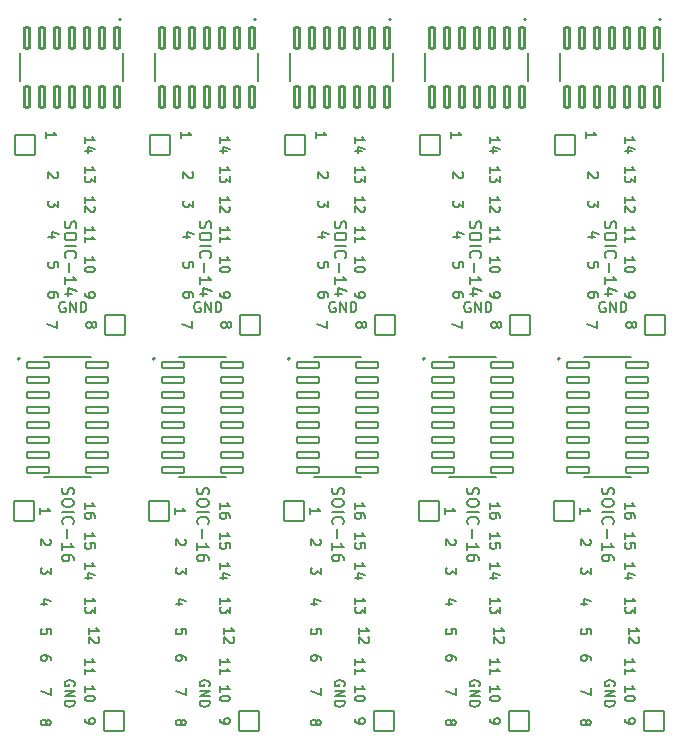
<source format=gto>
G04 #@! TF.GenerationSoftware,KiCad,Pcbnew,7.0.9*
G04 #@! TF.CreationDate,2023-12-28T16:33:31-08:00*
G04 #@! TF.ProjectId,soic breakouts,736f6963-2062-4726-9561-6b6f7574732e,rev?*
G04 #@! TF.SameCoordinates,Original*
G04 #@! TF.FileFunction,Legend,Top*
G04 #@! TF.FilePolarity,Positive*
%FSLAX46Y46*%
G04 Gerber Fmt 4.6, Leading zero omitted, Abs format (unit mm)*
G04 Created by KiCad (PCBNEW 7.0.9) date 2023-12-28 16:33:31*
%MOMM*%
%LPD*%
G01*
G04 APERTURE LIST*
G04 Aperture macros list*
%AMRoundRect*
0 Rectangle with rounded corners*
0 $1 Rounding radius*
0 $2 $3 $4 $5 $6 $7 $8 $9 X,Y pos of 4 corners*
0 Add a 4 corners polygon primitive as box body*
4,1,4,$2,$3,$4,$5,$6,$7,$8,$9,$2,$3,0*
0 Add four circle primitives for the rounded corners*
1,1,$1+$1,$2,$3*
1,1,$1+$1,$4,$5*
1,1,$1+$1,$6,$7*
1,1,$1+$1,$8,$9*
0 Add four rect primitives between the rounded corners*
20,1,$1+$1,$2,$3,$4,$5,0*
20,1,$1+$1,$4,$5,$6,$7,0*
20,1,$1+$1,$6,$7,$8,$9,0*
20,1,$1+$1,$8,$9,$2,$3,0*%
G04 Aperture macros list end*
%ADD10C,0.150000*%
%ADD11C,0.127000*%
%ADD12C,0.200000*%
%ADD13C,0.700000*%
%ADD14RoundRect,0.050000X0.850000X0.850000X-0.850000X0.850000X-0.850000X-0.850000X0.850000X-0.850000X0*%
%ADD15O,1.800000X1.800000*%
%ADD16C,1.600000*%
%ADD17RoundRect,0.092000X-0.943000X-0.258000X0.943000X-0.258000X0.943000X0.258000X-0.943000X0.258000X0*%
%ADD18RoundRect,0.050000X-0.850000X-0.850000X0.850000X-0.850000X0.850000X0.850000X-0.850000X0.850000X0*%
%ADD19RoundRect,0.140000X-0.210000X0.895000X-0.210000X-0.895000X0.210000X-0.895000X0.210000X0.895000X0*%
G04 APERTURE END LIST*
D10*
X140486600Y-70896553D02*
X140438980Y-71039410D01*
X140438980Y-71039410D02*
X140438980Y-71277505D01*
X140438980Y-71277505D02*
X140486600Y-71372743D01*
X140486600Y-71372743D02*
X140534219Y-71420362D01*
X140534219Y-71420362D02*
X140629457Y-71467981D01*
X140629457Y-71467981D02*
X140724695Y-71467981D01*
X140724695Y-71467981D02*
X140819933Y-71420362D01*
X140819933Y-71420362D02*
X140867552Y-71372743D01*
X140867552Y-71372743D02*
X140915171Y-71277505D01*
X140915171Y-71277505D02*
X140962790Y-71087029D01*
X140962790Y-71087029D02*
X141010409Y-70991791D01*
X141010409Y-70991791D02*
X141058028Y-70944172D01*
X141058028Y-70944172D02*
X141153266Y-70896553D01*
X141153266Y-70896553D02*
X141248504Y-70896553D01*
X141248504Y-70896553D02*
X141343742Y-70944172D01*
X141343742Y-70944172D02*
X141391361Y-70991791D01*
X141391361Y-70991791D02*
X141438980Y-71087029D01*
X141438980Y-71087029D02*
X141438980Y-71325124D01*
X141438980Y-71325124D02*
X141391361Y-71467981D01*
X141438980Y-72087029D02*
X141438980Y-72277505D01*
X141438980Y-72277505D02*
X141391361Y-72372743D01*
X141391361Y-72372743D02*
X141296123Y-72467981D01*
X141296123Y-72467981D02*
X141105647Y-72515600D01*
X141105647Y-72515600D02*
X140772314Y-72515600D01*
X140772314Y-72515600D02*
X140581838Y-72467981D01*
X140581838Y-72467981D02*
X140486600Y-72372743D01*
X140486600Y-72372743D02*
X140438980Y-72277505D01*
X140438980Y-72277505D02*
X140438980Y-72087029D01*
X140438980Y-72087029D02*
X140486600Y-71991791D01*
X140486600Y-71991791D02*
X140581838Y-71896553D01*
X140581838Y-71896553D02*
X140772314Y-71848934D01*
X140772314Y-71848934D02*
X141105647Y-71848934D01*
X141105647Y-71848934D02*
X141296123Y-71896553D01*
X141296123Y-71896553D02*
X141391361Y-71991791D01*
X141391361Y-71991791D02*
X141438980Y-72087029D01*
X140438980Y-72944172D02*
X141438980Y-72944172D01*
X140534219Y-73991790D02*
X140486600Y-73944171D01*
X140486600Y-73944171D02*
X140438980Y-73801314D01*
X140438980Y-73801314D02*
X140438980Y-73706076D01*
X140438980Y-73706076D02*
X140486600Y-73563219D01*
X140486600Y-73563219D02*
X140581838Y-73467981D01*
X140581838Y-73467981D02*
X140677076Y-73420362D01*
X140677076Y-73420362D02*
X140867552Y-73372743D01*
X140867552Y-73372743D02*
X141010409Y-73372743D01*
X141010409Y-73372743D02*
X141200885Y-73420362D01*
X141200885Y-73420362D02*
X141296123Y-73467981D01*
X141296123Y-73467981D02*
X141391361Y-73563219D01*
X141391361Y-73563219D02*
X141438980Y-73706076D01*
X141438980Y-73706076D02*
X141438980Y-73801314D01*
X141438980Y-73801314D02*
X141391361Y-73944171D01*
X141391361Y-73944171D02*
X141343742Y-73991790D01*
X140819933Y-74420362D02*
X140819933Y-75182267D01*
X140438980Y-76182266D02*
X140438980Y-75610838D01*
X140438980Y-75896552D02*
X141438980Y-75896552D01*
X141438980Y-75896552D02*
X141296123Y-75801314D01*
X141296123Y-75801314D02*
X141200885Y-75706076D01*
X141200885Y-75706076D02*
X141153266Y-75610838D01*
X141438980Y-77039409D02*
X141438980Y-76848933D01*
X141438980Y-76848933D02*
X141391361Y-76753695D01*
X141391361Y-76753695D02*
X141343742Y-76706076D01*
X141343742Y-76706076D02*
X141200885Y-76610838D01*
X141200885Y-76610838D02*
X141010409Y-76563219D01*
X141010409Y-76563219D02*
X140629457Y-76563219D01*
X140629457Y-76563219D02*
X140534219Y-76610838D01*
X140534219Y-76610838D02*
X140486600Y-76658457D01*
X140486600Y-76658457D02*
X140438980Y-76753695D01*
X140438980Y-76753695D02*
X140438980Y-76944171D01*
X140438980Y-76944171D02*
X140486600Y-77039409D01*
X140486600Y-77039409D02*
X140534219Y-77087028D01*
X140534219Y-77087028D02*
X140629457Y-77134647D01*
X140629457Y-77134647D02*
X140867552Y-77134647D01*
X140867552Y-77134647D02*
X140962790Y-77087028D01*
X140962790Y-77087028D02*
X141010409Y-77039409D01*
X141010409Y-77039409D02*
X141058028Y-76944171D01*
X141058028Y-76944171D02*
X141058028Y-76753695D01*
X141058028Y-76753695D02*
X141010409Y-76658457D01*
X141010409Y-76658457D02*
X140962790Y-76610838D01*
X140962790Y-76610838D02*
X140867552Y-76563219D01*
X138603372Y-73115457D02*
X138603372Y-72629742D01*
X138603372Y-72872599D02*
X139453372Y-72872599D01*
X139453372Y-72872599D02*
X139331944Y-72791647D01*
X139331944Y-72791647D02*
X139250991Y-72710695D01*
X139250991Y-72710695D02*
X139210515Y-72629742D01*
X139397820Y-75271342D02*
X139438296Y-75311818D01*
X139438296Y-75311818D02*
X139478772Y-75392771D01*
X139478772Y-75392771D02*
X139478772Y-75595152D01*
X139478772Y-75595152D02*
X139438296Y-75676104D01*
X139438296Y-75676104D02*
X139397820Y-75716580D01*
X139397820Y-75716580D02*
X139316868Y-75757057D01*
X139316868Y-75757057D02*
X139235915Y-75757057D01*
X139235915Y-75757057D02*
X139114487Y-75716580D01*
X139114487Y-75716580D02*
X138628772Y-75230866D01*
X138628772Y-75230866D02*
X138628772Y-75757057D01*
X142362572Y-90490695D02*
X142362572Y-90652599D01*
X142362572Y-90652599D02*
X142403049Y-90733552D01*
X142403049Y-90733552D02*
X142443525Y-90774028D01*
X142443525Y-90774028D02*
X142564953Y-90854980D01*
X142564953Y-90854980D02*
X142726858Y-90895457D01*
X142726858Y-90895457D02*
X143050668Y-90895457D01*
X143050668Y-90895457D02*
X143131620Y-90854980D01*
X143131620Y-90854980D02*
X143172096Y-90814504D01*
X143172096Y-90814504D02*
X143212572Y-90733552D01*
X143212572Y-90733552D02*
X143212572Y-90571647D01*
X143212572Y-90571647D02*
X143172096Y-90490695D01*
X143172096Y-90490695D02*
X143131620Y-90450218D01*
X143131620Y-90450218D02*
X143050668Y-90409742D01*
X143050668Y-90409742D02*
X142848287Y-90409742D01*
X142848287Y-90409742D02*
X142767334Y-90450218D01*
X142767334Y-90450218D02*
X142726858Y-90490695D01*
X142726858Y-90490695D02*
X142686382Y-90571647D01*
X142686382Y-90571647D02*
X142686382Y-90733552D01*
X142686382Y-90733552D02*
X142726858Y-90814504D01*
X142726858Y-90814504D02*
X142767334Y-90854980D01*
X142767334Y-90854980D02*
X142848287Y-90895457D01*
X139478772Y-83285780D02*
X139478772Y-82881018D01*
X139478772Y-82881018D02*
X139074010Y-82840542D01*
X139074010Y-82840542D02*
X139114487Y-82881018D01*
X139114487Y-82881018D02*
X139154963Y-82961971D01*
X139154963Y-82961971D02*
X139154963Y-83164352D01*
X139154963Y-83164352D02*
X139114487Y-83245304D01*
X139114487Y-83245304D02*
X139074010Y-83285780D01*
X139074010Y-83285780D02*
X138993058Y-83326257D01*
X138993058Y-83326257D02*
X138790677Y-83326257D01*
X138790677Y-83326257D02*
X138709725Y-83285780D01*
X138709725Y-83285780D02*
X138669249Y-83245304D01*
X138669249Y-83245304D02*
X138628772Y-83164352D01*
X138628772Y-83164352D02*
X138628772Y-82961971D01*
X138628772Y-82961971D02*
X138669249Y-82881018D01*
X138669249Y-82881018D02*
X138709725Y-82840542D01*
X139478772Y-77669266D02*
X139478772Y-78195457D01*
X139478772Y-78195457D02*
X139154963Y-77912123D01*
X139154963Y-77912123D02*
X139154963Y-78033552D01*
X139154963Y-78033552D02*
X139114487Y-78114504D01*
X139114487Y-78114504D02*
X139074010Y-78154980D01*
X139074010Y-78154980D02*
X138993058Y-78195457D01*
X138993058Y-78195457D02*
X138790677Y-78195457D01*
X138790677Y-78195457D02*
X138709725Y-78154980D01*
X138709725Y-78154980D02*
X138669249Y-78114504D01*
X138669249Y-78114504D02*
X138628772Y-78033552D01*
X138628772Y-78033552D02*
X138628772Y-77790695D01*
X138628772Y-77790695D02*
X138669249Y-77709742D01*
X138669249Y-77709742D02*
X138709725Y-77669266D01*
X142362572Y-77790695D02*
X142362572Y-77304980D01*
X142362572Y-77547837D02*
X143212572Y-77547837D01*
X143212572Y-77547837D02*
X143091144Y-77466885D01*
X143091144Y-77466885D02*
X143010191Y-77385933D01*
X143010191Y-77385933D02*
X142969715Y-77304980D01*
X142929239Y-78519266D02*
X142362572Y-78519266D01*
X143253049Y-78316885D02*
X142645906Y-78114504D01*
X142645906Y-78114504D02*
X142645906Y-78640695D01*
X142362572Y-72710695D02*
X142362572Y-72224980D01*
X142362572Y-72467837D02*
X143212572Y-72467837D01*
X143212572Y-72467837D02*
X143091144Y-72386885D01*
X143091144Y-72386885D02*
X143010191Y-72305933D01*
X143010191Y-72305933D02*
X142969715Y-72224980D01*
X143212572Y-73439266D02*
X143212572Y-73277361D01*
X143212572Y-73277361D02*
X143172096Y-73196409D01*
X143172096Y-73196409D02*
X143131620Y-73155933D01*
X143131620Y-73155933D02*
X143010191Y-73074980D01*
X143010191Y-73074980D02*
X142848287Y-73034504D01*
X142848287Y-73034504D02*
X142524477Y-73034504D01*
X142524477Y-73034504D02*
X142443525Y-73074980D01*
X142443525Y-73074980D02*
X142403049Y-73115457D01*
X142403049Y-73115457D02*
X142362572Y-73196409D01*
X142362572Y-73196409D02*
X142362572Y-73358314D01*
X142362572Y-73358314D02*
X142403049Y-73439266D01*
X142403049Y-73439266D02*
X142443525Y-73479742D01*
X142443525Y-73479742D02*
X142524477Y-73520219D01*
X142524477Y-73520219D02*
X142726858Y-73520219D01*
X142726858Y-73520219D02*
X142807810Y-73479742D01*
X142807810Y-73479742D02*
X142848287Y-73439266D01*
X142848287Y-73439266D02*
X142888763Y-73358314D01*
X142888763Y-73358314D02*
X142888763Y-73196409D01*
X142888763Y-73196409D02*
X142848287Y-73115457D01*
X142848287Y-73115457D02*
X142807810Y-73074980D01*
X142807810Y-73074980D02*
X142726858Y-73034504D01*
X142413372Y-80711695D02*
X142413372Y-80225980D01*
X142413372Y-80468837D02*
X143263372Y-80468837D01*
X143263372Y-80468837D02*
X143141944Y-80387885D01*
X143141944Y-80387885D02*
X143060991Y-80306933D01*
X143060991Y-80306933D02*
X143020515Y-80225980D01*
X143263372Y-80995028D02*
X143263372Y-81521219D01*
X143263372Y-81521219D02*
X142939563Y-81237885D01*
X142939563Y-81237885D02*
X142939563Y-81359314D01*
X142939563Y-81359314D02*
X142899087Y-81440266D01*
X142899087Y-81440266D02*
X142858610Y-81480742D01*
X142858610Y-81480742D02*
X142777658Y-81521219D01*
X142777658Y-81521219D02*
X142575277Y-81521219D01*
X142575277Y-81521219D02*
X142494325Y-81480742D01*
X142494325Y-81480742D02*
X142453849Y-81440266D01*
X142453849Y-81440266D02*
X142413372Y-81359314D01*
X142413372Y-81359314D02*
X142413372Y-81116457D01*
X142413372Y-81116457D02*
X142453849Y-81035504D01*
X142453849Y-81035504D02*
X142494325Y-80995028D01*
X142362572Y-85893295D02*
X142362572Y-85407580D01*
X142362572Y-85650437D02*
X143212572Y-85650437D01*
X143212572Y-85650437D02*
X143091144Y-85569485D01*
X143091144Y-85569485D02*
X143010191Y-85488533D01*
X143010191Y-85488533D02*
X142969715Y-85407580D01*
X142362572Y-86702819D02*
X142362572Y-86217104D01*
X142362572Y-86459961D02*
X143212572Y-86459961D01*
X143212572Y-86459961D02*
X143091144Y-86379009D01*
X143091144Y-86379009D02*
X143010191Y-86298057D01*
X143010191Y-86298057D02*
X142969715Y-86217104D01*
X139114487Y-90698647D02*
X139154963Y-90617695D01*
X139154963Y-90617695D02*
X139195439Y-90577218D01*
X139195439Y-90577218D02*
X139276391Y-90536742D01*
X139276391Y-90536742D02*
X139316868Y-90536742D01*
X139316868Y-90536742D02*
X139397820Y-90577218D01*
X139397820Y-90577218D02*
X139438296Y-90617695D01*
X139438296Y-90617695D02*
X139478772Y-90698647D01*
X139478772Y-90698647D02*
X139478772Y-90860552D01*
X139478772Y-90860552D02*
X139438296Y-90941504D01*
X139438296Y-90941504D02*
X139397820Y-90981980D01*
X139397820Y-90981980D02*
X139316868Y-91022457D01*
X139316868Y-91022457D02*
X139276391Y-91022457D01*
X139276391Y-91022457D02*
X139195439Y-90981980D01*
X139195439Y-90981980D02*
X139154963Y-90941504D01*
X139154963Y-90941504D02*
X139114487Y-90860552D01*
X139114487Y-90860552D02*
X139114487Y-90698647D01*
X139114487Y-90698647D02*
X139074010Y-90617695D01*
X139074010Y-90617695D02*
X139033534Y-90577218D01*
X139033534Y-90577218D02*
X138952582Y-90536742D01*
X138952582Y-90536742D02*
X138790677Y-90536742D01*
X138790677Y-90536742D02*
X138709725Y-90577218D01*
X138709725Y-90577218D02*
X138669249Y-90617695D01*
X138669249Y-90617695D02*
X138628772Y-90698647D01*
X138628772Y-90698647D02*
X138628772Y-90860552D01*
X138628772Y-90860552D02*
X138669249Y-90941504D01*
X138669249Y-90941504D02*
X138709725Y-90981980D01*
X138709725Y-90981980D02*
X138790677Y-91022457D01*
X138790677Y-91022457D02*
X138952582Y-91022457D01*
X138952582Y-91022457D02*
X139033534Y-90981980D01*
X139033534Y-90981980D02*
X139074010Y-90941504D01*
X139074010Y-90941504D02*
X139114487Y-90860552D01*
X141470296Y-87668181D02*
X141510772Y-87587228D01*
X141510772Y-87587228D02*
X141510772Y-87465800D01*
X141510772Y-87465800D02*
X141470296Y-87344371D01*
X141470296Y-87344371D02*
X141389344Y-87263419D01*
X141389344Y-87263419D02*
X141308391Y-87222942D01*
X141308391Y-87222942D02*
X141146487Y-87182466D01*
X141146487Y-87182466D02*
X141025058Y-87182466D01*
X141025058Y-87182466D02*
X140863153Y-87222942D01*
X140863153Y-87222942D02*
X140782201Y-87263419D01*
X140782201Y-87263419D02*
X140701249Y-87344371D01*
X140701249Y-87344371D02*
X140660772Y-87465800D01*
X140660772Y-87465800D02*
X140660772Y-87546752D01*
X140660772Y-87546752D02*
X140701249Y-87668181D01*
X140701249Y-87668181D02*
X140741725Y-87708657D01*
X140741725Y-87708657D02*
X141025058Y-87708657D01*
X141025058Y-87708657D02*
X141025058Y-87546752D01*
X140660772Y-88072942D02*
X141510772Y-88072942D01*
X141510772Y-88072942D02*
X140660772Y-88558657D01*
X140660772Y-88558657D02*
X141510772Y-88558657D01*
X140660772Y-88963418D02*
X141510772Y-88963418D01*
X141510772Y-88963418D02*
X141510772Y-89165799D01*
X141510772Y-89165799D02*
X141470296Y-89287228D01*
X141470296Y-89287228D02*
X141389344Y-89368180D01*
X141389344Y-89368180D02*
X141308391Y-89408657D01*
X141308391Y-89408657D02*
X141146487Y-89449133D01*
X141146487Y-89449133D02*
X141025058Y-89449133D01*
X141025058Y-89449133D02*
X140863153Y-89408657D01*
X140863153Y-89408657D02*
X140782201Y-89368180D01*
X140782201Y-89368180D02*
X140701249Y-89287228D01*
X140701249Y-89287228D02*
X140660772Y-89165799D01*
X140660772Y-89165799D02*
X140660772Y-88963418D01*
X142362572Y-75250695D02*
X142362572Y-74764980D01*
X142362572Y-75007837D02*
X143212572Y-75007837D01*
X143212572Y-75007837D02*
X143091144Y-74926885D01*
X143091144Y-74926885D02*
X143010191Y-74845933D01*
X143010191Y-74845933D02*
X142969715Y-74764980D01*
X143212572Y-76019742D02*
X143212572Y-75614980D01*
X143212572Y-75614980D02*
X142807810Y-75574504D01*
X142807810Y-75574504D02*
X142848287Y-75614980D01*
X142848287Y-75614980D02*
X142888763Y-75695933D01*
X142888763Y-75695933D02*
X142888763Y-75898314D01*
X142888763Y-75898314D02*
X142848287Y-75979266D01*
X142848287Y-75979266D02*
X142807810Y-76019742D01*
X142807810Y-76019742D02*
X142726858Y-76060219D01*
X142726858Y-76060219D02*
X142524477Y-76060219D01*
X142524477Y-76060219D02*
X142443525Y-76019742D01*
X142443525Y-76019742D02*
X142403049Y-75979266D01*
X142403049Y-75979266D02*
X142362572Y-75898314D01*
X142362572Y-75898314D02*
X142362572Y-75695933D01*
X142362572Y-75695933D02*
X142403049Y-75614980D01*
X142403049Y-75614980D02*
X142443525Y-75574504D01*
X139195439Y-80705304D02*
X138628772Y-80705304D01*
X139519249Y-80502923D02*
X138912106Y-80300542D01*
X138912106Y-80300542D02*
X138912106Y-80826733D01*
X142718172Y-83251695D02*
X142718172Y-82765980D01*
X142718172Y-83008837D02*
X143568172Y-83008837D01*
X143568172Y-83008837D02*
X143446744Y-82927885D01*
X143446744Y-82927885D02*
X143365791Y-82846933D01*
X143365791Y-82846933D02*
X143325315Y-82765980D01*
X143487220Y-83575504D02*
X143527696Y-83615980D01*
X143527696Y-83615980D02*
X143568172Y-83696933D01*
X143568172Y-83696933D02*
X143568172Y-83899314D01*
X143568172Y-83899314D02*
X143527696Y-83980266D01*
X143527696Y-83980266D02*
X143487220Y-84020742D01*
X143487220Y-84020742D02*
X143406268Y-84061219D01*
X143406268Y-84061219D02*
X143325315Y-84061219D01*
X143325315Y-84061219D02*
X143203887Y-84020742D01*
X143203887Y-84020742D02*
X142718172Y-83535028D01*
X142718172Y-83535028D02*
X142718172Y-84061219D01*
X142362572Y-88179295D02*
X142362572Y-87693580D01*
X142362572Y-87936437D02*
X143212572Y-87936437D01*
X143212572Y-87936437D02*
X143091144Y-87855485D01*
X143091144Y-87855485D02*
X143010191Y-87774533D01*
X143010191Y-87774533D02*
X142969715Y-87693580D01*
X143212572Y-88705485D02*
X143212572Y-88786438D01*
X143212572Y-88786438D02*
X143172096Y-88867390D01*
X143172096Y-88867390D02*
X143131620Y-88907866D01*
X143131620Y-88907866D02*
X143050668Y-88948342D01*
X143050668Y-88948342D02*
X142888763Y-88988819D01*
X142888763Y-88988819D02*
X142686382Y-88988819D01*
X142686382Y-88988819D02*
X142524477Y-88948342D01*
X142524477Y-88948342D02*
X142443525Y-88907866D01*
X142443525Y-88907866D02*
X142403049Y-88867390D01*
X142403049Y-88867390D02*
X142362572Y-88786438D01*
X142362572Y-88786438D02*
X142362572Y-88705485D01*
X142362572Y-88705485D02*
X142403049Y-88624533D01*
X142403049Y-88624533D02*
X142443525Y-88584057D01*
X142443525Y-88584057D02*
X142524477Y-88543580D01*
X142524477Y-88543580D02*
X142686382Y-88503104D01*
X142686382Y-88503104D02*
X142888763Y-88503104D01*
X142888763Y-88503104D02*
X143050668Y-88543580D01*
X143050668Y-88543580D02*
X143131620Y-88584057D01*
X143131620Y-88584057D02*
X143172096Y-88624533D01*
X143172096Y-88624533D02*
X143212572Y-88705485D01*
X139478772Y-85480504D02*
X139478772Y-85318599D01*
X139478772Y-85318599D02*
X139438296Y-85237647D01*
X139438296Y-85237647D02*
X139397820Y-85197171D01*
X139397820Y-85197171D02*
X139276391Y-85116218D01*
X139276391Y-85116218D02*
X139114487Y-85075742D01*
X139114487Y-85075742D02*
X138790677Y-85075742D01*
X138790677Y-85075742D02*
X138709725Y-85116218D01*
X138709725Y-85116218D02*
X138669249Y-85156695D01*
X138669249Y-85156695D02*
X138628772Y-85237647D01*
X138628772Y-85237647D02*
X138628772Y-85399552D01*
X138628772Y-85399552D02*
X138669249Y-85480504D01*
X138669249Y-85480504D02*
X138709725Y-85520980D01*
X138709725Y-85520980D02*
X138790677Y-85561457D01*
X138790677Y-85561457D02*
X138993058Y-85561457D01*
X138993058Y-85561457D02*
X139074010Y-85520980D01*
X139074010Y-85520980D02*
X139114487Y-85480504D01*
X139114487Y-85480504D02*
X139154963Y-85399552D01*
X139154963Y-85399552D02*
X139154963Y-85237647D01*
X139154963Y-85237647D02*
X139114487Y-85156695D01*
X139114487Y-85156695D02*
X139074010Y-85116218D01*
X139074010Y-85116218D02*
X138993058Y-85075742D01*
X139478772Y-87880066D02*
X139478772Y-88446733D01*
X139478772Y-88446733D02*
X138628772Y-88082447D01*
X127173372Y-73115457D02*
X127173372Y-72629742D01*
X127173372Y-72872599D02*
X128023372Y-72872599D01*
X128023372Y-72872599D02*
X127901944Y-72791647D01*
X127901944Y-72791647D02*
X127820991Y-72710695D01*
X127820991Y-72710695D02*
X127780515Y-72629742D01*
X130983372Y-80711695D02*
X130983372Y-80225980D01*
X130983372Y-80468837D02*
X131833372Y-80468837D01*
X131833372Y-80468837D02*
X131711944Y-80387885D01*
X131711944Y-80387885D02*
X131630991Y-80306933D01*
X131630991Y-80306933D02*
X131590515Y-80225980D01*
X131833372Y-80995028D02*
X131833372Y-81521219D01*
X131833372Y-81521219D02*
X131509563Y-81237885D01*
X131509563Y-81237885D02*
X131509563Y-81359314D01*
X131509563Y-81359314D02*
X131469087Y-81440266D01*
X131469087Y-81440266D02*
X131428610Y-81480742D01*
X131428610Y-81480742D02*
X131347658Y-81521219D01*
X131347658Y-81521219D02*
X131145277Y-81521219D01*
X131145277Y-81521219D02*
X131064325Y-81480742D01*
X131064325Y-81480742D02*
X131023849Y-81440266D01*
X131023849Y-81440266D02*
X130983372Y-81359314D01*
X130983372Y-81359314D02*
X130983372Y-81116457D01*
X130983372Y-81116457D02*
X131023849Y-81035504D01*
X131023849Y-81035504D02*
X131064325Y-80995028D01*
X130932572Y-90490695D02*
X130932572Y-90652599D01*
X130932572Y-90652599D02*
X130973049Y-90733552D01*
X130973049Y-90733552D02*
X131013525Y-90774028D01*
X131013525Y-90774028D02*
X131134953Y-90854980D01*
X131134953Y-90854980D02*
X131296858Y-90895457D01*
X131296858Y-90895457D02*
X131620668Y-90895457D01*
X131620668Y-90895457D02*
X131701620Y-90854980D01*
X131701620Y-90854980D02*
X131742096Y-90814504D01*
X131742096Y-90814504D02*
X131782572Y-90733552D01*
X131782572Y-90733552D02*
X131782572Y-90571647D01*
X131782572Y-90571647D02*
X131742096Y-90490695D01*
X131742096Y-90490695D02*
X131701620Y-90450218D01*
X131701620Y-90450218D02*
X131620668Y-90409742D01*
X131620668Y-90409742D02*
X131418287Y-90409742D01*
X131418287Y-90409742D02*
X131337334Y-90450218D01*
X131337334Y-90450218D02*
X131296858Y-90490695D01*
X131296858Y-90490695D02*
X131256382Y-90571647D01*
X131256382Y-90571647D02*
X131256382Y-90733552D01*
X131256382Y-90733552D02*
X131296858Y-90814504D01*
X131296858Y-90814504D02*
X131337334Y-90854980D01*
X131337334Y-90854980D02*
X131418287Y-90895457D01*
X130040296Y-87668181D02*
X130080772Y-87587228D01*
X130080772Y-87587228D02*
X130080772Y-87465800D01*
X130080772Y-87465800D02*
X130040296Y-87344371D01*
X130040296Y-87344371D02*
X129959344Y-87263419D01*
X129959344Y-87263419D02*
X129878391Y-87222942D01*
X129878391Y-87222942D02*
X129716487Y-87182466D01*
X129716487Y-87182466D02*
X129595058Y-87182466D01*
X129595058Y-87182466D02*
X129433153Y-87222942D01*
X129433153Y-87222942D02*
X129352201Y-87263419D01*
X129352201Y-87263419D02*
X129271249Y-87344371D01*
X129271249Y-87344371D02*
X129230772Y-87465800D01*
X129230772Y-87465800D02*
X129230772Y-87546752D01*
X129230772Y-87546752D02*
X129271249Y-87668181D01*
X129271249Y-87668181D02*
X129311725Y-87708657D01*
X129311725Y-87708657D02*
X129595058Y-87708657D01*
X129595058Y-87708657D02*
X129595058Y-87546752D01*
X129230772Y-88072942D02*
X130080772Y-88072942D01*
X130080772Y-88072942D02*
X129230772Y-88558657D01*
X129230772Y-88558657D02*
X130080772Y-88558657D01*
X129230772Y-88963418D02*
X130080772Y-88963418D01*
X130080772Y-88963418D02*
X130080772Y-89165799D01*
X130080772Y-89165799D02*
X130040296Y-89287228D01*
X130040296Y-89287228D02*
X129959344Y-89368180D01*
X129959344Y-89368180D02*
X129878391Y-89408657D01*
X129878391Y-89408657D02*
X129716487Y-89449133D01*
X129716487Y-89449133D02*
X129595058Y-89449133D01*
X129595058Y-89449133D02*
X129433153Y-89408657D01*
X129433153Y-89408657D02*
X129352201Y-89368180D01*
X129352201Y-89368180D02*
X129271249Y-89287228D01*
X129271249Y-89287228D02*
X129230772Y-89165799D01*
X129230772Y-89165799D02*
X129230772Y-88963418D01*
X130932572Y-85893295D02*
X130932572Y-85407580D01*
X130932572Y-85650437D02*
X131782572Y-85650437D01*
X131782572Y-85650437D02*
X131661144Y-85569485D01*
X131661144Y-85569485D02*
X131580191Y-85488533D01*
X131580191Y-85488533D02*
X131539715Y-85407580D01*
X130932572Y-86702819D02*
X130932572Y-86217104D01*
X130932572Y-86459961D02*
X131782572Y-86459961D01*
X131782572Y-86459961D02*
X131661144Y-86379009D01*
X131661144Y-86379009D02*
X131580191Y-86298057D01*
X131580191Y-86298057D02*
X131539715Y-86217104D01*
X131288172Y-83251695D02*
X131288172Y-82765980D01*
X131288172Y-83008837D02*
X132138172Y-83008837D01*
X132138172Y-83008837D02*
X132016744Y-82927885D01*
X132016744Y-82927885D02*
X131935791Y-82846933D01*
X131935791Y-82846933D02*
X131895315Y-82765980D01*
X132057220Y-83575504D02*
X132097696Y-83615980D01*
X132097696Y-83615980D02*
X132138172Y-83696933D01*
X132138172Y-83696933D02*
X132138172Y-83899314D01*
X132138172Y-83899314D02*
X132097696Y-83980266D01*
X132097696Y-83980266D02*
X132057220Y-84020742D01*
X132057220Y-84020742D02*
X131976268Y-84061219D01*
X131976268Y-84061219D02*
X131895315Y-84061219D01*
X131895315Y-84061219D02*
X131773887Y-84020742D01*
X131773887Y-84020742D02*
X131288172Y-83535028D01*
X131288172Y-83535028D02*
X131288172Y-84061219D01*
X130932572Y-75250695D02*
X130932572Y-74764980D01*
X130932572Y-75007837D02*
X131782572Y-75007837D01*
X131782572Y-75007837D02*
X131661144Y-74926885D01*
X131661144Y-74926885D02*
X131580191Y-74845933D01*
X131580191Y-74845933D02*
X131539715Y-74764980D01*
X131782572Y-76019742D02*
X131782572Y-75614980D01*
X131782572Y-75614980D02*
X131377810Y-75574504D01*
X131377810Y-75574504D02*
X131418287Y-75614980D01*
X131418287Y-75614980D02*
X131458763Y-75695933D01*
X131458763Y-75695933D02*
X131458763Y-75898314D01*
X131458763Y-75898314D02*
X131418287Y-75979266D01*
X131418287Y-75979266D02*
X131377810Y-76019742D01*
X131377810Y-76019742D02*
X131296858Y-76060219D01*
X131296858Y-76060219D02*
X131094477Y-76060219D01*
X131094477Y-76060219D02*
X131013525Y-76019742D01*
X131013525Y-76019742D02*
X130973049Y-75979266D01*
X130973049Y-75979266D02*
X130932572Y-75898314D01*
X130932572Y-75898314D02*
X130932572Y-75695933D01*
X130932572Y-75695933D02*
X130973049Y-75614980D01*
X130973049Y-75614980D02*
X131013525Y-75574504D01*
X130932572Y-72710695D02*
X130932572Y-72224980D01*
X130932572Y-72467837D02*
X131782572Y-72467837D01*
X131782572Y-72467837D02*
X131661144Y-72386885D01*
X131661144Y-72386885D02*
X131580191Y-72305933D01*
X131580191Y-72305933D02*
X131539715Y-72224980D01*
X131782572Y-73439266D02*
X131782572Y-73277361D01*
X131782572Y-73277361D02*
X131742096Y-73196409D01*
X131742096Y-73196409D02*
X131701620Y-73155933D01*
X131701620Y-73155933D02*
X131580191Y-73074980D01*
X131580191Y-73074980D02*
X131418287Y-73034504D01*
X131418287Y-73034504D02*
X131094477Y-73034504D01*
X131094477Y-73034504D02*
X131013525Y-73074980D01*
X131013525Y-73074980D02*
X130973049Y-73115457D01*
X130973049Y-73115457D02*
X130932572Y-73196409D01*
X130932572Y-73196409D02*
X130932572Y-73358314D01*
X130932572Y-73358314D02*
X130973049Y-73439266D01*
X130973049Y-73439266D02*
X131013525Y-73479742D01*
X131013525Y-73479742D02*
X131094477Y-73520219D01*
X131094477Y-73520219D02*
X131296858Y-73520219D01*
X131296858Y-73520219D02*
X131377810Y-73479742D01*
X131377810Y-73479742D02*
X131418287Y-73439266D01*
X131418287Y-73439266D02*
X131458763Y-73358314D01*
X131458763Y-73358314D02*
X131458763Y-73196409D01*
X131458763Y-73196409D02*
X131418287Y-73115457D01*
X131418287Y-73115457D02*
X131377810Y-73074980D01*
X131377810Y-73074980D02*
X131296858Y-73034504D01*
X128048772Y-77669266D02*
X128048772Y-78195457D01*
X128048772Y-78195457D02*
X127724963Y-77912123D01*
X127724963Y-77912123D02*
X127724963Y-78033552D01*
X127724963Y-78033552D02*
X127684487Y-78114504D01*
X127684487Y-78114504D02*
X127644010Y-78154980D01*
X127644010Y-78154980D02*
X127563058Y-78195457D01*
X127563058Y-78195457D02*
X127360677Y-78195457D01*
X127360677Y-78195457D02*
X127279725Y-78154980D01*
X127279725Y-78154980D02*
X127239249Y-78114504D01*
X127239249Y-78114504D02*
X127198772Y-78033552D01*
X127198772Y-78033552D02*
X127198772Y-77790695D01*
X127198772Y-77790695D02*
X127239249Y-77709742D01*
X127239249Y-77709742D02*
X127279725Y-77669266D01*
X130932572Y-88179295D02*
X130932572Y-87693580D01*
X130932572Y-87936437D02*
X131782572Y-87936437D01*
X131782572Y-87936437D02*
X131661144Y-87855485D01*
X131661144Y-87855485D02*
X131580191Y-87774533D01*
X131580191Y-87774533D02*
X131539715Y-87693580D01*
X131782572Y-88705485D02*
X131782572Y-88786438D01*
X131782572Y-88786438D02*
X131742096Y-88867390D01*
X131742096Y-88867390D02*
X131701620Y-88907866D01*
X131701620Y-88907866D02*
X131620668Y-88948342D01*
X131620668Y-88948342D02*
X131458763Y-88988819D01*
X131458763Y-88988819D02*
X131256382Y-88988819D01*
X131256382Y-88988819D02*
X131094477Y-88948342D01*
X131094477Y-88948342D02*
X131013525Y-88907866D01*
X131013525Y-88907866D02*
X130973049Y-88867390D01*
X130973049Y-88867390D02*
X130932572Y-88786438D01*
X130932572Y-88786438D02*
X130932572Y-88705485D01*
X130932572Y-88705485D02*
X130973049Y-88624533D01*
X130973049Y-88624533D02*
X131013525Y-88584057D01*
X131013525Y-88584057D02*
X131094477Y-88543580D01*
X131094477Y-88543580D02*
X131256382Y-88503104D01*
X131256382Y-88503104D02*
X131458763Y-88503104D01*
X131458763Y-88503104D02*
X131620668Y-88543580D01*
X131620668Y-88543580D02*
X131701620Y-88584057D01*
X131701620Y-88584057D02*
X131742096Y-88624533D01*
X131742096Y-88624533D02*
X131782572Y-88705485D01*
X127765439Y-80705304D02*
X127198772Y-80705304D01*
X128089249Y-80502923D02*
X127482106Y-80300542D01*
X127482106Y-80300542D02*
X127482106Y-80826733D01*
X127967820Y-75271342D02*
X128008296Y-75311818D01*
X128008296Y-75311818D02*
X128048772Y-75392771D01*
X128048772Y-75392771D02*
X128048772Y-75595152D01*
X128048772Y-75595152D02*
X128008296Y-75676104D01*
X128008296Y-75676104D02*
X127967820Y-75716580D01*
X127967820Y-75716580D02*
X127886868Y-75757057D01*
X127886868Y-75757057D02*
X127805915Y-75757057D01*
X127805915Y-75757057D02*
X127684487Y-75716580D01*
X127684487Y-75716580D02*
X127198772Y-75230866D01*
X127198772Y-75230866D02*
X127198772Y-75757057D01*
X130932572Y-77790695D02*
X130932572Y-77304980D01*
X130932572Y-77547837D02*
X131782572Y-77547837D01*
X131782572Y-77547837D02*
X131661144Y-77466885D01*
X131661144Y-77466885D02*
X131580191Y-77385933D01*
X131580191Y-77385933D02*
X131539715Y-77304980D01*
X131499239Y-78519266D02*
X130932572Y-78519266D01*
X131823049Y-78316885D02*
X131215906Y-78114504D01*
X131215906Y-78114504D02*
X131215906Y-78640695D01*
X128048772Y-85480504D02*
X128048772Y-85318599D01*
X128048772Y-85318599D02*
X128008296Y-85237647D01*
X128008296Y-85237647D02*
X127967820Y-85197171D01*
X127967820Y-85197171D02*
X127846391Y-85116218D01*
X127846391Y-85116218D02*
X127684487Y-85075742D01*
X127684487Y-85075742D02*
X127360677Y-85075742D01*
X127360677Y-85075742D02*
X127279725Y-85116218D01*
X127279725Y-85116218D02*
X127239249Y-85156695D01*
X127239249Y-85156695D02*
X127198772Y-85237647D01*
X127198772Y-85237647D02*
X127198772Y-85399552D01*
X127198772Y-85399552D02*
X127239249Y-85480504D01*
X127239249Y-85480504D02*
X127279725Y-85520980D01*
X127279725Y-85520980D02*
X127360677Y-85561457D01*
X127360677Y-85561457D02*
X127563058Y-85561457D01*
X127563058Y-85561457D02*
X127644010Y-85520980D01*
X127644010Y-85520980D02*
X127684487Y-85480504D01*
X127684487Y-85480504D02*
X127724963Y-85399552D01*
X127724963Y-85399552D02*
X127724963Y-85237647D01*
X127724963Y-85237647D02*
X127684487Y-85156695D01*
X127684487Y-85156695D02*
X127644010Y-85116218D01*
X127644010Y-85116218D02*
X127563058Y-85075742D01*
X128048772Y-83285780D02*
X128048772Y-82881018D01*
X128048772Y-82881018D02*
X127644010Y-82840542D01*
X127644010Y-82840542D02*
X127684487Y-82881018D01*
X127684487Y-82881018D02*
X127724963Y-82961971D01*
X127724963Y-82961971D02*
X127724963Y-83164352D01*
X127724963Y-83164352D02*
X127684487Y-83245304D01*
X127684487Y-83245304D02*
X127644010Y-83285780D01*
X127644010Y-83285780D02*
X127563058Y-83326257D01*
X127563058Y-83326257D02*
X127360677Y-83326257D01*
X127360677Y-83326257D02*
X127279725Y-83285780D01*
X127279725Y-83285780D02*
X127239249Y-83245304D01*
X127239249Y-83245304D02*
X127198772Y-83164352D01*
X127198772Y-83164352D02*
X127198772Y-82961971D01*
X127198772Y-82961971D02*
X127239249Y-82881018D01*
X127239249Y-82881018D02*
X127279725Y-82840542D01*
X127684487Y-90698647D02*
X127724963Y-90617695D01*
X127724963Y-90617695D02*
X127765439Y-90577218D01*
X127765439Y-90577218D02*
X127846391Y-90536742D01*
X127846391Y-90536742D02*
X127886868Y-90536742D01*
X127886868Y-90536742D02*
X127967820Y-90577218D01*
X127967820Y-90577218D02*
X128008296Y-90617695D01*
X128008296Y-90617695D02*
X128048772Y-90698647D01*
X128048772Y-90698647D02*
X128048772Y-90860552D01*
X128048772Y-90860552D02*
X128008296Y-90941504D01*
X128008296Y-90941504D02*
X127967820Y-90981980D01*
X127967820Y-90981980D02*
X127886868Y-91022457D01*
X127886868Y-91022457D02*
X127846391Y-91022457D01*
X127846391Y-91022457D02*
X127765439Y-90981980D01*
X127765439Y-90981980D02*
X127724963Y-90941504D01*
X127724963Y-90941504D02*
X127684487Y-90860552D01*
X127684487Y-90860552D02*
X127684487Y-90698647D01*
X127684487Y-90698647D02*
X127644010Y-90617695D01*
X127644010Y-90617695D02*
X127603534Y-90577218D01*
X127603534Y-90577218D02*
X127522582Y-90536742D01*
X127522582Y-90536742D02*
X127360677Y-90536742D01*
X127360677Y-90536742D02*
X127279725Y-90577218D01*
X127279725Y-90577218D02*
X127239249Y-90617695D01*
X127239249Y-90617695D02*
X127198772Y-90698647D01*
X127198772Y-90698647D02*
X127198772Y-90860552D01*
X127198772Y-90860552D02*
X127239249Y-90941504D01*
X127239249Y-90941504D02*
X127279725Y-90981980D01*
X127279725Y-90981980D02*
X127360677Y-91022457D01*
X127360677Y-91022457D02*
X127522582Y-91022457D01*
X127522582Y-91022457D02*
X127603534Y-90981980D01*
X127603534Y-90981980D02*
X127644010Y-90941504D01*
X127644010Y-90941504D02*
X127684487Y-90860552D01*
X128048772Y-87880066D02*
X128048772Y-88446733D01*
X128048772Y-88446733D02*
X127198772Y-88082447D01*
X129056600Y-70896553D02*
X129008980Y-71039410D01*
X129008980Y-71039410D02*
X129008980Y-71277505D01*
X129008980Y-71277505D02*
X129056600Y-71372743D01*
X129056600Y-71372743D02*
X129104219Y-71420362D01*
X129104219Y-71420362D02*
X129199457Y-71467981D01*
X129199457Y-71467981D02*
X129294695Y-71467981D01*
X129294695Y-71467981D02*
X129389933Y-71420362D01*
X129389933Y-71420362D02*
X129437552Y-71372743D01*
X129437552Y-71372743D02*
X129485171Y-71277505D01*
X129485171Y-71277505D02*
X129532790Y-71087029D01*
X129532790Y-71087029D02*
X129580409Y-70991791D01*
X129580409Y-70991791D02*
X129628028Y-70944172D01*
X129628028Y-70944172D02*
X129723266Y-70896553D01*
X129723266Y-70896553D02*
X129818504Y-70896553D01*
X129818504Y-70896553D02*
X129913742Y-70944172D01*
X129913742Y-70944172D02*
X129961361Y-70991791D01*
X129961361Y-70991791D02*
X130008980Y-71087029D01*
X130008980Y-71087029D02*
X130008980Y-71325124D01*
X130008980Y-71325124D02*
X129961361Y-71467981D01*
X130008980Y-72087029D02*
X130008980Y-72277505D01*
X130008980Y-72277505D02*
X129961361Y-72372743D01*
X129961361Y-72372743D02*
X129866123Y-72467981D01*
X129866123Y-72467981D02*
X129675647Y-72515600D01*
X129675647Y-72515600D02*
X129342314Y-72515600D01*
X129342314Y-72515600D02*
X129151838Y-72467981D01*
X129151838Y-72467981D02*
X129056600Y-72372743D01*
X129056600Y-72372743D02*
X129008980Y-72277505D01*
X129008980Y-72277505D02*
X129008980Y-72087029D01*
X129008980Y-72087029D02*
X129056600Y-71991791D01*
X129056600Y-71991791D02*
X129151838Y-71896553D01*
X129151838Y-71896553D02*
X129342314Y-71848934D01*
X129342314Y-71848934D02*
X129675647Y-71848934D01*
X129675647Y-71848934D02*
X129866123Y-71896553D01*
X129866123Y-71896553D02*
X129961361Y-71991791D01*
X129961361Y-71991791D02*
X130008980Y-72087029D01*
X129008980Y-72944172D02*
X130008980Y-72944172D01*
X129104219Y-73991790D02*
X129056600Y-73944171D01*
X129056600Y-73944171D02*
X129008980Y-73801314D01*
X129008980Y-73801314D02*
X129008980Y-73706076D01*
X129008980Y-73706076D02*
X129056600Y-73563219D01*
X129056600Y-73563219D02*
X129151838Y-73467981D01*
X129151838Y-73467981D02*
X129247076Y-73420362D01*
X129247076Y-73420362D02*
X129437552Y-73372743D01*
X129437552Y-73372743D02*
X129580409Y-73372743D01*
X129580409Y-73372743D02*
X129770885Y-73420362D01*
X129770885Y-73420362D02*
X129866123Y-73467981D01*
X129866123Y-73467981D02*
X129961361Y-73563219D01*
X129961361Y-73563219D02*
X130008980Y-73706076D01*
X130008980Y-73706076D02*
X130008980Y-73801314D01*
X130008980Y-73801314D02*
X129961361Y-73944171D01*
X129961361Y-73944171D02*
X129913742Y-73991790D01*
X129389933Y-74420362D02*
X129389933Y-75182267D01*
X129008980Y-76182266D02*
X129008980Y-75610838D01*
X129008980Y-75896552D02*
X130008980Y-75896552D01*
X130008980Y-75896552D02*
X129866123Y-75801314D01*
X129866123Y-75801314D02*
X129770885Y-75706076D01*
X129770885Y-75706076D02*
X129723266Y-75610838D01*
X130008980Y-77039409D02*
X130008980Y-76848933D01*
X130008980Y-76848933D02*
X129961361Y-76753695D01*
X129961361Y-76753695D02*
X129913742Y-76706076D01*
X129913742Y-76706076D02*
X129770885Y-76610838D01*
X129770885Y-76610838D02*
X129580409Y-76563219D01*
X129580409Y-76563219D02*
X129199457Y-76563219D01*
X129199457Y-76563219D02*
X129104219Y-76610838D01*
X129104219Y-76610838D02*
X129056600Y-76658457D01*
X129056600Y-76658457D02*
X129008980Y-76753695D01*
X129008980Y-76753695D02*
X129008980Y-76944171D01*
X129008980Y-76944171D02*
X129056600Y-77039409D01*
X129056600Y-77039409D02*
X129104219Y-77087028D01*
X129104219Y-77087028D02*
X129199457Y-77134647D01*
X129199457Y-77134647D02*
X129437552Y-77134647D01*
X129437552Y-77134647D02*
X129532790Y-77087028D01*
X129532790Y-77087028D02*
X129580409Y-77039409D01*
X129580409Y-77039409D02*
X129628028Y-76944171D01*
X129628028Y-76944171D02*
X129628028Y-76753695D01*
X129628028Y-76753695D02*
X129580409Y-76658457D01*
X129580409Y-76658457D02*
X129532790Y-76610838D01*
X129532790Y-76610838D02*
X129437552Y-76563219D01*
X116618772Y-85480504D02*
X116618772Y-85318599D01*
X116618772Y-85318599D02*
X116578296Y-85237647D01*
X116578296Y-85237647D02*
X116537820Y-85197171D01*
X116537820Y-85197171D02*
X116416391Y-85116218D01*
X116416391Y-85116218D02*
X116254487Y-85075742D01*
X116254487Y-85075742D02*
X115930677Y-85075742D01*
X115930677Y-85075742D02*
X115849725Y-85116218D01*
X115849725Y-85116218D02*
X115809249Y-85156695D01*
X115809249Y-85156695D02*
X115768772Y-85237647D01*
X115768772Y-85237647D02*
X115768772Y-85399552D01*
X115768772Y-85399552D02*
X115809249Y-85480504D01*
X115809249Y-85480504D02*
X115849725Y-85520980D01*
X115849725Y-85520980D02*
X115930677Y-85561457D01*
X115930677Y-85561457D02*
X116133058Y-85561457D01*
X116133058Y-85561457D02*
X116214010Y-85520980D01*
X116214010Y-85520980D02*
X116254487Y-85480504D01*
X116254487Y-85480504D02*
X116294963Y-85399552D01*
X116294963Y-85399552D02*
X116294963Y-85237647D01*
X116294963Y-85237647D02*
X116254487Y-85156695D01*
X116254487Y-85156695D02*
X116214010Y-85116218D01*
X116214010Y-85116218D02*
X116133058Y-85075742D01*
X117626600Y-70896553D02*
X117578980Y-71039410D01*
X117578980Y-71039410D02*
X117578980Y-71277505D01*
X117578980Y-71277505D02*
X117626600Y-71372743D01*
X117626600Y-71372743D02*
X117674219Y-71420362D01*
X117674219Y-71420362D02*
X117769457Y-71467981D01*
X117769457Y-71467981D02*
X117864695Y-71467981D01*
X117864695Y-71467981D02*
X117959933Y-71420362D01*
X117959933Y-71420362D02*
X118007552Y-71372743D01*
X118007552Y-71372743D02*
X118055171Y-71277505D01*
X118055171Y-71277505D02*
X118102790Y-71087029D01*
X118102790Y-71087029D02*
X118150409Y-70991791D01*
X118150409Y-70991791D02*
X118198028Y-70944172D01*
X118198028Y-70944172D02*
X118293266Y-70896553D01*
X118293266Y-70896553D02*
X118388504Y-70896553D01*
X118388504Y-70896553D02*
X118483742Y-70944172D01*
X118483742Y-70944172D02*
X118531361Y-70991791D01*
X118531361Y-70991791D02*
X118578980Y-71087029D01*
X118578980Y-71087029D02*
X118578980Y-71325124D01*
X118578980Y-71325124D02*
X118531361Y-71467981D01*
X118578980Y-72087029D02*
X118578980Y-72277505D01*
X118578980Y-72277505D02*
X118531361Y-72372743D01*
X118531361Y-72372743D02*
X118436123Y-72467981D01*
X118436123Y-72467981D02*
X118245647Y-72515600D01*
X118245647Y-72515600D02*
X117912314Y-72515600D01*
X117912314Y-72515600D02*
X117721838Y-72467981D01*
X117721838Y-72467981D02*
X117626600Y-72372743D01*
X117626600Y-72372743D02*
X117578980Y-72277505D01*
X117578980Y-72277505D02*
X117578980Y-72087029D01*
X117578980Y-72087029D02*
X117626600Y-71991791D01*
X117626600Y-71991791D02*
X117721838Y-71896553D01*
X117721838Y-71896553D02*
X117912314Y-71848934D01*
X117912314Y-71848934D02*
X118245647Y-71848934D01*
X118245647Y-71848934D02*
X118436123Y-71896553D01*
X118436123Y-71896553D02*
X118531361Y-71991791D01*
X118531361Y-71991791D02*
X118578980Y-72087029D01*
X117578980Y-72944172D02*
X118578980Y-72944172D01*
X117674219Y-73991790D02*
X117626600Y-73944171D01*
X117626600Y-73944171D02*
X117578980Y-73801314D01*
X117578980Y-73801314D02*
X117578980Y-73706076D01*
X117578980Y-73706076D02*
X117626600Y-73563219D01*
X117626600Y-73563219D02*
X117721838Y-73467981D01*
X117721838Y-73467981D02*
X117817076Y-73420362D01*
X117817076Y-73420362D02*
X118007552Y-73372743D01*
X118007552Y-73372743D02*
X118150409Y-73372743D01*
X118150409Y-73372743D02*
X118340885Y-73420362D01*
X118340885Y-73420362D02*
X118436123Y-73467981D01*
X118436123Y-73467981D02*
X118531361Y-73563219D01*
X118531361Y-73563219D02*
X118578980Y-73706076D01*
X118578980Y-73706076D02*
X118578980Y-73801314D01*
X118578980Y-73801314D02*
X118531361Y-73944171D01*
X118531361Y-73944171D02*
X118483742Y-73991790D01*
X117959933Y-74420362D02*
X117959933Y-75182267D01*
X117578980Y-76182266D02*
X117578980Y-75610838D01*
X117578980Y-75896552D02*
X118578980Y-75896552D01*
X118578980Y-75896552D02*
X118436123Y-75801314D01*
X118436123Y-75801314D02*
X118340885Y-75706076D01*
X118340885Y-75706076D02*
X118293266Y-75610838D01*
X118578980Y-77039409D02*
X118578980Y-76848933D01*
X118578980Y-76848933D02*
X118531361Y-76753695D01*
X118531361Y-76753695D02*
X118483742Y-76706076D01*
X118483742Y-76706076D02*
X118340885Y-76610838D01*
X118340885Y-76610838D02*
X118150409Y-76563219D01*
X118150409Y-76563219D02*
X117769457Y-76563219D01*
X117769457Y-76563219D02*
X117674219Y-76610838D01*
X117674219Y-76610838D02*
X117626600Y-76658457D01*
X117626600Y-76658457D02*
X117578980Y-76753695D01*
X117578980Y-76753695D02*
X117578980Y-76944171D01*
X117578980Y-76944171D02*
X117626600Y-77039409D01*
X117626600Y-77039409D02*
X117674219Y-77087028D01*
X117674219Y-77087028D02*
X117769457Y-77134647D01*
X117769457Y-77134647D02*
X118007552Y-77134647D01*
X118007552Y-77134647D02*
X118102790Y-77087028D01*
X118102790Y-77087028D02*
X118150409Y-77039409D01*
X118150409Y-77039409D02*
X118198028Y-76944171D01*
X118198028Y-76944171D02*
X118198028Y-76753695D01*
X118198028Y-76753695D02*
X118150409Y-76658457D01*
X118150409Y-76658457D02*
X118102790Y-76610838D01*
X118102790Y-76610838D02*
X118007552Y-76563219D01*
X116618772Y-83285780D02*
X116618772Y-82881018D01*
X116618772Y-82881018D02*
X116214010Y-82840542D01*
X116214010Y-82840542D02*
X116254487Y-82881018D01*
X116254487Y-82881018D02*
X116294963Y-82961971D01*
X116294963Y-82961971D02*
X116294963Y-83164352D01*
X116294963Y-83164352D02*
X116254487Y-83245304D01*
X116254487Y-83245304D02*
X116214010Y-83285780D01*
X116214010Y-83285780D02*
X116133058Y-83326257D01*
X116133058Y-83326257D02*
X115930677Y-83326257D01*
X115930677Y-83326257D02*
X115849725Y-83285780D01*
X115849725Y-83285780D02*
X115809249Y-83245304D01*
X115809249Y-83245304D02*
X115768772Y-83164352D01*
X115768772Y-83164352D02*
X115768772Y-82961971D01*
X115768772Y-82961971D02*
X115809249Y-82881018D01*
X115809249Y-82881018D02*
X115849725Y-82840542D01*
X116254487Y-90698647D02*
X116294963Y-90617695D01*
X116294963Y-90617695D02*
X116335439Y-90577218D01*
X116335439Y-90577218D02*
X116416391Y-90536742D01*
X116416391Y-90536742D02*
X116456868Y-90536742D01*
X116456868Y-90536742D02*
X116537820Y-90577218D01*
X116537820Y-90577218D02*
X116578296Y-90617695D01*
X116578296Y-90617695D02*
X116618772Y-90698647D01*
X116618772Y-90698647D02*
X116618772Y-90860552D01*
X116618772Y-90860552D02*
X116578296Y-90941504D01*
X116578296Y-90941504D02*
X116537820Y-90981980D01*
X116537820Y-90981980D02*
X116456868Y-91022457D01*
X116456868Y-91022457D02*
X116416391Y-91022457D01*
X116416391Y-91022457D02*
X116335439Y-90981980D01*
X116335439Y-90981980D02*
X116294963Y-90941504D01*
X116294963Y-90941504D02*
X116254487Y-90860552D01*
X116254487Y-90860552D02*
X116254487Y-90698647D01*
X116254487Y-90698647D02*
X116214010Y-90617695D01*
X116214010Y-90617695D02*
X116173534Y-90577218D01*
X116173534Y-90577218D02*
X116092582Y-90536742D01*
X116092582Y-90536742D02*
X115930677Y-90536742D01*
X115930677Y-90536742D02*
X115849725Y-90577218D01*
X115849725Y-90577218D02*
X115809249Y-90617695D01*
X115809249Y-90617695D02*
X115768772Y-90698647D01*
X115768772Y-90698647D02*
X115768772Y-90860552D01*
X115768772Y-90860552D02*
X115809249Y-90941504D01*
X115809249Y-90941504D02*
X115849725Y-90981980D01*
X115849725Y-90981980D02*
X115930677Y-91022457D01*
X115930677Y-91022457D02*
X116092582Y-91022457D01*
X116092582Y-91022457D02*
X116173534Y-90981980D01*
X116173534Y-90981980D02*
X116214010Y-90941504D01*
X116214010Y-90941504D02*
X116254487Y-90860552D01*
X119502572Y-77790695D02*
X119502572Y-77304980D01*
X119502572Y-77547837D02*
X120352572Y-77547837D01*
X120352572Y-77547837D02*
X120231144Y-77466885D01*
X120231144Y-77466885D02*
X120150191Y-77385933D01*
X120150191Y-77385933D02*
X120109715Y-77304980D01*
X120069239Y-78519266D02*
X119502572Y-78519266D01*
X120393049Y-78316885D02*
X119785906Y-78114504D01*
X119785906Y-78114504D02*
X119785906Y-78640695D01*
X116618772Y-87880066D02*
X116618772Y-88446733D01*
X116618772Y-88446733D02*
X115768772Y-88082447D01*
X116537820Y-75271342D02*
X116578296Y-75311818D01*
X116578296Y-75311818D02*
X116618772Y-75392771D01*
X116618772Y-75392771D02*
X116618772Y-75595152D01*
X116618772Y-75595152D02*
X116578296Y-75676104D01*
X116578296Y-75676104D02*
X116537820Y-75716580D01*
X116537820Y-75716580D02*
X116456868Y-75757057D01*
X116456868Y-75757057D02*
X116375915Y-75757057D01*
X116375915Y-75757057D02*
X116254487Y-75716580D01*
X116254487Y-75716580D02*
X115768772Y-75230866D01*
X115768772Y-75230866D02*
X115768772Y-75757057D01*
X118610296Y-87668181D02*
X118650772Y-87587228D01*
X118650772Y-87587228D02*
X118650772Y-87465800D01*
X118650772Y-87465800D02*
X118610296Y-87344371D01*
X118610296Y-87344371D02*
X118529344Y-87263419D01*
X118529344Y-87263419D02*
X118448391Y-87222942D01*
X118448391Y-87222942D02*
X118286487Y-87182466D01*
X118286487Y-87182466D02*
X118165058Y-87182466D01*
X118165058Y-87182466D02*
X118003153Y-87222942D01*
X118003153Y-87222942D02*
X117922201Y-87263419D01*
X117922201Y-87263419D02*
X117841249Y-87344371D01*
X117841249Y-87344371D02*
X117800772Y-87465800D01*
X117800772Y-87465800D02*
X117800772Y-87546752D01*
X117800772Y-87546752D02*
X117841249Y-87668181D01*
X117841249Y-87668181D02*
X117881725Y-87708657D01*
X117881725Y-87708657D02*
X118165058Y-87708657D01*
X118165058Y-87708657D02*
X118165058Y-87546752D01*
X117800772Y-88072942D02*
X118650772Y-88072942D01*
X118650772Y-88072942D02*
X117800772Y-88558657D01*
X117800772Y-88558657D02*
X118650772Y-88558657D01*
X117800772Y-88963418D02*
X118650772Y-88963418D01*
X118650772Y-88963418D02*
X118650772Y-89165799D01*
X118650772Y-89165799D02*
X118610296Y-89287228D01*
X118610296Y-89287228D02*
X118529344Y-89368180D01*
X118529344Y-89368180D02*
X118448391Y-89408657D01*
X118448391Y-89408657D02*
X118286487Y-89449133D01*
X118286487Y-89449133D02*
X118165058Y-89449133D01*
X118165058Y-89449133D02*
X118003153Y-89408657D01*
X118003153Y-89408657D02*
X117922201Y-89368180D01*
X117922201Y-89368180D02*
X117841249Y-89287228D01*
X117841249Y-89287228D02*
X117800772Y-89165799D01*
X117800772Y-89165799D02*
X117800772Y-88963418D01*
X119502572Y-85893295D02*
X119502572Y-85407580D01*
X119502572Y-85650437D02*
X120352572Y-85650437D01*
X120352572Y-85650437D02*
X120231144Y-85569485D01*
X120231144Y-85569485D02*
X120150191Y-85488533D01*
X120150191Y-85488533D02*
X120109715Y-85407580D01*
X119502572Y-86702819D02*
X119502572Y-86217104D01*
X119502572Y-86459961D02*
X120352572Y-86459961D01*
X120352572Y-86459961D02*
X120231144Y-86379009D01*
X120231144Y-86379009D02*
X120150191Y-86298057D01*
X120150191Y-86298057D02*
X120109715Y-86217104D01*
X115743372Y-73115457D02*
X115743372Y-72629742D01*
X115743372Y-72872599D02*
X116593372Y-72872599D01*
X116593372Y-72872599D02*
X116471944Y-72791647D01*
X116471944Y-72791647D02*
X116390991Y-72710695D01*
X116390991Y-72710695D02*
X116350515Y-72629742D01*
X119553372Y-80711695D02*
X119553372Y-80225980D01*
X119553372Y-80468837D02*
X120403372Y-80468837D01*
X120403372Y-80468837D02*
X120281944Y-80387885D01*
X120281944Y-80387885D02*
X120200991Y-80306933D01*
X120200991Y-80306933D02*
X120160515Y-80225980D01*
X120403372Y-80995028D02*
X120403372Y-81521219D01*
X120403372Y-81521219D02*
X120079563Y-81237885D01*
X120079563Y-81237885D02*
X120079563Y-81359314D01*
X120079563Y-81359314D02*
X120039087Y-81440266D01*
X120039087Y-81440266D02*
X119998610Y-81480742D01*
X119998610Y-81480742D02*
X119917658Y-81521219D01*
X119917658Y-81521219D02*
X119715277Y-81521219D01*
X119715277Y-81521219D02*
X119634325Y-81480742D01*
X119634325Y-81480742D02*
X119593849Y-81440266D01*
X119593849Y-81440266D02*
X119553372Y-81359314D01*
X119553372Y-81359314D02*
X119553372Y-81116457D01*
X119553372Y-81116457D02*
X119593849Y-81035504D01*
X119593849Y-81035504D02*
X119634325Y-80995028D01*
X119502572Y-90490695D02*
X119502572Y-90652599D01*
X119502572Y-90652599D02*
X119543049Y-90733552D01*
X119543049Y-90733552D02*
X119583525Y-90774028D01*
X119583525Y-90774028D02*
X119704953Y-90854980D01*
X119704953Y-90854980D02*
X119866858Y-90895457D01*
X119866858Y-90895457D02*
X120190668Y-90895457D01*
X120190668Y-90895457D02*
X120271620Y-90854980D01*
X120271620Y-90854980D02*
X120312096Y-90814504D01*
X120312096Y-90814504D02*
X120352572Y-90733552D01*
X120352572Y-90733552D02*
X120352572Y-90571647D01*
X120352572Y-90571647D02*
X120312096Y-90490695D01*
X120312096Y-90490695D02*
X120271620Y-90450218D01*
X120271620Y-90450218D02*
X120190668Y-90409742D01*
X120190668Y-90409742D02*
X119988287Y-90409742D01*
X119988287Y-90409742D02*
X119907334Y-90450218D01*
X119907334Y-90450218D02*
X119866858Y-90490695D01*
X119866858Y-90490695D02*
X119826382Y-90571647D01*
X119826382Y-90571647D02*
X119826382Y-90733552D01*
X119826382Y-90733552D02*
X119866858Y-90814504D01*
X119866858Y-90814504D02*
X119907334Y-90854980D01*
X119907334Y-90854980D02*
X119988287Y-90895457D01*
X119858172Y-83251695D02*
X119858172Y-82765980D01*
X119858172Y-83008837D02*
X120708172Y-83008837D01*
X120708172Y-83008837D02*
X120586744Y-82927885D01*
X120586744Y-82927885D02*
X120505791Y-82846933D01*
X120505791Y-82846933D02*
X120465315Y-82765980D01*
X120627220Y-83575504D02*
X120667696Y-83615980D01*
X120667696Y-83615980D02*
X120708172Y-83696933D01*
X120708172Y-83696933D02*
X120708172Y-83899314D01*
X120708172Y-83899314D02*
X120667696Y-83980266D01*
X120667696Y-83980266D02*
X120627220Y-84020742D01*
X120627220Y-84020742D02*
X120546268Y-84061219D01*
X120546268Y-84061219D02*
X120465315Y-84061219D01*
X120465315Y-84061219D02*
X120343887Y-84020742D01*
X120343887Y-84020742D02*
X119858172Y-83535028D01*
X119858172Y-83535028D02*
X119858172Y-84061219D01*
X119502572Y-88179295D02*
X119502572Y-87693580D01*
X119502572Y-87936437D02*
X120352572Y-87936437D01*
X120352572Y-87936437D02*
X120231144Y-87855485D01*
X120231144Y-87855485D02*
X120150191Y-87774533D01*
X120150191Y-87774533D02*
X120109715Y-87693580D01*
X120352572Y-88705485D02*
X120352572Y-88786438D01*
X120352572Y-88786438D02*
X120312096Y-88867390D01*
X120312096Y-88867390D02*
X120271620Y-88907866D01*
X120271620Y-88907866D02*
X120190668Y-88948342D01*
X120190668Y-88948342D02*
X120028763Y-88988819D01*
X120028763Y-88988819D02*
X119826382Y-88988819D01*
X119826382Y-88988819D02*
X119664477Y-88948342D01*
X119664477Y-88948342D02*
X119583525Y-88907866D01*
X119583525Y-88907866D02*
X119543049Y-88867390D01*
X119543049Y-88867390D02*
X119502572Y-88786438D01*
X119502572Y-88786438D02*
X119502572Y-88705485D01*
X119502572Y-88705485D02*
X119543049Y-88624533D01*
X119543049Y-88624533D02*
X119583525Y-88584057D01*
X119583525Y-88584057D02*
X119664477Y-88543580D01*
X119664477Y-88543580D02*
X119826382Y-88503104D01*
X119826382Y-88503104D02*
X120028763Y-88503104D01*
X120028763Y-88503104D02*
X120190668Y-88543580D01*
X120190668Y-88543580D02*
X120271620Y-88584057D01*
X120271620Y-88584057D02*
X120312096Y-88624533D01*
X120312096Y-88624533D02*
X120352572Y-88705485D01*
X116335439Y-80705304D02*
X115768772Y-80705304D01*
X116659249Y-80502923D02*
X116052106Y-80300542D01*
X116052106Y-80300542D02*
X116052106Y-80826733D01*
X119502572Y-75250695D02*
X119502572Y-74764980D01*
X119502572Y-75007837D02*
X120352572Y-75007837D01*
X120352572Y-75007837D02*
X120231144Y-74926885D01*
X120231144Y-74926885D02*
X120150191Y-74845933D01*
X120150191Y-74845933D02*
X120109715Y-74764980D01*
X120352572Y-76019742D02*
X120352572Y-75614980D01*
X120352572Y-75614980D02*
X119947810Y-75574504D01*
X119947810Y-75574504D02*
X119988287Y-75614980D01*
X119988287Y-75614980D02*
X120028763Y-75695933D01*
X120028763Y-75695933D02*
X120028763Y-75898314D01*
X120028763Y-75898314D02*
X119988287Y-75979266D01*
X119988287Y-75979266D02*
X119947810Y-76019742D01*
X119947810Y-76019742D02*
X119866858Y-76060219D01*
X119866858Y-76060219D02*
X119664477Y-76060219D01*
X119664477Y-76060219D02*
X119583525Y-76019742D01*
X119583525Y-76019742D02*
X119543049Y-75979266D01*
X119543049Y-75979266D02*
X119502572Y-75898314D01*
X119502572Y-75898314D02*
X119502572Y-75695933D01*
X119502572Y-75695933D02*
X119543049Y-75614980D01*
X119543049Y-75614980D02*
X119583525Y-75574504D01*
X119502572Y-72710695D02*
X119502572Y-72224980D01*
X119502572Y-72467837D02*
X120352572Y-72467837D01*
X120352572Y-72467837D02*
X120231144Y-72386885D01*
X120231144Y-72386885D02*
X120150191Y-72305933D01*
X120150191Y-72305933D02*
X120109715Y-72224980D01*
X120352572Y-73439266D02*
X120352572Y-73277361D01*
X120352572Y-73277361D02*
X120312096Y-73196409D01*
X120312096Y-73196409D02*
X120271620Y-73155933D01*
X120271620Y-73155933D02*
X120150191Y-73074980D01*
X120150191Y-73074980D02*
X119988287Y-73034504D01*
X119988287Y-73034504D02*
X119664477Y-73034504D01*
X119664477Y-73034504D02*
X119583525Y-73074980D01*
X119583525Y-73074980D02*
X119543049Y-73115457D01*
X119543049Y-73115457D02*
X119502572Y-73196409D01*
X119502572Y-73196409D02*
X119502572Y-73358314D01*
X119502572Y-73358314D02*
X119543049Y-73439266D01*
X119543049Y-73439266D02*
X119583525Y-73479742D01*
X119583525Y-73479742D02*
X119664477Y-73520219D01*
X119664477Y-73520219D02*
X119866858Y-73520219D01*
X119866858Y-73520219D02*
X119947810Y-73479742D01*
X119947810Y-73479742D02*
X119988287Y-73439266D01*
X119988287Y-73439266D02*
X120028763Y-73358314D01*
X120028763Y-73358314D02*
X120028763Y-73196409D01*
X120028763Y-73196409D02*
X119988287Y-73115457D01*
X119988287Y-73115457D02*
X119947810Y-73074980D01*
X119947810Y-73074980D02*
X119866858Y-73034504D01*
X116618772Y-77669266D02*
X116618772Y-78195457D01*
X116618772Y-78195457D02*
X116294963Y-77912123D01*
X116294963Y-77912123D02*
X116294963Y-78033552D01*
X116294963Y-78033552D02*
X116254487Y-78114504D01*
X116254487Y-78114504D02*
X116214010Y-78154980D01*
X116214010Y-78154980D02*
X116133058Y-78195457D01*
X116133058Y-78195457D02*
X115930677Y-78195457D01*
X115930677Y-78195457D02*
X115849725Y-78154980D01*
X115849725Y-78154980D02*
X115809249Y-78114504D01*
X115809249Y-78114504D02*
X115768772Y-78033552D01*
X115768772Y-78033552D02*
X115768772Y-77790695D01*
X115768772Y-77790695D02*
X115809249Y-77709742D01*
X115809249Y-77709742D02*
X115849725Y-77669266D01*
X105188772Y-85480504D02*
X105188772Y-85318599D01*
X105188772Y-85318599D02*
X105148296Y-85237647D01*
X105148296Y-85237647D02*
X105107820Y-85197171D01*
X105107820Y-85197171D02*
X104986391Y-85116218D01*
X104986391Y-85116218D02*
X104824487Y-85075742D01*
X104824487Y-85075742D02*
X104500677Y-85075742D01*
X104500677Y-85075742D02*
X104419725Y-85116218D01*
X104419725Y-85116218D02*
X104379249Y-85156695D01*
X104379249Y-85156695D02*
X104338772Y-85237647D01*
X104338772Y-85237647D02*
X104338772Y-85399552D01*
X104338772Y-85399552D02*
X104379249Y-85480504D01*
X104379249Y-85480504D02*
X104419725Y-85520980D01*
X104419725Y-85520980D02*
X104500677Y-85561457D01*
X104500677Y-85561457D02*
X104703058Y-85561457D01*
X104703058Y-85561457D02*
X104784010Y-85520980D01*
X104784010Y-85520980D02*
X104824487Y-85480504D01*
X104824487Y-85480504D02*
X104864963Y-85399552D01*
X104864963Y-85399552D02*
X104864963Y-85237647D01*
X104864963Y-85237647D02*
X104824487Y-85156695D01*
X104824487Y-85156695D02*
X104784010Y-85116218D01*
X104784010Y-85116218D02*
X104703058Y-85075742D01*
X106196600Y-70896553D02*
X106148980Y-71039410D01*
X106148980Y-71039410D02*
X106148980Y-71277505D01*
X106148980Y-71277505D02*
X106196600Y-71372743D01*
X106196600Y-71372743D02*
X106244219Y-71420362D01*
X106244219Y-71420362D02*
X106339457Y-71467981D01*
X106339457Y-71467981D02*
X106434695Y-71467981D01*
X106434695Y-71467981D02*
X106529933Y-71420362D01*
X106529933Y-71420362D02*
X106577552Y-71372743D01*
X106577552Y-71372743D02*
X106625171Y-71277505D01*
X106625171Y-71277505D02*
X106672790Y-71087029D01*
X106672790Y-71087029D02*
X106720409Y-70991791D01*
X106720409Y-70991791D02*
X106768028Y-70944172D01*
X106768028Y-70944172D02*
X106863266Y-70896553D01*
X106863266Y-70896553D02*
X106958504Y-70896553D01*
X106958504Y-70896553D02*
X107053742Y-70944172D01*
X107053742Y-70944172D02*
X107101361Y-70991791D01*
X107101361Y-70991791D02*
X107148980Y-71087029D01*
X107148980Y-71087029D02*
X107148980Y-71325124D01*
X107148980Y-71325124D02*
X107101361Y-71467981D01*
X107148980Y-72087029D02*
X107148980Y-72277505D01*
X107148980Y-72277505D02*
X107101361Y-72372743D01*
X107101361Y-72372743D02*
X107006123Y-72467981D01*
X107006123Y-72467981D02*
X106815647Y-72515600D01*
X106815647Y-72515600D02*
X106482314Y-72515600D01*
X106482314Y-72515600D02*
X106291838Y-72467981D01*
X106291838Y-72467981D02*
X106196600Y-72372743D01*
X106196600Y-72372743D02*
X106148980Y-72277505D01*
X106148980Y-72277505D02*
X106148980Y-72087029D01*
X106148980Y-72087029D02*
X106196600Y-71991791D01*
X106196600Y-71991791D02*
X106291838Y-71896553D01*
X106291838Y-71896553D02*
X106482314Y-71848934D01*
X106482314Y-71848934D02*
X106815647Y-71848934D01*
X106815647Y-71848934D02*
X107006123Y-71896553D01*
X107006123Y-71896553D02*
X107101361Y-71991791D01*
X107101361Y-71991791D02*
X107148980Y-72087029D01*
X106148980Y-72944172D02*
X107148980Y-72944172D01*
X106244219Y-73991790D02*
X106196600Y-73944171D01*
X106196600Y-73944171D02*
X106148980Y-73801314D01*
X106148980Y-73801314D02*
X106148980Y-73706076D01*
X106148980Y-73706076D02*
X106196600Y-73563219D01*
X106196600Y-73563219D02*
X106291838Y-73467981D01*
X106291838Y-73467981D02*
X106387076Y-73420362D01*
X106387076Y-73420362D02*
X106577552Y-73372743D01*
X106577552Y-73372743D02*
X106720409Y-73372743D01*
X106720409Y-73372743D02*
X106910885Y-73420362D01*
X106910885Y-73420362D02*
X107006123Y-73467981D01*
X107006123Y-73467981D02*
X107101361Y-73563219D01*
X107101361Y-73563219D02*
X107148980Y-73706076D01*
X107148980Y-73706076D02*
X107148980Y-73801314D01*
X107148980Y-73801314D02*
X107101361Y-73944171D01*
X107101361Y-73944171D02*
X107053742Y-73991790D01*
X106529933Y-74420362D02*
X106529933Y-75182267D01*
X106148980Y-76182266D02*
X106148980Y-75610838D01*
X106148980Y-75896552D02*
X107148980Y-75896552D01*
X107148980Y-75896552D02*
X107006123Y-75801314D01*
X107006123Y-75801314D02*
X106910885Y-75706076D01*
X106910885Y-75706076D02*
X106863266Y-75610838D01*
X107148980Y-77039409D02*
X107148980Y-76848933D01*
X107148980Y-76848933D02*
X107101361Y-76753695D01*
X107101361Y-76753695D02*
X107053742Y-76706076D01*
X107053742Y-76706076D02*
X106910885Y-76610838D01*
X106910885Y-76610838D02*
X106720409Y-76563219D01*
X106720409Y-76563219D02*
X106339457Y-76563219D01*
X106339457Y-76563219D02*
X106244219Y-76610838D01*
X106244219Y-76610838D02*
X106196600Y-76658457D01*
X106196600Y-76658457D02*
X106148980Y-76753695D01*
X106148980Y-76753695D02*
X106148980Y-76944171D01*
X106148980Y-76944171D02*
X106196600Y-77039409D01*
X106196600Y-77039409D02*
X106244219Y-77087028D01*
X106244219Y-77087028D02*
X106339457Y-77134647D01*
X106339457Y-77134647D02*
X106577552Y-77134647D01*
X106577552Y-77134647D02*
X106672790Y-77087028D01*
X106672790Y-77087028D02*
X106720409Y-77039409D01*
X106720409Y-77039409D02*
X106768028Y-76944171D01*
X106768028Y-76944171D02*
X106768028Y-76753695D01*
X106768028Y-76753695D02*
X106720409Y-76658457D01*
X106720409Y-76658457D02*
X106672790Y-76610838D01*
X106672790Y-76610838D02*
X106577552Y-76563219D01*
X105188772Y-83285780D02*
X105188772Y-82881018D01*
X105188772Y-82881018D02*
X104784010Y-82840542D01*
X104784010Y-82840542D02*
X104824487Y-82881018D01*
X104824487Y-82881018D02*
X104864963Y-82961971D01*
X104864963Y-82961971D02*
X104864963Y-83164352D01*
X104864963Y-83164352D02*
X104824487Y-83245304D01*
X104824487Y-83245304D02*
X104784010Y-83285780D01*
X104784010Y-83285780D02*
X104703058Y-83326257D01*
X104703058Y-83326257D02*
X104500677Y-83326257D01*
X104500677Y-83326257D02*
X104419725Y-83285780D01*
X104419725Y-83285780D02*
X104379249Y-83245304D01*
X104379249Y-83245304D02*
X104338772Y-83164352D01*
X104338772Y-83164352D02*
X104338772Y-82961971D01*
X104338772Y-82961971D02*
X104379249Y-82881018D01*
X104379249Y-82881018D02*
X104419725Y-82840542D01*
X104824487Y-90698647D02*
X104864963Y-90617695D01*
X104864963Y-90617695D02*
X104905439Y-90577218D01*
X104905439Y-90577218D02*
X104986391Y-90536742D01*
X104986391Y-90536742D02*
X105026868Y-90536742D01*
X105026868Y-90536742D02*
X105107820Y-90577218D01*
X105107820Y-90577218D02*
X105148296Y-90617695D01*
X105148296Y-90617695D02*
X105188772Y-90698647D01*
X105188772Y-90698647D02*
X105188772Y-90860552D01*
X105188772Y-90860552D02*
X105148296Y-90941504D01*
X105148296Y-90941504D02*
X105107820Y-90981980D01*
X105107820Y-90981980D02*
X105026868Y-91022457D01*
X105026868Y-91022457D02*
X104986391Y-91022457D01*
X104986391Y-91022457D02*
X104905439Y-90981980D01*
X104905439Y-90981980D02*
X104864963Y-90941504D01*
X104864963Y-90941504D02*
X104824487Y-90860552D01*
X104824487Y-90860552D02*
X104824487Y-90698647D01*
X104824487Y-90698647D02*
X104784010Y-90617695D01*
X104784010Y-90617695D02*
X104743534Y-90577218D01*
X104743534Y-90577218D02*
X104662582Y-90536742D01*
X104662582Y-90536742D02*
X104500677Y-90536742D01*
X104500677Y-90536742D02*
X104419725Y-90577218D01*
X104419725Y-90577218D02*
X104379249Y-90617695D01*
X104379249Y-90617695D02*
X104338772Y-90698647D01*
X104338772Y-90698647D02*
X104338772Y-90860552D01*
X104338772Y-90860552D02*
X104379249Y-90941504D01*
X104379249Y-90941504D02*
X104419725Y-90981980D01*
X104419725Y-90981980D02*
X104500677Y-91022457D01*
X104500677Y-91022457D02*
X104662582Y-91022457D01*
X104662582Y-91022457D02*
X104743534Y-90981980D01*
X104743534Y-90981980D02*
X104784010Y-90941504D01*
X104784010Y-90941504D02*
X104824487Y-90860552D01*
X108072572Y-77790695D02*
X108072572Y-77304980D01*
X108072572Y-77547837D02*
X108922572Y-77547837D01*
X108922572Y-77547837D02*
X108801144Y-77466885D01*
X108801144Y-77466885D02*
X108720191Y-77385933D01*
X108720191Y-77385933D02*
X108679715Y-77304980D01*
X108639239Y-78519266D02*
X108072572Y-78519266D01*
X108963049Y-78316885D02*
X108355906Y-78114504D01*
X108355906Y-78114504D02*
X108355906Y-78640695D01*
X105188772Y-87880066D02*
X105188772Y-88446733D01*
X105188772Y-88446733D02*
X104338772Y-88082447D01*
X105107820Y-75271342D02*
X105148296Y-75311818D01*
X105148296Y-75311818D02*
X105188772Y-75392771D01*
X105188772Y-75392771D02*
X105188772Y-75595152D01*
X105188772Y-75595152D02*
X105148296Y-75676104D01*
X105148296Y-75676104D02*
X105107820Y-75716580D01*
X105107820Y-75716580D02*
X105026868Y-75757057D01*
X105026868Y-75757057D02*
X104945915Y-75757057D01*
X104945915Y-75757057D02*
X104824487Y-75716580D01*
X104824487Y-75716580D02*
X104338772Y-75230866D01*
X104338772Y-75230866D02*
X104338772Y-75757057D01*
X107180296Y-87668181D02*
X107220772Y-87587228D01*
X107220772Y-87587228D02*
X107220772Y-87465800D01*
X107220772Y-87465800D02*
X107180296Y-87344371D01*
X107180296Y-87344371D02*
X107099344Y-87263419D01*
X107099344Y-87263419D02*
X107018391Y-87222942D01*
X107018391Y-87222942D02*
X106856487Y-87182466D01*
X106856487Y-87182466D02*
X106735058Y-87182466D01*
X106735058Y-87182466D02*
X106573153Y-87222942D01*
X106573153Y-87222942D02*
X106492201Y-87263419D01*
X106492201Y-87263419D02*
X106411249Y-87344371D01*
X106411249Y-87344371D02*
X106370772Y-87465800D01*
X106370772Y-87465800D02*
X106370772Y-87546752D01*
X106370772Y-87546752D02*
X106411249Y-87668181D01*
X106411249Y-87668181D02*
X106451725Y-87708657D01*
X106451725Y-87708657D02*
X106735058Y-87708657D01*
X106735058Y-87708657D02*
X106735058Y-87546752D01*
X106370772Y-88072942D02*
X107220772Y-88072942D01*
X107220772Y-88072942D02*
X106370772Y-88558657D01*
X106370772Y-88558657D02*
X107220772Y-88558657D01*
X106370772Y-88963418D02*
X107220772Y-88963418D01*
X107220772Y-88963418D02*
X107220772Y-89165799D01*
X107220772Y-89165799D02*
X107180296Y-89287228D01*
X107180296Y-89287228D02*
X107099344Y-89368180D01*
X107099344Y-89368180D02*
X107018391Y-89408657D01*
X107018391Y-89408657D02*
X106856487Y-89449133D01*
X106856487Y-89449133D02*
X106735058Y-89449133D01*
X106735058Y-89449133D02*
X106573153Y-89408657D01*
X106573153Y-89408657D02*
X106492201Y-89368180D01*
X106492201Y-89368180D02*
X106411249Y-89287228D01*
X106411249Y-89287228D02*
X106370772Y-89165799D01*
X106370772Y-89165799D02*
X106370772Y-88963418D01*
X108072572Y-85893295D02*
X108072572Y-85407580D01*
X108072572Y-85650437D02*
X108922572Y-85650437D01*
X108922572Y-85650437D02*
X108801144Y-85569485D01*
X108801144Y-85569485D02*
X108720191Y-85488533D01*
X108720191Y-85488533D02*
X108679715Y-85407580D01*
X108072572Y-86702819D02*
X108072572Y-86217104D01*
X108072572Y-86459961D02*
X108922572Y-86459961D01*
X108922572Y-86459961D02*
X108801144Y-86379009D01*
X108801144Y-86379009D02*
X108720191Y-86298057D01*
X108720191Y-86298057D02*
X108679715Y-86217104D01*
X104313372Y-73115457D02*
X104313372Y-72629742D01*
X104313372Y-72872599D02*
X105163372Y-72872599D01*
X105163372Y-72872599D02*
X105041944Y-72791647D01*
X105041944Y-72791647D02*
X104960991Y-72710695D01*
X104960991Y-72710695D02*
X104920515Y-72629742D01*
X108123372Y-80711695D02*
X108123372Y-80225980D01*
X108123372Y-80468837D02*
X108973372Y-80468837D01*
X108973372Y-80468837D02*
X108851944Y-80387885D01*
X108851944Y-80387885D02*
X108770991Y-80306933D01*
X108770991Y-80306933D02*
X108730515Y-80225980D01*
X108973372Y-80995028D02*
X108973372Y-81521219D01*
X108973372Y-81521219D02*
X108649563Y-81237885D01*
X108649563Y-81237885D02*
X108649563Y-81359314D01*
X108649563Y-81359314D02*
X108609087Y-81440266D01*
X108609087Y-81440266D02*
X108568610Y-81480742D01*
X108568610Y-81480742D02*
X108487658Y-81521219D01*
X108487658Y-81521219D02*
X108285277Y-81521219D01*
X108285277Y-81521219D02*
X108204325Y-81480742D01*
X108204325Y-81480742D02*
X108163849Y-81440266D01*
X108163849Y-81440266D02*
X108123372Y-81359314D01*
X108123372Y-81359314D02*
X108123372Y-81116457D01*
X108123372Y-81116457D02*
X108163849Y-81035504D01*
X108163849Y-81035504D02*
X108204325Y-80995028D01*
X108072572Y-90490695D02*
X108072572Y-90652599D01*
X108072572Y-90652599D02*
X108113049Y-90733552D01*
X108113049Y-90733552D02*
X108153525Y-90774028D01*
X108153525Y-90774028D02*
X108274953Y-90854980D01*
X108274953Y-90854980D02*
X108436858Y-90895457D01*
X108436858Y-90895457D02*
X108760668Y-90895457D01*
X108760668Y-90895457D02*
X108841620Y-90854980D01*
X108841620Y-90854980D02*
X108882096Y-90814504D01*
X108882096Y-90814504D02*
X108922572Y-90733552D01*
X108922572Y-90733552D02*
X108922572Y-90571647D01*
X108922572Y-90571647D02*
X108882096Y-90490695D01*
X108882096Y-90490695D02*
X108841620Y-90450218D01*
X108841620Y-90450218D02*
X108760668Y-90409742D01*
X108760668Y-90409742D02*
X108558287Y-90409742D01*
X108558287Y-90409742D02*
X108477334Y-90450218D01*
X108477334Y-90450218D02*
X108436858Y-90490695D01*
X108436858Y-90490695D02*
X108396382Y-90571647D01*
X108396382Y-90571647D02*
X108396382Y-90733552D01*
X108396382Y-90733552D02*
X108436858Y-90814504D01*
X108436858Y-90814504D02*
X108477334Y-90854980D01*
X108477334Y-90854980D02*
X108558287Y-90895457D01*
X108428172Y-83251695D02*
X108428172Y-82765980D01*
X108428172Y-83008837D02*
X109278172Y-83008837D01*
X109278172Y-83008837D02*
X109156744Y-82927885D01*
X109156744Y-82927885D02*
X109075791Y-82846933D01*
X109075791Y-82846933D02*
X109035315Y-82765980D01*
X109197220Y-83575504D02*
X109237696Y-83615980D01*
X109237696Y-83615980D02*
X109278172Y-83696933D01*
X109278172Y-83696933D02*
X109278172Y-83899314D01*
X109278172Y-83899314D02*
X109237696Y-83980266D01*
X109237696Y-83980266D02*
X109197220Y-84020742D01*
X109197220Y-84020742D02*
X109116268Y-84061219D01*
X109116268Y-84061219D02*
X109035315Y-84061219D01*
X109035315Y-84061219D02*
X108913887Y-84020742D01*
X108913887Y-84020742D02*
X108428172Y-83535028D01*
X108428172Y-83535028D02*
X108428172Y-84061219D01*
X108072572Y-88179295D02*
X108072572Y-87693580D01*
X108072572Y-87936437D02*
X108922572Y-87936437D01*
X108922572Y-87936437D02*
X108801144Y-87855485D01*
X108801144Y-87855485D02*
X108720191Y-87774533D01*
X108720191Y-87774533D02*
X108679715Y-87693580D01*
X108922572Y-88705485D02*
X108922572Y-88786438D01*
X108922572Y-88786438D02*
X108882096Y-88867390D01*
X108882096Y-88867390D02*
X108841620Y-88907866D01*
X108841620Y-88907866D02*
X108760668Y-88948342D01*
X108760668Y-88948342D02*
X108598763Y-88988819D01*
X108598763Y-88988819D02*
X108396382Y-88988819D01*
X108396382Y-88988819D02*
X108234477Y-88948342D01*
X108234477Y-88948342D02*
X108153525Y-88907866D01*
X108153525Y-88907866D02*
X108113049Y-88867390D01*
X108113049Y-88867390D02*
X108072572Y-88786438D01*
X108072572Y-88786438D02*
X108072572Y-88705485D01*
X108072572Y-88705485D02*
X108113049Y-88624533D01*
X108113049Y-88624533D02*
X108153525Y-88584057D01*
X108153525Y-88584057D02*
X108234477Y-88543580D01*
X108234477Y-88543580D02*
X108396382Y-88503104D01*
X108396382Y-88503104D02*
X108598763Y-88503104D01*
X108598763Y-88503104D02*
X108760668Y-88543580D01*
X108760668Y-88543580D02*
X108841620Y-88584057D01*
X108841620Y-88584057D02*
X108882096Y-88624533D01*
X108882096Y-88624533D02*
X108922572Y-88705485D01*
X104905439Y-80705304D02*
X104338772Y-80705304D01*
X105229249Y-80502923D02*
X104622106Y-80300542D01*
X104622106Y-80300542D02*
X104622106Y-80826733D01*
X108072572Y-75250695D02*
X108072572Y-74764980D01*
X108072572Y-75007837D02*
X108922572Y-75007837D01*
X108922572Y-75007837D02*
X108801144Y-74926885D01*
X108801144Y-74926885D02*
X108720191Y-74845933D01*
X108720191Y-74845933D02*
X108679715Y-74764980D01*
X108922572Y-76019742D02*
X108922572Y-75614980D01*
X108922572Y-75614980D02*
X108517810Y-75574504D01*
X108517810Y-75574504D02*
X108558287Y-75614980D01*
X108558287Y-75614980D02*
X108598763Y-75695933D01*
X108598763Y-75695933D02*
X108598763Y-75898314D01*
X108598763Y-75898314D02*
X108558287Y-75979266D01*
X108558287Y-75979266D02*
X108517810Y-76019742D01*
X108517810Y-76019742D02*
X108436858Y-76060219D01*
X108436858Y-76060219D02*
X108234477Y-76060219D01*
X108234477Y-76060219D02*
X108153525Y-76019742D01*
X108153525Y-76019742D02*
X108113049Y-75979266D01*
X108113049Y-75979266D02*
X108072572Y-75898314D01*
X108072572Y-75898314D02*
X108072572Y-75695933D01*
X108072572Y-75695933D02*
X108113049Y-75614980D01*
X108113049Y-75614980D02*
X108153525Y-75574504D01*
X108072572Y-72710695D02*
X108072572Y-72224980D01*
X108072572Y-72467837D02*
X108922572Y-72467837D01*
X108922572Y-72467837D02*
X108801144Y-72386885D01*
X108801144Y-72386885D02*
X108720191Y-72305933D01*
X108720191Y-72305933D02*
X108679715Y-72224980D01*
X108922572Y-73439266D02*
X108922572Y-73277361D01*
X108922572Y-73277361D02*
X108882096Y-73196409D01*
X108882096Y-73196409D02*
X108841620Y-73155933D01*
X108841620Y-73155933D02*
X108720191Y-73074980D01*
X108720191Y-73074980D02*
X108558287Y-73034504D01*
X108558287Y-73034504D02*
X108234477Y-73034504D01*
X108234477Y-73034504D02*
X108153525Y-73074980D01*
X108153525Y-73074980D02*
X108113049Y-73115457D01*
X108113049Y-73115457D02*
X108072572Y-73196409D01*
X108072572Y-73196409D02*
X108072572Y-73358314D01*
X108072572Y-73358314D02*
X108113049Y-73439266D01*
X108113049Y-73439266D02*
X108153525Y-73479742D01*
X108153525Y-73479742D02*
X108234477Y-73520219D01*
X108234477Y-73520219D02*
X108436858Y-73520219D01*
X108436858Y-73520219D02*
X108517810Y-73479742D01*
X108517810Y-73479742D02*
X108558287Y-73439266D01*
X108558287Y-73439266D02*
X108598763Y-73358314D01*
X108598763Y-73358314D02*
X108598763Y-73196409D01*
X108598763Y-73196409D02*
X108558287Y-73115457D01*
X108558287Y-73115457D02*
X108517810Y-73074980D01*
X108517810Y-73074980D02*
X108436858Y-73034504D01*
X105188772Y-77669266D02*
X105188772Y-78195457D01*
X105188772Y-78195457D02*
X104864963Y-77912123D01*
X104864963Y-77912123D02*
X104864963Y-78033552D01*
X104864963Y-78033552D02*
X104824487Y-78114504D01*
X104824487Y-78114504D02*
X104784010Y-78154980D01*
X104784010Y-78154980D02*
X104703058Y-78195457D01*
X104703058Y-78195457D02*
X104500677Y-78195457D01*
X104500677Y-78195457D02*
X104419725Y-78154980D01*
X104419725Y-78154980D02*
X104379249Y-78114504D01*
X104379249Y-78114504D02*
X104338772Y-78033552D01*
X104338772Y-78033552D02*
X104338772Y-77790695D01*
X104338772Y-77790695D02*
X104379249Y-77709742D01*
X104379249Y-77709742D02*
X104419725Y-77669266D01*
X95750296Y-87668181D02*
X95790772Y-87587228D01*
X95790772Y-87587228D02*
X95790772Y-87465800D01*
X95790772Y-87465800D02*
X95750296Y-87344371D01*
X95750296Y-87344371D02*
X95669344Y-87263419D01*
X95669344Y-87263419D02*
X95588391Y-87222942D01*
X95588391Y-87222942D02*
X95426487Y-87182466D01*
X95426487Y-87182466D02*
X95305058Y-87182466D01*
X95305058Y-87182466D02*
X95143153Y-87222942D01*
X95143153Y-87222942D02*
X95062201Y-87263419D01*
X95062201Y-87263419D02*
X94981249Y-87344371D01*
X94981249Y-87344371D02*
X94940772Y-87465800D01*
X94940772Y-87465800D02*
X94940772Y-87546752D01*
X94940772Y-87546752D02*
X94981249Y-87668181D01*
X94981249Y-87668181D02*
X95021725Y-87708657D01*
X95021725Y-87708657D02*
X95305058Y-87708657D01*
X95305058Y-87708657D02*
X95305058Y-87546752D01*
X94940772Y-88072942D02*
X95790772Y-88072942D01*
X95790772Y-88072942D02*
X94940772Y-88558657D01*
X94940772Y-88558657D02*
X95790772Y-88558657D01*
X94940772Y-88963418D02*
X95790772Y-88963418D01*
X95790772Y-88963418D02*
X95790772Y-89165799D01*
X95790772Y-89165799D02*
X95750296Y-89287228D01*
X95750296Y-89287228D02*
X95669344Y-89368180D01*
X95669344Y-89368180D02*
X95588391Y-89408657D01*
X95588391Y-89408657D02*
X95426487Y-89449133D01*
X95426487Y-89449133D02*
X95305058Y-89449133D01*
X95305058Y-89449133D02*
X95143153Y-89408657D01*
X95143153Y-89408657D02*
X95062201Y-89368180D01*
X95062201Y-89368180D02*
X94981249Y-89287228D01*
X94981249Y-89287228D02*
X94940772Y-89165799D01*
X94940772Y-89165799D02*
X94940772Y-88963418D01*
X96693372Y-80711695D02*
X96693372Y-80225980D01*
X96693372Y-80468837D02*
X97543372Y-80468837D01*
X97543372Y-80468837D02*
X97421944Y-80387885D01*
X97421944Y-80387885D02*
X97340991Y-80306933D01*
X97340991Y-80306933D02*
X97300515Y-80225980D01*
X97543372Y-80995028D02*
X97543372Y-81521219D01*
X97543372Y-81521219D02*
X97219563Y-81237885D01*
X97219563Y-81237885D02*
X97219563Y-81359314D01*
X97219563Y-81359314D02*
X97179087Y-81440266D01*
X97179087Y-81440266D02*
X97138610Y-81480742D01*
X97138610Y-81480742D02*
X97057658Y-81521219D01*
X97057658Y-81521219D02*
X96855277Y-81521219D01*
X96855277Y-81521219D02*
X96774325Y-81480742D01*
X96774325Y-81480742D02*
X96733849Y-81440266D01*
X96733849Y-81440266D02*
X96693372Y-81359314D01*
X96693372Y-81359314D02*
X96693372Y-81116457D01*
X96693372Y-81116457D02*
X96733849Y-81035504D01*
X96733849Y-81035504D02*
X96774325Y-80995028D01*
X96642572Y-90490695D02*
X96642572Y-90652599D01*
X96642572Y-90652599D02*
X96683049Y-90733552D01*
X96683049Y-90733552D02*
X96723525Y-90774028D01*
X96723525Y-90774028D02*
X96844953Y-90854980D01*
X96844953Y-90854980D02*
X97006858Y-90895457D01*
X97006858Y-90895457D02*
X97330668Y-90895457D01*
X97330668Y-90895457D02*
X97411620Y-90854980D01*
X97411620Y-90854980D02*
X97452096Y-90814504D01*
X97452096Y-90814504D02*
X97492572Y-90733552D01*
X97492572Y-90733552D02*
X97492572Y-90571647D01*
X97492572Y-90571647D02*
X97452096Y-90490695D01*
X97452096Y-90490695D02*
X97411620Y-90450218D01*
X97411620Y-90450218D02*
X97330668Y-90409742D01*
X97330668Y-90409742D02*
X97128287Y-90409742D01*
X97128287Y-90409742D02*
X97047334Y-90450218D01*
X97047334Y-90450218D02*
X97006858Y-90490695D01*
X97006858Y-90490695D02*
X96966382Y-90571647D01*
X96966382Y-90571647D02*
X96966382Y-90733552D01*
X96966382Y-90733552D02*
X97006858Y-90814504D01*
X97006858Y-90814504D02*
X97047334Y-90854980D01*
X97047334Y-90854980D02*
X97128287Y-90895457D01*
X96998172Y-83251695D02*
X96998172Y-82765980D01*
X96998172Y-83008837D02*
X97848172Y-83008837D01*
X97848172Y-83008837D02*
X97726744Y-82927885D01*
X97726744Y-82927885D02*
X97645791Y-82846933D01*
X97645791Y-82846933D02*
X97605315Y-82765980D01*
X97767220Y-83575504D02*
X97807696Y-83615980D01*
X97807696Y-83615980D02*
X97848172Y-83696933D01*
X97848172Y-83696933D02*
X97848172Y-83899314D01*
X97848172Y-83899314D02*
X97807696Y-83980266D01*
X97807696Y-83980266D02*
X97767220Y-84020742D01*
X97767220Y-84020742D02*
X97686268Y-84061219D01*
X97686268Y-84061219D02*
X97605315Y-84061219D01*
X97605315Y-84061219D02*
X97483887Y-84020742D01*
X97483887Y-84020742D02*
X96998172Y-83535028D01*
X96998172Y-83535028D02*
X96998172Y-84061219D01*
X93475439Y-80705304D02*
X92908772Y-80705304D01*
X93799249Y-80502923D02*
X93192106Y-80300542D01*
X93192106Y-80300542D02*
X93192106Y-80826733D01*
X96642572Y-72710695D02*
X96642572Y-72224980D01*
X96642572Y-72467837D02*
X97492572Y-72467837D01*
X97492572Y-72467837D02*
X97371144Y-72386885D01*
X97371144Y-72386885D02*
X97290191Y-72305933D01*
X97290191Y-72305933D02*
X97249715Y-72224980D01*
X97492572Y-73439266D02*
X97492572Y-73277361D01*
X97492572Y-73277361D02*
X97452096Y-73196409D01*
X97452096Y-73196409D02*
X97411620Y-73155933D01*
X97411620Y-73155933D02*
X97290191Y-73074980D01*
X97290191Y-73074980D02*
X97128287Y-73034504D01*
X97128287Y-73034504D02*
X96804477Y-73034504D01*
X96804477Y-73034504D02*
X96723525Y-73074980D01*
X96723525Y-73074980D02*
X96683049Y-73115457D01*
X96683049Y-73115457D02*
X96642572Y-73196409D01*
X96642572Y-73196409D02*
X96642572Y-73358314D01*
X96642572Y-73358314D02*
X96683049Y-73439266D01*
X96683049Y-73439266D02*
X96723525Y-73479742D01*
X96723525Y-73479742D02*
X96804477Y-73520219D01*
X96804477Y-73520219D02*
X97006858Y-73520219D01*
X97006858Y-73520219D02*
X97087810Y-73479742D01*
X97087810Y-73479742D02*
X97128287Y-73439266D01*
X97128287Y-73439266D02*
X97168763Y-73358314D01*
X97168763Y-73358314D02*
X97168763Y-73196409D01*
X97168763Y-73196409D02*
X97128287Y-73115457D01*
X97128287Y-73115457D02*
X97087810Y-73074980D01*
X97087810Y-73074980D02*
X97006858Y-73034504D01*
X93758772Y-85480504D02*
X93758772Y-85318599D01*
X93758772Y-85318599D02*
X93718296Y-85237647D01*
X93718296Y-85237647D02*
X93677820Y-85197171D01*
X93677820Y-85197171D02*
X93556391Y-85116218D01*
X93556391Y-85116218D02*
X93394487Y-85075742D01*
X93394487Y-85075742D02*
X93070677Y-85075742D01*
X93070677Y-85075742D02*
X92989725Y-85116218D01*
X92989725Y-85116218D02*
X92949249Y-85156695D01*
X92949249Y-85156695D02*
X92908772Y-85237647D01*
X92908772Y-85237647D02*
X92908772Y-85399552D01*
X92908772Y-85399552D02*
X92949249Y-85480504D01*
X92949249Y-85480504D02*
X92989725Y-85520980D01*
X92989725Y-85520980D02*
X93070677Y-85561457D01*
X93070677Y-85561457D02*
X93273058Y-85561457D01*
X93273058Y-85561457D02*
X93354010Y-85520980D01*
X93354010Y-85520980D02*
X93394487Y-85480504D01*
X93394487Y-85480504D02*
X93434963Y-85399552D01*
X93434963Y-85399552D02*
X93434963Y-85237647D01*
X93434963Y-85237647D02*
X93394487Y-85156695D01*
X93394487Y-85156695D02*
X93354010Y-85116218D01*
X93354010Y-85116218D02*
X93273058Y-85075742D01*
X94766600Y-70896553D02*
X94718980Y-71039410D01*
X94718980Y-71039410D02*
X94718980Y-71277505D01*
X94718980Y-71277505D02*
X94766600Y-71372743D01*
X94766600Y-71372743D02*
X94814219Y-71420362D01*
X94814219Y-71420362D02*
X94909457Y-71467981D01*
X94909457Y-71467981D02*
X95004695Y-71467981D01*
X95004695Y-71467981D02*
X95099933Y-71420362D01*
X95099933Y-71420362D02*
X95147552Y-71372743D01*
X95147552Y-71372743D02*
X95195171Y-71277505D01*
X95195171Y-71277505D02*
X95242790Y-71087029D01*
X95242790Y-71087029D02*
X95290409Y-70991791D01*
X95290409Y-70991791D02*
X95338028Y-70944172D01*
X95338028Y-70944172D02*
X95433266Y-70896553D01*
X95433266Y-70896553D02*
X95528504Y-70896553D01*
X95528504Y-70896553D02*
X95623742Y-70944172D01*
X95623742Y-70944172D02*
X95671361Y-70991791D01*
X95671361Y-70991791D02*
X95718980Y-71087029D01*
X95718980Y-71087029D02*
X95718980Y-71325124D01*
X95718980Y-71325124D02*
X95671361Y-71467981D01*
X95718980Y-72087029D02*
X95718980Y-72277505D01*
X95718980Y-72277505D02*
X95671361Y-72372743D01*
X95671361Y-72372743D02*
X95576123Y-72467981D01*
X95576123Y-72467981D02*
X95385647Y-72515600D01*
X95385647Y-72515600D02*
X95052314Y-72515600D01*
X95052314Y-72515600D02*
X94861838Y-72467981D01*
X94861838Y-72467981D02*
X94766600Y-72372743D01*
X94766600Y-72372743D02*
X94718980Y-72277505D01*
X94718980Y-72277505D02*
X94718980Y-72087029D01*
X94718980Y-72087029D02*
X94766600Y-71991791D01*
X94766600Y-71991791D02*
X94861838Y-71896553D01*
X94861838Y-71896553D02*
X95052314Y-71848934D01*
X95052314Y-71848934D02*
X95385647Y-71848934D01*
X95385647Y-71848934D02*
X95576123Y-71896553D01*
X95576123Y-71896553D02*
X95671361Y-71991791D01*
X95671361Y-71991791D02*
X95718980Y-72087029D01*
X94718980Y-72944172D02*
X95718980Y-72944172D01*
X94814219Y-73991790D02*
X94766600Y-73944171D01*
X94766600Y-73944171D02*
X94718980Y-73801314D01*
X94718980Y-73801314D02*
X94718980Y-73706076D01*
X94718980Y-73706076D02*
X94766600Y-73563219D01*
X94766600Y-73563219D02*
X94861838Y-73467981D01*
X94861838Y-73467981D02*
X94957076Y-73420362D01*
X94957076Y-73420362D02*
X95147552Y-73372743D01*
X95147552Y-73372743D02*
X95290409Y-73372743D01*
X95290409Y-73372743D02*
X95480885Y-73420362D01*
X95480885Y-73420362D02*
X95576123Y-73467981D01*
X95576123Y-73467981D02*
X95671361Y-73563219D01*
X95671361Y-73563219D02*
X95718980Y-73706076D01*
X95718980Y-73706076D02*
X95718980Y-73801314D01*
X95718980Y-73801314D02*
X95671361Y-73944171D01*
X95671361Y-73944171D02*
X95623742Y-73991790D01*
X95099933Y-74420362D02*
X95099933Y-75182267D01*
X94718980Y-76182266D02*
X94718980Y-75610838D01*
X94718980Y-75896552D02*
X95718980Y-75896552D01*
X95718980Y-75896552D02*
X95576123Y-75801314D01*
X95576123Y-75801314D02*
X95480885Y-75706076D01*
X95480885Y-75706076D02*
X95433266Y-75610838D01*
X95718980Y-77039409D02*
X95718980Y-76848933D01*
X95718980Y-76848933D02*
X95671361Y-76753695D01*
X95671361Y-76753695D02*
X95623742Y-76706076D01*
X95623742Y-76706076D02*
X95480885Y-76610838D01*
X95480885Y-76610838D02*
X95290409Y-76563219D01*
X95290409Y-76563219D02*
X94909457Y-76563219D01*
X94909457Y-76563219D02*
X94814219Y-76610838D01*
X94814219Y-76610838D02*
X94766600Y-76658457D01*
X94766600Y-76658457D02*
X94718980Y-76753695D01*
X94718980Y-76753695D02*
X94718980Y-76944171D01*
X94718980Y-76944171D02*
X94766600Y-77039409D01*
X94766600Y-77039409D02*
X94814219Y-77087028D01*
X94814219Y-77087028D02*
X94909457Y-77134647D01*
X94909457Y-77134647D02*
X95147552Y-77134647D01*
X95147552Y-77134647D02*
X95242790Y-77087028D01*
X95242790Y-77087028D02*
X95290409Y-77039409D01*
X95290409Y-77039409D02*
X95338028Y-76944171D01*
X95338028Y-76944171D02*
X95338028Y-76753695D01*
X95338028Y-76753695D02*
X95290409Y-76658457D01*
X95290409Y-76658457D02*
X95242790Y-76610838D01*
X95242790Y-76610838D02*
X95147552Y-76563219D01*
X92883372Y-73115457D02*
X92883372Y-72629742D01*
X92883372Y-72872599D02*
X93733372Y-72872599D01*
X93733372Y-72872599D02*
X93611944Y-72791647D01*
X93611944Y-72791647D02*
X93530991Y-72710695D01*
X93530991Y-72710695D02*
X93490515Y-72629742D01*
X96642572Y-88179295D02*
X96642572Y-87693580D01*
X96642572Y-87936437D02*
X97492572Y-87936437D01*
X97492572Y-87936437D02*
X97371144Y-87855485D01*
X97371144Y-87855485D02*
X97290191Y-87774533D01*
X97290191Y-87774533D02*
X97249715Y-87693580D01*
X97492572Y-88705485D02*
X97492572Y-88786438D01*
X97492572Y-88786438D02*
X97452096Y-88867390D01*
X97452096Y-88867390D02*
X97411620Y-88907866D01*
X97411620Y-88907866D02*
X97330668Y-88948342D01*
X97330668Y-88948342D02*
X97168763Y-88988819D01*
X97168763Y-88988819D02*
X96966382Y-88988819D01*
X96966382Y-88988819D02*
X96804477Y-88948342D01*
X96804477Y-88948342D02*
X96723525Y-88907866D01*
X96723525Y-88907866D02*
X96683049Y-88867390D01*
X96683049Y-88867390D02*
X96642572Y-88786438D01*
X96642572Y-88786438D02*
X96642572Y-88705485D01*
X96642572Y-88705485D02*
X96683049Y-88624533D01*
X96683049Y-88624533D02*
X96723525Y-88584057D01*
X96723525Y-88584057D02*
X96804477Y-88543580D01*
X96804477Y-88543580D02*
X96966382Y-88503104D01*
X96966382Y-88503104D02*
X97168763Y-88503104D01*
X97168763Y-88503104D02*
X97330668Y-88543580D01*
X97330668Y-88543580D02*
X97411620Y-88584057D01*
X97411620Y-88584057D02*
X97452096Y-88624533D01*
X97452096Y-88624533D02*
X97492572Y-88705485D01*
X96642572Y-85893295D02*
X96642572Y-85407580D01*
X96642572Y-85650437D02*
X97492572Y-85650437D01*
X97492572Y-85650437D02*
X97371144Y-85569485D01*
X97371144Y-85569485D02*
X97290191Y-85488533D01*
X97290191Y-85488533D02*
X97249715Y-85407580D01*
X96642572Y-86702819D02*
X96642572Y-86217104D01*
X96642572Y-86459961D02*
X97492572Y-86459961D01*
X97492572Y-86459961D02*
X97371144Y-86379009D01*
X97371144Y-86379009D02*
X97290191Y-86298057D01*
X97290191Y-86298057D02*
X97249715Y-86217104D01*
X93677820Y-75271342D02*
X93718296Y-75311818D01*
X93718296Y-75311818D02*
X93758772Y-75392771D01*
X93758772Y-75392771D02*
X93758772Y-75595152D01*
X93758772Y-75595152D02*
X93718296Y-75676104D01*
X93718296Y-75676104D02*
X93677820Y-75716580D01*
X93677820Y-75716580D02*
X93596868Y-75757057D01*
X93596868Y-75757057D02*
X93515915Y-75757057D01*
X93515915Y-75757057D02*
X93394487Y-75716580D01*
X93394487Y-75716580D02*
X92908772Y-75230866D01*
X92908772Y-75230866D02*
X92908772Y-75757057D01*
X96642572Y-75250695D02*
X96642572Y-74764980D01*
X96642572Y-75007837D02*
X97492572Y-75007837D01*
X97492572Y-75007837D02*
X97371144Y-74926885D01*
X97371144Y-74926885D02*
X97290191Y-74845933D01*
X97290191Y-74845933D02*
X97249715Y-74764980D01*
X97492572Y-76019742D02*
X97492572Y-75614980D01*
X97492572Y-75614980D02*
X97087810Y-75574504D01*
X97087810Y-75574504D02*
X97128287Y-75614980D01*
X97128287Y-75614980D02*
X97168763Y-75695933D01*
X97168763Y-75695933D02*
X97168763Y-75898314D01*
X97168763Y-75898314D02*
X97128287Y-75979266D01*
X97128287Y-75979266D02*
X97087810Y-76019742D01*
X97087810Y-76019742D02*
X97006858Y-76060219D01*
X97006858Y-76060219D02*
X96804477Y-76060219D01*
X96804477Y-76060219D02*
X96723525Y-76019742D01*
X96723525Y-76019742D02*
X96683049Y-75979266D01*
X96683049Y-75979266D02*
X96642572Y-75898314D01*
X96642572Y-75898314D02*
X96642572Y-75695933D01*
X96642572Y-75695933D02*
X96683049Y-75614980D01*
X96683049Y-75614980D02*
X96723525Y-75574504D01*
X93758772Y-83285780D02*
X93758772Y-82881018D01*
X93758772Y-82881018D02*
X93354010Y-82840542D01*
X93354010Y-82840542D02*
X93394487Y-82881018D01*
X93394487Y-82881018D02*
X93434963Y-82961971D01*
X93434963Y-82961971D02*
X93434963Y-83164352D01*
X93434963Y-83164352D02*
X93394487Y-83245304D01*
X93394487Y-83245304D02*
X93354010Y-83285780D01*
X93354010Y-83285780D02*
X93273058Y-83326257D01*
X93273058Y-83326257D02*
X93070677Y-83326257D01*
X93070677Y-83326257D02*
X92989725Y-83285780D01*
X92989725Y-83285780D02*
X92949249Y-83245304D01*
X92949249Y-83245304D02*
X92908772Y-83164352D01*
X92908772Y-83164352D02*
X92908772Y-82961971D01*
X92908772Y-82961971D02*
X92949249Y-82881018D01*
X92949249Y-82881018D02*
X92989725Y-82840542D01*
X93394487Y-90698647D02*
X93434963Y-90617695D01*
X93434963Y-90617695D02*
X93475439Y-90577218D01*
X93475439Y-90577218D02*
X93556391Y-90536742D01*
X93556391Y-90536742D02*
X93596868Y-90536742D01*
X93596868Y-90536742D02*
X93677820Y-90577218D01*
X93677820Y-90577218D02*
X93718296Y-90617695D01*
X93718296Y-90617695D02*
X93758772Y-90698647D01*
X93758772Y-90698647D02*
X93758772Y-90860552D01*
X93758772Y-90860552D02*
X93718296Y-90941504D01*
X93718296Y-90941504D02*
X93677820Y-90981980D01*
X93677820Y-90981980D02*
X93596868Y-91022457D01*
X93596868Y-91022457D02*
X93556391Y-91022457D01*
X93556391Y-91022457D02*
X93475439Y-90981980D01*
X93475439Y-90981980D02*
X93434963Y-90941504D01*
X93434963Y-90941504D02*
X93394487Y-90860552D01*
X93394487Y-90860552D02*
X93394487Y-90698647D01*
X93394487Y-90698647D02*
X93354010Y-90617695D01*
X93354010Y-90617695D02*
X93313534Y-90577218D01*
X93313534Y-90577218D02*
X93232582Y-90536742D01*
X93232582Y-90536742D02*
X93070677Y-90536742D01*
X93070677Y-90536742D02*
X92989725Y-90577218D01*
X92989725Y-90577218D02*
X92949249Y-90617695D01*
X92949249Y-90617695D02*
X92908772Y-90698647D01*
X92908772Y-90698647D02*
X92908772Y-90860552D01*
X92908772Y-90860552D02*
X92949249Y-90941504D01*
X92949249Y-90941504D02*
X92989725Y-90981980D01*
X92989725Y-90981980D02*
X93070677Y-91022457D01*
X93070677Y-91022457D02*
X93232582Y-91022457D01*
X93232582Y-91022457D02*
X93313534Y-90981980D01*
X93313534Y-90981980D02*
X93354010Y-90941504D01*
X93354010Y-90941504D02*
X93394487Y-90860552D01*
X93758772Y-77669266D02*
X93758772Y-78195457D01*
X93758772Y-78195457D02*
X93434963Y-77912123D01*
X93434963Y-77912123D02*
X93434963Y-78033552D01*
X93434963Y-78033552D02*
X93394487Y-78114504D01*
X93394487Y-78114504D02*
X93354010Y-78154980D01*
X93354010Y-78154980D02*
X93273058Y-78195457D01*
X93273058Y-78195457D02*
X93070677Y-78195457D01*
X93070677Y-78195457D02*
X92989725Y-78154980D01*
X92989725Y-78154980D02*
X92949249Y-78114504D01*
X92949249Y-78114504D02*
X92908772Y-78033552D01*
X92908772Y-78033552D02*
X92908772Y-77790695D01*
X92908772Y-77790695D02*
X92949249Y-77709742D01*
X92949249Y-77709742D02*
X92989725Y-77669266D01*
X96642572Y-77790695D02*
X96642572Y-77304980D01*
X96642572Y-77547837D02*
X97492572Y-77547837D01*
X97492572Y-77547837D02*
X97371144Y-77466885D01*
X97371144Y-77466885D02*
X97290191Y-77385933D01*
X97290191Y-77385933D02*
X97249715Y-77304980D01*
X97209239Y-78519266D02*
X96642572Y-78519266D01*
X97533049Y-78316885D02*
X96925906Y-78114504D01*
X96925906Y-78114504D02*
X96925906Y-78640695D01*
X93758772Y-87880066D02*
X93758772Y-88446733D01*
X93758772Y-88446733D02*
X92908772Y-88082447D01*
X94110439Y-49641104D02*
X93543772Y-49641104D01*
X94434249Y-49438723D02*
X93827106Y-49236342D01*
X93827106Y-49236342D02*
X93827106Y-49762533D01*
X96642572Y-54397295D02*
X96642572Y-54559199D01*
X96642572Y-54559199D02*
X96683049Y-54640152D01*
X96683049Y-54640152D02*
X96723525Y-54680628D01*
X96723525Y-54680628D02*
X96844953Y-54761580D01*
X96844953Y-54761580D02*
X97006858Y-54802057D01*
X97006858Y-54802057D02*
X97330668Y-54802057D01*
X97330668Y-54802057D02*
X97411620Y-54761580D01*
X97411620Y-54761580D02*
X97452096Y-54721104D01*
X97452096Y-54721104D02*
X97492572Y-54640152D01*
X97492572Y-54640152D02*
X97492572Y-54478247D01*
X97492572Y-54478247D02*
X97452096Y-54397295D01*
X97452096Y-54397295D02*
X97411620Y-54356818D01*
X97411620Y-54356818D02*
X97330668Y-54316342D01*
X97330668Y-54316342D02*
X97128287Y-54316342D01*
X97128287Y-54316342D02*
X97047334Y-54356818D01*
X97047334Y-54356818D02*
X97006858Y-54397295D01*
X97006858Y-54397295D02*
X96966382Y-54478247D01*
X96966382Y-54478247D02*
X96966382Y-54640152D01*
X96966382Y-54640152D02*
X97006858Y-54721104D01*
X97006858Y-54721104D02*
X97047334Y-54761580D01*
X97047334Y-54761580D02*
X97128287Y-54802057D01*
X94393772Y-52221580D02*
X94393772Y-51816818D01*
X94393772Y-51816818D02*
X93989010Y-51776342D01*
X93989010Y-51776342D02*
X94029487Y-51816818D01*
X94029487Y-51816818D02*
X94069963Y-51897771D01*
X94069963Y-51897771D02*
X94069963Y-52100152D01*
X94069963Y-52100152D02*
X94029487Y-52181104D01*
X94029487Y-52181104D02*
X93989010Y-52221580D01*
X93989010Y-52221580D02*
X93908058Y-52262057D01*
X93908058Y-52262057D02*
X93705677Y-52262057D01*
X93705677Y-52262057D02*
X93624725Y-52221580D01*
X93624725Y-52221580D02*
X93584249Y-52181104D01*
X93584249Y-52181104D02*
X93543772Y-52100152D01*
X93543772Y-52100152D02*
X93543772Y-51897771D01*
X93543772Y-51897771D02*
X93584249Y-51816818D01*
X93584249Y-51816818D02*
X93624725Y-51776342D01*
X96642572Y-51857295D02*
X96642572Y-51371580D01*
X96642572Y-51614437D02*
X97492572Y-51614437D01*
X97492572Y-51614437D02*
X97371144Y-51533485D01*
X97371144Y-51533485D02*
X97290191Y-51452533D01*
X97290191Y-51452533D02*
X97249715Y-51371580D01*
X97492572Y-52383485D02*
X97492572Y-52464438D01*
X97492572Y-52464438D02*
X97452096Y-52545390D01*
X97452096Y-52545390D02*
X97411620Y-52585866D01*
X97411620Y-52585866D02*
X97330668Y-52626342D01*
X97330668Y-52626342D02*
X97168763Y-52666819D01*
X97168763Y-52666819D02*
X96966382Y-52666819D01*
X96966382Y-52666819D02*
X96804477Y-52626342D01*
X96804477Y-52626342D02*
X96723525Y-52585866D01*
X96723525Y-52585866D02*
X96683049Y-52545390D01*
X96683049Y-52545390D02*
X96642572Y-52464438D01*
X96642572Y-52464438D02*
X96642572Y-52383485D01*
X96642572Y-52383485D02*
X96683049Y-52302533D01*
X96683049Y-52302533D02*
X96723525Y-52262057D01*
X96723525Y-52262057D02*
X96804477Y-52221580D01*
X96804477Y-52221580D02*
X96966382Y-52181104D01*
X96966382Y-52181104D02*
X97168763Y-52181104D01*
X97168763Y-52181104D02*
X97330668Y-52221580D01*
X97330668Y-52221580D02*
X97411620Y-52262057D01*
X97411620Y-52262057D02*
X97452096Y-52302533D01*
X97452096Y-52302533D02*
X97492572Y-52383485D01*
X97229887Y-57018247D02*
X97270363Y-56937295D01*
X97270363Y-56937295D02*
X97310839Y-56896818D01*
X97310839Y-56896818D02*
X97391791Y-56856342D01*
X97391791Y-56856342D02*
X97432268Y-56856342D01*
X97432268Y-56856342D02*
X97513220Y-56896818D01*
X97513220Y-56896818D02*
X97553696Y-56937295D01*
X97553696Y-56937295D02*
X97594172Y-57018247D01*
X97594172Y-57018247D02*
X97594172Y-57180152D01*
X97594172Y-57180152D02*
X97553696Y-57261104D01*
X97553696Y-57261104D02*
X97513220Y-57301580D01*
X97513220Y-57301580D02*
X97432268Y-57342057D01*
X97432268Y-57342057D02*
X97391791Y-57342057D01*
X97391791Y-57342057D02*
X97310839Y-57301580D01*
X97310839Y-57301580D02*
X97270363Y-57261104D01*
X97270363Y-57261104D02*
X97229887Y-57180152D01*
X97229887Y-57180152D02*
X97229887Y-57018247D01*
X97229887Y-57018247D02*
X97189410Y-56937295D01*
X97189410Y-56937295D02*
X97148934Y-56896818D01*
X97148934Y-56896818D02*
X97067982Y-56856342D01*
X97067982Y-56856342D02*
X96906077Y-56856342D01*
X96906077Y-56856342D02*
X96825125Y-56896818D01*
X96825125Y-56896818D02*
X96784649Y-56937295D01*
X96784649Y-56937295D02*
X96744172Y-57018247D01*
X96744172Y-57018247D02*
X96744172Y-57180152D01*
X96744172Y-57180152D02*
X96784649Y-57261104D01*
X96784649Y-57261104D02*
X96825125Y-57301580D01*
X96825125Y-57301580D02*
X96906077Y-57342057D01*
X96906077Y-57342057D02*
X97067982Y-57342057D01*
X97067982Y-57342057D02*
X97148934Y-57301580D01*
X97148934Y-57301580D02*
X97189410Y-57261104D01*
X97189410Y-57261104D02*
X97229887Y-57180152D01*
X94980303Y-55212653D02*
X94899350Y-55172177D01*
X94899350Y-55172177D02*
X94777922Y-55172177D01*
X94777922Y-55172177D02*
X94656493Y-55212653D01*
X94656493Y-55212653D02*
X94575541Y-55293605D01*
X94575541Y-55293605D02*
X94535064Y-55374558D01*
X94535064Y-55374558D02*
X94494588Y-55536462D01*
X94494588Y-55536462D02*
X94494588Y-55657891D01*
X94494588Y-55657891D02*
X94535064Y-55819796D01*
X94535064Y-55819796D02*
X94575541Y-55900748D01*
X94575541Y-55900748D02*
X94656493Y-55981701D01*
X94656493Y-55981701D02*
X94777922Y-56022177D01*
X94777922Y-56022177D02*
X94858874Y-56022177D01*
X94858874Y-56022177D02*
X94980303Y-55981701D01*
X94980303Y-55981701D02*
X95020779Y-55941224D01*
X95020779Y-55941224D02*
X95020779Y-55657891D01*
X95020779Y-55657891D02*
X94858874Y-55657891D01*
X95385064Y-56022177D02*
X95385064Y-55172177D01*
X95385064Y-55172177D02*
X95870779Y-56022177D01*
X95870779Y-56022177D02*
X95870779Y-55172177D01*
X96275540Y-56022177D02*
X96275540Y-55172177D01*
X96275540Y-55172177D02*
X96477921Y-55172177D01*
X96477921Y-55172177D02*
X96599350Y-55212653D01*
X96599350Y-55212653D02*
X96680302Y-55293605D01*
X96680302Y-55293605D02*
X96720779Y-55374558D01*
X96720779Y-55374558D02*
X96761255Y-55536462D01*
X96761255Y-55536462D02*
X96761255Y-55657891D01*
X96761255Y-55657891D02*
X96720779Y-55819796D01*
X96720779Y-55819796D02*
X96680302Y-55900748D01*
X96680302Y-55900748D02*
X96599350Y-55981701D01*
X96599350Y-55981701D02*
X96477921Y-56022177D01*
X96477921Y-56022177D02*
X96275540Y-56022177D01*
X94393772Y-46605066D02*
X94393772Y-47131257D01*
X94393772Y-47131257D02*
X94069963Y-46847923D01*
X94069963Y-46847923D02*
X94069963Y-46969352D01*
X94069963Y-46969352D02*
X94029487Y-47050304D01*
X94029487Y-47050304D02*
X93989010Y-47090780D01*
X93989010Y-47090780D02*
X93908058Y-47131257D01*
X93908058Y-47131257D02*
X93705677Y-47131257D01*
X93705677Y-47131257D02*
X93624725Y-47090780D01*
X93624725Y-47090780D02*
X93584249Y-47050304D01*
X93584249Y-47050304D02*
X93543772Y-46969352D01*
X93543772Y-46969352D02*
X93543772Y-46726495D01*
X93543772Y-46726495D02*
X93584249Y-46645542D01*
X93584249Y-46645542D02*
X93624725Y-46605066D01*
X96642572Y-49317295D02*
X96642572Y-48831580D01*
X96642572Y-49074437D02*
X97492572Y-49074437D01*
X97492572Y-49074437D02*
X97371144Y-48993485D01*
X97371144Y-48993485D02*
X97290191Y-48912533D01*
X97290191Y-48912533D02*
X97249715Y-48831580D01*
X96642572Y-50126819D02*
X96642572Y-49641104D01*
X96642572Y-49883961D02*
X97492572Y-49883961D01*
X97492572Y-49883961D02*
X97371144Y-49803009D01*
X97371144Y-49803009D02*
X97290191Y-49722057D01*
X97290191Y-49722057D02*
X97249715Y-49641104D01*
X96642572Y-41697295D02*
X96642572Y-41211580D01*
X96642572Y-41454437D02*
X97492572Y-41454437D01*
X97492572Y-41454437D02*
X97371144Y-41373485D01*
X97371144Y-41373485D02*
X97290191Y-41292533D01*
X97290191Y-41292533D02*
X97249715Y-41211580D01*
X97209239Y-42425866D02*
X96642572Y-42425866D01*
X97533049Y-42223485D02*
X96925906Y-42021104D01*
X96925906Y-42021104D02*
X96925906Y-42547295D01*
X94393772Y-54721104D02*
X94393772Y-54559199D01*
X94393772Y-54559199D02*
X94353296Y-54478247D01*
X94353296Y-54478247D02*
X94312820Y-54437771D01*
X94312820Y-54437771D02*
X94191391Y-54356818D01*
X94191391Y-54356818D02*
X94029487Y-54316342D01*
X94029487Y-54316342D02*
X93705677Y-54316342D01*
X93705677Y-54316342D02*
X93624725Y-54356818D01*
X93624725Y-54356818D02*
X93584249Y-54397295D01*
X93584249Y-54397295D02*
X93543772Y-54478247D01*
X93543772Y-54478247D02*
X93543772Y-54640152D01*
X93543772Y-54640152D02*
X93584249Y-54721104D01*
X93584249Y-54721104D02*
X93624725Y-54761580D01*
X93624725Y-54761580D02*
X93705677Y-54802057D01*
X93705677Y-54802057D02*
X93908058Y-54802057D01*
X93908058Y-54802057D02*
X93989010Y-54761580D01*
X93989010Y-54761580D02*
X94029487Y-54721104D01*
X94029487Y-54721104D02*
X94069963Y-54640152D01*
X94069963Y-54640152D02*
X94069963Y-54478247D01*
X94069963Y-54478247D02*
X94029487Y-54397295D01*
X94029487Y-54397295D02*
X93989010Y-54356818D01*
X93989010Y-54356818D02*
X93908058Y-54316342D01*
X94292172Y-56815866D02*
X94292172Y-57382533D01*
X94292172Y-57382533D02*
X93442172Y-57018247D01*
X93391372Y-41289257D02*
X93391372Y-40803542D01*
X93391372Y-41046399D02*
X94241372Y-41046399D01*
X94241372Y-41046399D02*
X94119944Y-40965447D01*
X94119944Y-40965447D02*
X94038991Y-40884495D01*
X94038991Y-40884495D02*
X93998515Y-40803542D01*
X94312820Y-44207142D02*
X94353296Y-44247618D01*
X94353296Y-44247618D02*
X94393772Y-44328571D01*
X94393772Y-44328571D02*
X94393772Y-44530952D01*
X94393772Y-44530952D02*
X94353296Y-44611904D01*
X94353296Y-44611904D02*
X94312820Y-44652380D01*
X94312820Y-44652380D02*
X94231868Y-44692857D01*
X94231868Y-44692857D02*
X94150915Y-44692857D01*
X94150915Y-44692857D02*
X94029487Y-44652380D01*
X94029487Y-44652380D02*
X93543772Y-44166666D01*
X93543772Y-44166666D02*
X93543772Y-44692857D01*
X96642572Y-46777295D02*
X96642572Y-46291580D01*
X96642572Y-46534437D02*
X97492572Y-46534437D01*
X97492572Y-46534437D02*
X97371144Y-46453485D01*
X97371144Y-46453485D02*
X97290191Y-46372533D01*
X97290191Y-46372533D02*
X97249715Y-46291580D01*
X97411620Y-47101104D02*
X97452096Y-47141580D01*
X97452096Y-47141580D02*
X97492572Y-47222533D01*
X97492572Y-47222533D02*
X97492572Y-47424914D01*
X97492572Y-47424914D02*
X97452096Y-47505866D01*
X97452096Y-47505866D02*
X97411620Y-47546342D01*
X97411620Y-47546342D02*
X97330668Y-47586819D01*
X97330668Y-47586819D02*
X97249715Y-47586819D01*
X97249715Y-47586819D02*
X97128287Y-47546342D01*
X97128287Y-47546342D02*
X96642572Y-47060628D01*
X96642572Y-47060628D02*
X96642572Y-47586819D01*
X94970600Y-48345960D02*
X94922980Y-48488817D01*
X94922980Y-48488817D02*
X94922980Y-48726912D01*
X94922980Y-48726912D02*
X94970600Y-48822150D01*
X94970600Y-48822150D02*
X95018219Y-48869769D01*
X95018219Y-48869769D02*
X95113457Y-48917388D01*
X95113457Y-48917388D02*
X95208695Y-48917388D01*
X95208695Y-48917388D02*
X95303933Y-48869769D01*
X95303933Y-48869769D02*
X95351552Y-48822150D01*
X95351552Y-48822150D02*
X95399171Y-48726912D01*
X95399171Y-48726912D02*
X95446790Y-48536436D01*
X95446790Y-48536436D02*
X95494409Y-48441198D01*
X95494409Y-48441198D02*
X95542028Y-48393579D01*
X95542028Y-48393579D02*
X95637266Y-48345960D01*
X95637266Y-48345960D02*
X95732504Y-48345960D01*
X95732504Y-48345960D02*
X95827742Y-48393579D01*
X95827742Y-48393579D02*
X95875361Y-48441198D01*
X95875361Y-48441198D02*
X95922980Y-48536436D01*
X95922980Y-48536436D02*
X95922980Y-48774531D01*
X95922980Y-48774531D02*
X95875361Y-48917388D01*
X95922980Y-49536436D02*
X95922980Y-49726912D01*
X95922980Y-49726912D02*
X95875361Y-49822150D01*
X95875361Y-49822150D02*
X95780123Y-49917388D01*
X95780123Y-49917388D02*
X95589647Y-49965007D01*
X95589647Y-49965007D02*
X95256314Y-49965007D01*
X95256314Y-49965007D02*
X95065838Y-49917388D01*
X95065838Y-49917388D02*
X94970600Y-49822150D01*
X94970600Y-49822150D02*
X94922980Y-49726912D01*
X94922980Y-49726912D02*
X94922980Y-49536436D01*
X94922980Y-49536436D02*
X94970600Y-49441198D01*
X94970600Y-49441198D02*
X95065838Y-49345960D01*
X95065838Y-49345960D02*
X95256314Y-49298341D01*
X95256314Y-49298341D02*
X95589647Y-49298341D01*
X95589647Y-49298341D02*
X95780123Y-49345960D01*
X95780123Y-49345960D02*
X95875361Y-49441198D01*
X95875361Y-49441198D02*
X95922980Y-49536436D01*
X94922980Y-50393579D02*
X95922980Y-50393579D01*
X95018219Y-51441197D02*
X94970600Y-51393578D01*
X94970600Y-51393578D02*
X94922980Y-51250721D01*
X94922980Y-51250721D02*
X94922980Y-51155483D01*
X94922980Y-51155483D02*
X94970600Y-51012626D01*
X94970600Y-51012626D02*
X95065838Y-50917388D01*
X95065838Y-50917388D02*
X95161076Y-50869769D01*
X95161076Y-50869769D02*
X95351552Y-50822150D01*
X95351552Y-50822150D02*
X95494409Y-50822150D01*
X95494409Y-50822150D02*
X95684885Y-50869769D01*
X95684885Y-50869769D02*
X95780123Y-50917388D01*
X95780123Y-50917388D02*
X95875361Y-51012626D01*
X95875361Y-51012626D02*
X95922980Y-51155483D01*
X95922980Y-51155483D02*
X95922980Y-51250721D01*
X95922980Y-51250721D02*
X95875361Y-51393578D01*
X95875361Y-51393578D02*
X95827742Y-51441197D01*
X95303933Y-51869769D02*
X95303933Y-52631674D01*
X94922980Y-53631673D02*
X94922980Y-53060245D01*
X94922980Y-53345959D02*
X95922980Y-53345959D01*
X95922980Y-53345959D02*
X95780123Y-53250721D01*
X95780123Y-53250721D02*
X95684885Y-53155483D01*
X95684885Y-53155483D02*
X95637266Y-53060245D01*
X95589647Y-54488816D02*
X94922980Y-54488816D01*
X95970600Y-54250721D02*
X95256314Y-54012626D01*
X95256314Y-54012626D02*
X95256314Y-54631673D01*
X96642572Y-44237295D02*
X96642572Y-43751580D01*
X96642572Y-43994437D02*
X97492572Y-43994437D01*
X97492572Y-43994437D02*
X97371144Y-43913485D01*
X97371144Y-43913485D02*
X97290191Y-43832533D01*
X97290191Y-43832533D02*
X97249715Y-43751580D01*
X97492572Y-44520628D02*
X97492572Y-45046819D01*
X97492572Y-45046819D02*
X97168763Y-44763485D01*
X97168763Y-44763485D02*
X97168763Y-44884914D01*
X97168763Y-44884914D02*
X97128287Y-44965866D01*
X97128287Y-44965866D02*
X97087810Y-45006342D01*
X97087810Y-45006342D02*
X97006858Y-45046819D01*
X97006858Y-45046819D02*
X96804477Y-45046819D01*
X96804477Y-45046819D02*
X96723525Y-45006342D01*
X96723525Y-45006342D02*
X96683049Y-44965866D01*
X96683049Y-44965866D02*
X96642572Y-44884914D01*
X96642572Y-44884914D02*
X96642572Y-44642057D01*
X96642572Y-44642057D02*
X96683049Y-44561104D01*
X96683049Y-44561104D02*
X96723525Y-44520628D01*
X142362572Y-51857295D02*
X142362572Y-51371580D01*
X142362572Y-51614437D02*
X143212572Y-51614437D01*
X143212572Y-51614437D02*
X143091144Y-51533485D01*
X143091144Y-51533485D02*
X143010191Y-51452533D01*
X143010191Y-51452533D02*
X142969715Y-51371580D01*
X143212572Y-52383485D02*
X143212572Y-52464438D01*
X143212572Y-52464438D02*
X143172096Y-52545390D01*
X143172096Y-52545390D02*
X143131620Y-52585866D01*
X143131620Y-52585866D02*
X143050668Y-52626342D01*
X143050668Y-52626342D02*
X142888763Y-52666819D01*
X142888763Y-52666819D02*
X142686382Y-52666819D01*
X142686382Y-52666819D02*
X142524477Y-52626342D01*
X142524477Y-52626342D02*
X142443525Y-52585866D01*
X142443525Y-52585866D02*
X142403049Y-52545390D01*
X142403049Y-52545390D02*
X142362572Y-52464438D01*
X142362572Y-52464438D02*
X142362572Y-52383485D01*
X142362572Y-52383485D02*
X142403049Y-52302533D01*
X142403049Y-52302533D02*
X142443525Y-52262057D01*
X142443525Y-52262057D02*
X142524477Y-52221580D01*
X142524477Y-52221580D02*
X142686382Y-52181104D01*
X142686382Y-52181104D02*
X142888763Y-52181104D01*
X142888763Y-52181104D02*
X143050668Y-52221580D01*
X143050668Y-52221580D02*
X143131620Y-52262057D01*
X143131620Y-52262057D02*
X143172096Y-52302533D01*
X143172096Y-52302533D02*
X143212572Y-52383485D01*
X142362572Y-44237295D02*
X142362572Y-43751580D01*
X142362572Y-43994437D02*
X143212572Y-43994437D01*
X143212572Y-43994437D02*
X143091144Y-43913485D01*
X143091144Y-43913485D02*
X143010191Y-43832533D01*
X143010191Y-43832533D02*
X142969715Y-43751580D01*
X143212572Y-44520628D02*
X143212572Y-45046819D01*
X143212572Y-45046819D02*
X142888763Y-44763485D01*
X142888763Y-44763485D02*
X142888763Y-44884914D01*
X142888763Y-44884914D02*
X142848287Y-44965866D01*
X142848287Y-44965866D02*
X142807810Y-45006342D01*
X142807810Y-45006342D02*
X142726858Y-45046819D01*
X142726858Y-45046819D02*
X142524477Y-45046819D01*
X142524477Y-45046819D02*
X142443525Y-45006342D01*
X142443525Y-45006342D02*
X142403049Y-44965866D01*
X142403049Y-44965866D02*
X142362572Y-44884914D01*
X142362572Y-44884914D02*
X142362572Y-44642057D01*
X142362572Y-44642057D02*
X142403049Y-44561104D01*
X142403049Y-44561104D02*
X142443525Y-44520628D01*
X140700303Y-55212653D02*
X140619350Y-55172177D01*
X140619350Y-55172177D02*
X140497922Y-55172177D01*
X140497922Y-55172177D02*
X140376493Y-55212653D01*
X140376493Y-55212653D02*
X140295541Y-55293605D01*
X140295541Y-55293605D02*
X140255064Y-55374558D01*
X140255064Y-55374558D02*
X140214588Y-55536462D01*
X140214588Y-55536462D02*
X140214588Y-55657891D01*
X140214588Y-55657891D02*
X140255064Y-55819796D01*
X140255064Y-55819796D02*
X140295541Y-55900748D01*
X140295541Y-55900748D02*
X140376493Y-55981701D01*
X140376493Y-55981701D02*
X140497922Y-56022177D01*
X140497922Y-56022177D02*
X140578874Y-56022177D01*
X140578874Y-56022177D02*
X140700303Y-55981701D01*
X140700303Y-55981701D02*
X140740779Y-55941224D01*
X140740779Y-55941224D02*
X140740779Y-55657891D01*
X140740779Y-55657891D02*
X140578874Y-55657891D01*
X141105064Y-56022177D02*
X141105064Y-55172177D01*
X141105064Y-55172177D02*
X141590779Y-56022177D01*
X141590779Y-56022177D02*
X141590779Y-55172177D01*
X141995540Y-56022177D02*
X141995540Y-55172177D01*
X141995540Y-55172177D02*
X142197921Y-55172177D01*
X142197921Y-55172177D02*
X142319350Y-55212653D01*
X142319350Y-55212653D02*
X142400302Y-55293605D01*
X142400302Y-55293605D02*
X142440779Y-55374558D01*
X142440779Y-55374558D02*
X142481255Y-55536462D01*
X142481255Y-55536462D02*
X142481255Y-55657891D01*
X142481255Y-55657891D02*
X142440779Y-55819796D01*
X142440779Y-55819796D02*
X142400302Y-55900748D01*
X142400302Y-55900748D02*
X142319350Y-55981701D01*
X142319350Y-55981701D02*
X142197921Y-56022177D01*
X142197921Y-56022177D02*
X141995540Y-56022177D01*
X142362572Y-41697295D02*
X142362572Y-41211580D01*
X142362572Y-41454437D02*
X143212572Y-41454437D01*
X143212572Y-41454437D02*
X143091144Y-41373485D01*
X143091144Y-41373485D02*
X143010191Y-41292533D01*
X143010191Y-41292533D02*
X142969715Y-41211580D01*
X142929239Y-42425866D02*
X142362572Y-42425866D01*
X143253049Y-42223485D02*
X142645906Y-42021104D01*
X142645906Y-42021104D02*
X142645906Y-42547295D01*
X140113772Y-54721104D02*
X140113772Y-54559199D01*
X140113772Y-54559199D02*
X140073296Y-54478247D01*
X140073296Y-54478247D02*
X140032820Y-54437771D01*
X140032820Y-54437771D02*
X139911391Y-54356818D01*
X139911391Y-54356818D02*
X139749487Y-54316342D01*
X139749487Y-54316342D02*
X139425677Y-54316342D01*
X139425677Y-54316342D02*
X139344725Y-54356818D01*
X139344725Y-54356818D02*
X139304249Y-54397295D01*
X139304249Y-54397295D02*
X139263772Y-54478247D01*
X139263772Y-54478247D02*
X139263772Y-54640152D01*
X139263772Y-54640152D02*
X139304249Y-54721104D01*
X139304249Y-54721104D02*
X139344725Y-54761580D01*
X139344725Y-54761580D02*
X139425677Y-54802057D01*
X139425677Y-54802057D02*
X139628058Y-54802057D01*
X139628058Y-54802057D02*
X139709010Y-54761580D01*
X139709010Y-54761580D02*
X139749487Y-54721104D01*
X139749487Y-54721104D02*
X139789963Y-54640152D01*
X139789963Y-54640152D02*
X139789963Y-54478247D01*
X139789963Y-54478247D02*
X139749487Y-54397295D01*
X139749487Y-54397295D02*
X139709010Y-54356818D01*
X139709010Y-54356818D02*
X139628058Y-54316342D01*
X140032820Y-44207142D02*
X140073296Y-44247618D01*
X140073296Y-44247618D02*
X140113772Y-44328571D01*
X140113772Y-44328571D02*
X140113772Y-44530952D01*
X140113772Y-44530952D02*
X140073296Y-44611904D01*
X140073296Y-44611904D02*
X140032820Y-44652380D01*
X140032820Y-44652380D02*
X139951868Y-44692857D01*
X139951868Y-44692857D02*
X139870915Y-44692857D01*
X139870915Y-44692857D02*
X139749487Y-44652380D01*
X139749487Y-44652380D02*
X139263772Y-44166666D01*
X139263772Y-44166666D02*
X139263772Y-44692857D01*
X142362572Y-46777295D02*
X142362572Y-46291580D01*
X142362572Y-46534437D02*
X143212572Y-46534437D01*
X143212572Y-46534437D02*
X143091144Y-46453485D01*
X143091144Y-46453485D02*
X143010191Y-46372533D01*
X143010191Y-46372533D02*
X142969715Y-46291580D01*
X143131620Y-47101104D02*
X143172096Y-47141580D01*
X143172096Y-47141580D02*
X143212572Y-47222533D01*
X143212572Y-47222533D02*
X143212572Y-47424914D01*
X143212572Y-47424914D02*
X143172096Y-47505866D01*
X143172096Y-47505866D02*
X143131620Y-47546342D01*
X143131620Y-47546342D02*
X143050668Y-47586819D01*
X143050668Y-47586819D02*
X142969715Y-47586819D01*
X142969715Y-47586819D02*
X142848287Y-47546342D01*
X142848287Y-47546342D02*
X142362572Y-47060628D01*
X142362572Y-47060628D02*
X142362572Y-47586819D01*
X139111372Y-41289257D02*
X139111372Y-40803542D01*
X139111372Y-41046399D02*
X139961372Y-41046399D01*
X139961372Y-41046399D02*
X139839944Y-40965447D01*
X139839944Y-40965447D02*
X139758991Y-40884495D01*
X139758991Y-40884495D02*
X139718515Y-40803542D01*
X140113772Y-52221580D02*
X140113772Y-51816818D01*
X140113772Y-51816818D02*
X139709010Y-51776342D01*
X139709010Y-51776342D02*
X139749487Y-51816818D01*
X139749487Y-51816818D02*
X139789963Y-51897771D01*
X139789963Y-51897771D02*
X139789963Y-52100152D01*
X139789963Y-52100152D02*
X139749487Y-52181104D01*
X139749487Y-52181104D02*
X139709010Y-52221580D01*
X139709010Y-52221580D02*
X139628058Y-52262057D01*
X139628058Y-52262057D02*
X139425677Y-52262057D01*
X139425677Y-52262057D02*
X139344725Y-52221580D01*
X139344725Y-52221580D02*
X139304249Y-52181104D01*
X139304249Y-52181104D02*
X139263772Y-52100152D01*
X139263772Y-52100152D02*
X139263772Y-51897771D01*
X139263772Y-51897771D02*
X139304249Y-51816818D01*
X139304249Y-51816818D02*
X139344725Y-51776342D01*
X140113772Y-46605066D02*
X140113772Y-47131257D01*
X140113772Y-47131257D02*
X139789963Y-46847923D01*
X139789963Y-46847923D02*
X139789963Y-46969352D01*
X139789963Y-46969352D02*
X139749487Y-47050304D01*
X139749487Y-47050304D02*
X139709010Y-47090780D01*
X139709010Y-47090780D02*
X139628058Y-47131257D01*
X139628058Y-47131257D02*
X139425677Y-47131257D01*
X139425677Y-47131257D02*
X139344725Y-47090780D01*
X139344725Y-47090780D02*
X139304249Y-47050304D01*
X139304249Y-47050304D02*
X139263772Y-46969352D01*
X139263772Y-46969352D02*
X139263772Y-46726495D01*
X139263772Y-46726495D02*
X139304249Y-46645542D01*
X139304249Y-46645542D02*
X139344725Y-46605066D01*
X139830439Y-49641104D02*
X139263772Y-49641104D01*
X140154249Y-49438723D02*
X139547106Y-49236342D01*
X139547106Y-49236342D02*
X139547106Y-49762533D01*
X142362572Y-49317295D02*
X142362572Y-48831580D01*
X142362572Y-49074437D02*
X143212572Y-49074437D01*
X143212572Y-49074437D02*
X143091144Y-48993485D01*
X143091144Y-48993485D02*
X143010191Y-48912533D01*
X143010191Y-48912533D02*
X142969715Y-48831580D01*
X142362572Y-50126819D02*
X142362572Y-49641104D01*
X142362572Y-49883961D02*
X143212572Y-49883961D01*
X143212572Y-49883961D02*
X143091144Y-49803009D01*
X143091144Y-49803009D02*
X143010191Y-49722057D01*
X143010191Y-49722057D02*
X142969715Y-49641104D01*
X140690600Y-48345960D02*
X140642980Y-48488817D01*
X140642980Y-48488817D02*
X140642980Y-48726912D01*
X140642980Y-48726912D02*
X140690600Y-48822150D01*
X140690600Y-48822150D02*
X140738219Y-48869769D01*
X140738219Y-48869769D02*
X140833457Y-48917388D01*
X140833457Y-48917388D02*
X140928695Y-48917388D01*
X140928695Y-48917388D02*
X141023933Y-48869769D01*
X141023933Y-48869769D02*
X141071552Y-48822150D01*
X141071552Y-48822150D02*
X141119171Y-48726912D01*
X141119171Y-48726912D02*
X141166790Y-48536436D01*
X141166790Y-48536436D02*
X141214409Y-48441198D01*
X141214409Y-48441198D02*
X141262028Y-48393579D01*
X141262028Y-48393579D02*
X141357266Y-48345960D01*
X141357266Y-48345960D02*
X141452504Y-48345960D01*
X141452504Y-48345960D02*
X141547742Y-48393579D01*
X141547742Y-48393579D02*
X141595361Y-48441198D01*
X141595361Y-48441198D02*
X141642980Y-48536436D01*
X141642980Y-48536436D02*
X141642980Y-48774531D01*
X141642980Y-48774531D02*
X141595361Y-48917388D01*
X141642980Y-49536436D02*
X141642980Y-49726912D01*
X141642980Y-49726912D02*
X141595361Y-49822150D01*
X141595361Y-49822150D02*
X141500123Y-49917388D01*
X141500123Y-49917388D02*
X141309647Y-49965007D01*
X141309647Y-49965007D02*
X140976314Y-49965007D01*
X140976314Y-49965007D02*
X140785838Y-49917388D01*
X140785838Y-49917388D02*
X140690600Y-49822150D01*
X140690600Y-49822150D02*
X140642980Y-49726912D01*
X140642980Y-49726912D02*
X140642980Y-49536436D01*
X140642980Y-49536436D02*
X140690600Y-49441198D01*
X140690600Y-49441198D02*
X140785838Y-49345960D01*
X140785838Y-49345960D02*
X140976314Y-49298341D01*
X140976314Y-49298341D02*
X141309647Y-49298341D01*
X141309647Y-49298341D02*
X141500123Y-49345960D01*
X141500123Y-49345960D02*
X141595361Y-49441198D01*
X141595361Y-49441198D02*
X141642980Y-49536436D01*
X140642980Y-50393579D02*
X141642980Y-50393579D01*
X140738219Y-51441197D02*
X140690600Y-51393578D01*
X140690600Y-51393578D02*
X140642980Y-51250721D01*
X140642980Y-51250721D02*
X140642980Y-51155483D01*
X140642980Y-51155483D02*
X140690600Y-51012626D01*
X140690600Y-51012626D02*
X140785838Y-50917388D01*
X140785838Y-50917388D02*
X140881076Y-50869769D01*
X140881076Y-50869769D02*
X141071552Y-50822150D01*
X141071552Y-50822150D02*
X141214409Y-50822150D01*
X141214409Y-50822150D02*
X141404885Y-50869769D01*
X141404885Y-50869769D02*
X141500123Y-50917388D01*
X141500123Y-50917388D02*
X141595361Y-51012626D01*
X141595361Y-51012626D02*
X141642980Y-51155483D01*
X141642980Y-51155483D02*
X141642980Y-51250721D01*
X141642980Y-51250721D02*
X141595361Y-51393578D01*
X141595361Y-51393578D02*
X141547742Y-51441197D01*
X141023933Y-51869769D02*
X141023933Y-52631674D01*
X140642980Y-53631673D02*
X140642980Y-53060245D01*
X140642980Y-53345959D02*
X141642980Y-53345959D01*
X141642980Y-53345959D02*
X141500123Y-53250721D01*
X141500123Y-53250721D02*
X141404885Y-53155483D01*
X141404885Y-53155483D02*
X141357266Y-53060245D01*
X141309647Y-54488816D02*
X140642980Y-54488816D01*
X141690600Y-54250721D02*
X140976314Y-54012626D01*
X140976314Y-54012626D02*
X140976314Y-54631673D01*
X142949887Y-57018247D02*
X142990363Y-56937295D01*
X142990363Y-56937295D02*
X143030839Y-56896818D01*
X143030839Y-56896818D02*
X143111791Y-56856342D01*
X143111791Y-56856342D02*
X143152268Y-56856342D01*
X143152268Y-56856342D02*
X143233220Y-56896818D01*
X143233220Y-56896818D02*
X143273696Y-56937295D01*
X143273696Y-56937295D02*
X143314172Y-57018247D01*
X143314172Y-57018247D02*
X143314172Y-57180152D01*
X143314172Y-57180152D02*
X143273696Y-57261104D01*
X143273696Y-57261104D02*
X143233220Y-57301580D01*
X143233220Y-57301580D02*
X143152268Y-57342057D01*
X143152268Y-57342057D02*
X143111791Y-57342057D01*
X143111791Y-57342057D02*
X143030839Y-57301580D01*
X143030839Y-57301580D02*
X142990363Y-57261104D01*
X142990363Y-57261104D02*
X142949887Y-57180152D01*
X142949887Y-57180152D02*
X142949887Y-57018247D01*
X142949887Y-57018247D02*
X142909410Y-56937295D01*
X142909410Y-56937295D02*
X142868934Y-56896818D01*
X142868934Y-56896818D02*
X142787982Y-56856342D01*
X142787982Y-56856342D02*
X142626077Y-56856342D01*
X142626077Y-56856342D02*
X142545125Y-56896818D01*
X142545125Y-56896818D02*
X142504649Y-56937295D01*
X142504649Y-56937295D02*
X142464172Y-57018247D01*
X142464172Y-57018247D02*
X142464172Y-57180152D01*
X142464172Y-57180152D02*
X142504649Y-57261104D01*
X142504649Y-57261104D02*
X142545125Y-57301580D01*
X142545125Y-57301580D02*
X142626077Y-57342057D01*
X142626077Y-57342057D02*
X142787982Y-57342057D01*
X142787982Y-57342057D02*
X142868934Y-57301580D01*
X142868934Y-57301580D02*
X142909410Y-57261104D01*
X142909410Y-57261104D02*
X142949887Y-57180152D01*
X140012172Y-56815866D02*
X140012172Y-57382533D01*
X140012172Y-57382533D02*
X139162172Y-57018247D01*
X142362572Y-54397295D02*
X142362572Y-54559199D01*
X142362572Y-54559199D02*
X142403049Y-54640152D01*
X142403049Y-54640152D02*
X142443525Y-54680628D01*
X142443525Y-54680628D02*
X142564953Y-54761580D01*
X142564953Y-54761580D02*
X142726858Y-54802057D01*
X142726858Y-54802057D02*
X143050668Y-54802057D01*
X143050668Y-54802057D02*
X143131620Y-54761580D01*
X143131620Y-54761580D02*
X143172096Y-54721104D01*
X143172096Y-54721104D02*
X143212572Y-54640152D01*
X143212572Y-54640152D02*
X143212572Y-54478247D01*
X143212572Y-54478247D02*
X143172096Y-54397295D01*
X143172096Y-54397295D02*
X143131620Y-54356818D01*
X143131620Y-54356818D02*
X143050668Y-54316342D01*
X143050668Y-54316342D02*
X142848287Y-54316342D01*
X142848287Y-54316342D02*
X142767334Y-54356818D01*
X142767334Y-54356818D02*
X142726858Y-54397295D01*
X142726858Y-54397295D02*
X142686382Y-54478247D01*
X142686382Y-54478247D02*
X142686382Y-54640152D01*
X142686382Y-54640152D02*
X142726858Y-54721104D01*
X142726858Y-54721104D02*
X142767334Y-54761580D01*
X142767334Y-54761580D02*
X142848287Y-54802057D01*
X128400439Y-49641104D02*
X127833772Y-49641104D01*
X128724249Y-49438723D02*
X128117106Y-49236342D01*
X128117106Y-49236342D02*
X128117106Y-49762533D01*
X130932572Y-54397295D02*
X130932572Y-54559199D01*
X130932572Y-54559199D02*
X130973049Y-54640152D01*
X130973049Y-54640152D02*
X131013525Y-54680628D01*
X131013525Y-54680628D02*
X131134953Y-54761580D01*
X131134953Y-54761580D02*
X131296858Y-54802057D01*
X131296858Y-54802057D02*
X131620668Y-54802057D01*
X131620668Y-54802057D02*
X131701620Y-54761580D01*
X131701620Y-54761580D02*
X131742096Y-54721104D01*
X131742096Y-54721104D02*
X131782572Y-54640152D01*
X131782572Y-54640152D02*
X131782572Y-54478247D01*
X131782572Y-54478247D02*
X131742096Y-54397295D01*
X131742096Y-54397295D02*
X131701620Y-54356818D01*
X131701620Y-54356818D02*
X131620668Y-54316342D01*
X131620668Y-54316342D02*
X131418287Y-54316342D01*
X131418287Y-54316342D02*
X131337334Y-54356818D01*
X131337334Y-54356818D02*
X131296858Y-54397295D01*
X131296858Y-54397295D02*
X131256382Y-54478247D01*
X131256382Y-54478247D02*
X131256382Y-54640152D01*
X131256382Y-54640152D02*
X131296858Y-54721104D01*
X131296858Y-54721104D02*
X131337334Y-54761580D01*
X131337334Y-54761580D02*
X131418287Y-54802057D01*
X128683772Y-52221580D02*
X128683772Y-51816818D01*
X128683772Y-51816818D02*
X128279010Y-51776342D01*
X128279010Y-51776342D02*
X128319487Y-51816818D01*
X128319487Y-51816818D02*
X128359963Y-51897771D01*
X128359963Y-51897771D02*
X128359963Y-52100152D01*
X128359963Y-52100152D02*
X128319487Y-52181104D01*
X128319487Y-52181104D02*
X128279010Y-52221580D01*
X128279010Y-52221580D02*
X128198058Y-52262057D01*
X128198058Y-52262057D02*
X127995677Y-52262057D01*
X127995677Y-52262057D02*
X127914725Y-52221580D01*
X127914725Y-52221580D02*
X127874249Y-52181104D01*
X127874249Y-52181104D02*
X127833772Y-52100152D01*
X127833772Y-52100152D02*
X127833772Y-51897771D01*
X127833772Y-51897771D02*
X127874249Y-51816818D01*
X127874249Y-51816818D02*
X127914725Y-51776342D01*
X130932572Y-51857295D02*
X130932572Y-51371580D01*
X130932572Y-51614437D02*
X131782572Y-51614437D01*
X131782572Y-51614437D02*
X131661144Y-51533485D01*
X131661144Y-51533485D02*
X131580191Y-51452533D01*
X131580191Y-51452533D02*
X131539715Y-51371580D01*
X131782572Y-52383485D02*
X131782572Y-52464438D01*
X131782572Y-52464438D02*
X131742096Y-52545390D01*
X131742096Y-52545390D02*
X131701620Y-52585866D01*
X131701620Y-52585866D02*
X131620668Y-52626342D01*
X131620668Y-52626342D02*
X131458763Y-52666819D01*
X131458763Y-52666819D02*
X131256382Y-52666819D01*
X131256382Y-52666819D02*
X131094477Y-52626342D01*
X131094477Y-52626342D02*
X131013525Y-52585866D01*
X131013525Y-52585866D02*
X130973049Y-52545390D01*
X130973049Y-52545390D02*
X130932572Y-52464438D01*
X130932572Y-52464438D02*
X130932572Y-52383485D01*
X130932572Y-52383485D02*
X130973049Y-52302533D01*
X130973049Y-52302533D02*
X131013525Y-52262057D01*
X131013525Y-52262057D02*
X131094477Y-52221580D01*
X131094477Y-52221580D02*
X131256382Y-52181104D01*
X131256382Y-52181104D02*
X131458763Y-52181104D01*
X131458763Y-52181104D02*
X131620668Y-52221580D01*
X131620668Y-52221580D02*
X131701620Y-52262057D01*
X131701620Y-52262057D02*
X131742096Y-52302533D01*
X131742096Y-52302533D02*
X131782572Y-52383485D01*
X131519887Y-57018247D02*
X131560363Y-56937295D01*
X131560363Y-56937295D02*
X131600839Y-56896818D01*
X131600839Y-56896818D02*
X131681791Y-56856342D01*
X131681791Y-56856342D02*
X131722268Y-56856342D01*
X131722268Y-56856342D02*
X131803220Y-56896818D01*
X131803220Y-56896818D02*
X131843696Y-56937295D01*
X131843696Y-56937295D02*
X131884172Y-57018247D01*
X131884172Y-57018247D02*
X131884172Y-57180152D01*
X131884172Y-57180152D02*
X131843696Y-57261104D01*
X131843696Y-57261104D02*
X131803220Y-57301580D01*
X131803220Y-57301580D02*
X131722268Y-57342057D01*
X131722268Y-57342057D02*
X131681791Y-57342057D01*
X131681791Y-57342057D02*
X131600839Y-57301580D01*
X131600839Y-57301580D02*
X131560363Y-57261104D01*
X131560363Y-57261104D02*
X131519887Y-57180152D01*
X131519887Y-57180152D02*
X131519887Y-57018247D01*
X131519887Y-57018247D02*
X131479410Y-56937295D01*
X131479410Y-56937295D02*
X131438934Y-56896818D01*
X131438934Y-56896818D02*
X131357982Y-56856342D01*
X131357982Y-56856342D02*
X131196077Y-56856342D01*
X131196077Y-56856342D02*
X131115125Y-56896818D01*
X131115125Y-56896818D02*
X131074649Y-56937295D01*
X131074649Y-56937295D02*
X131034172Y-57018247D01*
X131034172Y-57018247D02*
X131034172Y-57180152D01*
X131034172Y-57180152D02*
X131074649Y-57261104D01*
X131074649Y-57261104D02*
X131115125Y-57301580D01*
X131115125Y-57301580D02*
X131196077Y-57342057D01*
X131196077Y-57342057D02*
X131357982Y-57342057D01*
X131357982Y-57342057D02*
X131438934Y-57301580D01*
X131438934Y-57301580D02*
X131479410Y-57261104D01*
X131479410Y-57261104D02*
X131519887Y-57180152D01*
X129270303Y-55212653D02*
X129189350Y-55172177D01*
X129189350Y-55172177D02*
X129067922Y-55172177D01*
X129067922Y-55172177D02*
X128946493Y-55212653D01*
X128946493Y-55212653D02*
X128865541Y-55293605D01*
X128865541Y-55293605D02*
X128825064Y-55374558D01*
X128825064Y-55374558D02*
X128784588Y-55536462D01*
X128784588Y-55536462D02*
X128784588Y-55657891D01*
X128784588Y-55657891D02*
X128825064Y-55819796D01*
X128825064Y-55819796D02*
X128865541Y-55900748D01*
X128865541Y-55900748D02*
X128946493Y-55981701D01*
X128946493Y-55981701D02*
X129067922Y-56022177D01*
X129067922Y-56022177D02*
X129148874Y-56022177D01*
X129148874Y-56022177D02*
X129270303Y-55981701D01*
X129270303Y-55981701D02*
X129310779Y-55941224D01*
X129310779Y-55941224D02*
X129310779Y-55657891D01*
X129310779Y-55657891D02*
X129148874Y-55657891D01*
X129675064Y-56022177D02*
X129675064Y-55172177D01*
X129675064Y-55172177D02*
X130160779Y-56022177D01*
X130160779Y-56022177D02*
X130160779Y-55172177D01*
X130565540Y-56022177D02*
X130565540Y-55172177D01*
X130565540Y-55172177D02*
X130767921Y-55172177D01*
X130767921Y-55172177D02*
X130889350Y-55212653D01*
X130889350Y-55212653D02*
X130970302Y-55293605D01*
X130970302Y-55293605D02*
X131010779Y-55374558D01*
X131010779Y-55374558D02*
X131051255Y-55536462D01*
X131051255Y-55536462D02*
X131051255Y-55657891D01*
X131051255Y-55657891D02*
X131010779Y-55819796D01*
X131010779Y-55819796D02*
X130970302Y-55900748D01*
X130970302Y-55900748D02*
X130889350Y-55981701D01*
X130889350Y-55981701D02*
X130767921Y-56022177D01*
X130767921Y-56022177D02*
X130565540Y-56022177D01*
X128683772Y-46605066D02*
X128683772Y-47131257D01*
X128683772Y-47131257D02*
X128359963Y-46847923D01*
X128359963Y-46847923D02*
X128359963Y-46969352D01*
X128359963Y-46969352D02*
X128319487Y-47050304D01*
X128319487Y-47050304D02*
X128279010Y-47090780D01*
X128279010Y-47090780D02*
X128198058Y-47131257D01*
X128198058Y-47131257D02*
X127995677Y-47131257D01*
X127995677Y-47131257D02*
X127914725Y-47090780D01*
X127914725Y-47090780D02*
X127874249Y-47050304D01*
X127874249Y-47050304D02*
X127833772Y-46969352D01*
X127833772Y-46969352D02*
X127833772Y-46726495D01*
X127833772Y-46726495D02*
X127874249Y-46645542D01*
X127874249Y-46645542D02*
X127914725Y-46605066D01*
X130932572Y-49317295D02*
X130932572Y-48831580D01*
X130932572Y-49074437D02*
X131782572Y-49074437D01*
X131782572Y-49074437D02*
X131661144Y-48993485D01*
X131661144Y-48993485D02*
X131580191Y-48912533D01*
X131580191Y-48912533D02*
X131539715Y-48831580D01*
X130932572Y-50126819D02*
X130932572Y-49641104D01*
X130932572Y-49883961D02*
X131782572Y-49883961D01*
X131782572Y-49883961D02*
X131661144Y-49803009D01*
X131661144Y-49803009D02*
X131580191Y-49722057D01*
X131580191Y-49722057D02*
X131539715Y-49641104D01*
X130932572Y-41697295D02*
X130932572Y-41211580D01*
X130932572Y-41454437D02*
X131782572Y-41454437D01*
X131782572Y-41454437D02*
X131661144Y-41373485D01*
X131661144Y-41373485D02*
X131580191Y-41292533D01*
X131580191Y-41292533D02*
X131539715Y-41211580D01*
X131499239Y-42425866D02*
X130932572Y-42425866D01*
X131823049Y-42223485D02*
X131215906Y-42021104D01*
X131215906Y-42021104D02*
X131215906Y-42547295D01*
X128683772Y-54721104D02*
X128683772Y-54559199D01*
X128683772Y-54559199D02*
X128643296Y-54478247D01*
X128643296Y-54478247D02*
X128602820Y-54437771D01*
X128602820Y-54437771D02*
X128481391Y-54356818D01*
X128481391Y-54356818D02*
X128319487Y-54316342D01*
X128319487Y-54316342D02*
X127995677Y-54316342D01*
X127995677Y-54316342D02*
X127914725Y-54356818D01*
X127914725Y-54356818D02*
X127874249Y-54397295D01*
X127874249Y-54397295D02*
X127833772Y-54478247D01*
X127833772Y-54478247D02*
X127833772Y-54640152D01*
X127833772Y-54640152D02*
X127874249Y-54721104D01*
X127874249Y-54721104D02*
X127914725Y-54761580D01*
X127914725Y-54761580D02*
X127995677Y-54802057D01*
X127995677Y-54802057D02*
X128198058Y-54802057D01*
X128198058Y-54802057D02*
X128279010Y-54761580D01*
X128279010Y-54761580D02*
X128319487Y-54721104D01*
X128319487Y-54721104D02*
X128359963Y-54640152D01*
X128359963Y-54640152D02*
X128359963Y-54478247D01*
X128359963Y-54478247D02*
X128319487Y-54397295D01*
X128319487Y-54397295D02*
X128279010Y-54356818D01*
X128279010Y-54356818D02*
X128198058Y-54316342D01*
X128582172Y-56815866D02*
X128582172Y-57382533D01*
X128582172Y-57382533D02*
X127732172Y-57018247D01*
X127681372Y-41289257D02*
X127681372Y-40803542D01*
X127681372Y-41046399D02*
X128531372Y-41046399D01*
X128531372Y-41046399D02*
X128409944Y-40965447D01*
X128409944Y-40965447D02*
X128328991Y-40884495D01*
X128328991Y-40884495D02*
X128288515Y-40803542D01*
X128602820Y-44207142D02*
X128643296Y-44247618D01*
X128643296Y-44247618D02*
X128683772Y-44328571D01*
X128683772Y-44328571D02*
X128683772Y-44530952D01*
X128683772Y-44530952D02*
X128643296Y-44611904D01*
X128643296Y-44611904D02*
X128602820Y-44652380D01*
X128602820Y-44652380D02*
X128521868Y-44692857D01*
X128521868Y-44692857D02*
X128440915Y-44692857D01*
X128440915Y-44692857D02*
X128319487Y-44652380D01*
X128319487Y-44652380D02*
X127833772Y-44166666D01*
X127833772Y-44166666D02*
X127833772Y-44692857D01*
X130932572Y-46777295D02*
X130932572Y-46291580D01*
X130932572Y-46534437D02*
X131782572Y-46534437D01*
X131782572Y-46534437D02*
X131661144Y-46453485D01*
X131661144Y-46453485D02*
X131580191Y-46372533D01*
X131580191Y-46372533D02*
X131539715Y-46291580D01*
X131701620Y-47101104D02*
X131742096Y-47141580D01*
X131742096Y-47141580D02*
X131782572Y-47222533D01*
X131782572Y-47222533D02*
X131782572Y-47424914D01*
X131782572Y-47424914D02*
X131742096Y-47505866D01*
X131742096Y-47505866D02*
X131701620Y-47546342D01*
X131701620Y-47546342D02*
X131620668Y-47586819D01*
X131620668Y-47586819D02*
X131539715Y-47586819D01*
X131539715Y-47586819D02*
X131418287Y-47546342D01*
X131418287Y-47546342D02*
X130932572Y-47060628D01*
X130932572Y-47060628D02*
X130932572Y-47586819D01*
X129260600Y-48345960D02*
X129212980Y-48488817D01*
X129212980Y-48488817D02*
X129212980Y-48726912D01*
X129212980Y-48726912D02*
X129260600Y-48822150D01*
X129260600Y-48822150D02*
X129308219Y-48869769D01*
X129308219Y-48869769D02*
X129403457Y-48917388D01*
X129403457Y-48917388D02*
X129498695Y-48917388D01*
X129498695Y-48917388D02*
X129593933Y-48869769D01*
X129593933Y-48869769D02*
X129641552Y-48822150D01*
X129641552Y-48822150D02*
X129689171Y-48726912D01*
X129689171Y-48726912D02*
X129736790Y-48536436D01*
X129736790Y-48536436D02*
X129784409Y-48441198D01*
X129784409Y-48441198D02*
X129832028Y-48393579D01*
X129832028Y-48393579D02*
X129927266Y-48345960D01*
X129927266Y-48345960D02*
X130022504Y-48345960D01*
X130022504Y-48345960D02*
X130117742Y-48393579D01*
X130117742Y-48393579D02*
X130165361Y-48441198D01*
X130165361Y-48441198D02*
X130212980Y-48536436D01*
X130212980Y-48536436D02*
X130212980Y-48774531D01*
X130212980Y-48774531D02*
X130165361Y-48917388D01*
X130212980Y-49536436D02*
X130212980Y-49726912D01*
X130212980Y-49726912D02*
X130165361Y-49822150D01*
X130165361Y-49822150D02*
X130070123Y-49917388D01*
X130070123Y-49917388D02*
X129879647Y-49965007D01*
X129879647Y-49965007D02*
X129546314Y-49965007D01*
X129546314Y-49965007D02*
X129355838Y-49917388D01*
X129355838Y-49917388D02*
X129260600Y-49822150D01*
X129260600Y-49822150D02*
X129212980Y-49726912D01*
X129212980Y-49726912D02*
X129212980Y-49536436D01*
X129212980Y-49536436D02*
X129260600Y-49441198D01*
X129260600Y-49441198D02*
X129355838Y-49345960D01*
X129355838Y-49345960D02*
X129546314Y-49298341D01*
X129546314Y-49298341D02*
X129879647Y-49298341D01*
X129879647Y-49298341D02*
X130070123Y-49345960D01*
X130070123Y-49345960D02*
X130165361Y-49441198D01*
X130165361Y-49441198D02*
X130212980Y-49536436D01*
X129212980Y-50393579D02*
X130212980Y-50393579D01*
X129308219Y-51441197D02*
X129260600Y-51393578D01*
X129260600Y-51393578D02*
X129212980Y-51250721D01*
X129212980Y-51250721D02*
X129212980Y-51155483D01*
X129212980Y-51155483D02*
X129260600Y-51012626D01*
X129260600Y-51012626D02*
X129355838Y-50917388D01*
X129355838Y-50917388D02*
X129451076Y-50869769D01*
X129451076Y-50869769D02*
X129641552Y-50822150D01*
X129641552Y-50822150D02*
X129784409Y-50822150D01*
X129784409Y-50822150D02*
X129974885Y-50869769D01*
X129974885Y-50869769D02*
X130070123Y-50917388D01*
X130070123Y-50917388D02*
X130165361Y-51012626D01*
X130165361Y-51012626D02*
X130212980Y-51155483D01*
X130212980Y-51155483D02*
X130212980Y-51250721D01*
X130212980Y-51250721D02*
X130165361Y-51393578D01*
X130165361Y-51393578D02*
X130117742Y-51441197D01*
X129593933Y-51869769D02*
X129593933Y-52631674D01*
X129212980Y-53631673D02*
X129212980Y-53060245D01*
X129212980Y-53345959D02*
X130212980Y-53345959D01*
X130212980Y-53345959D02*
X130070123Y-53250721D01*
X130070123Y-53250721D02*
X129974885Y-53155483D01*
X129974885Y-53155483D02*
X129927266Y-53060245D01*
X129879647Y-54488816D02*
X129212980Y-54488816D01*
X130260600Y-54250721D02*
X129546314Y-54012626D01*
X129546314Y-54012626D02*
X129546314Y-54631673D01*
X130932572Y-44237295D02*
X130932572Y-43751580D01*
X130932572Y-43994437D02*
X131782572Y-43994437D01*
X131782572Y-43994437D02*
X131661144Y-43913485D01*
X131661144Y-43913485D02*
X131580191Y-43832533D01*
X131580191Y-43832533D02*
X131539715Y-43751580D01*
X131782572Y-44520628D02*
X131782572Y-45046819D01*
X131782572Y-45046819D02*
X131458763Y-44763485D01*
X131458763Y-44763485D02*
X131458763Y-44884914D01*
X131458763Y-44884914D02*
X131418287Y-44965866D01*
X131418287Y-44965866D02*
X131377810Y-45006342D01*
X131377810Y-45006342D02*
X131296858Y-45046819D01*
X131296858Y-45046819D02*
X131094477Y-45046819D01*
X131094477Y-45046819D02*
X131013525Y-45006342D01*
X131013525Y-45006342D02*
X130973049Y-44965866D01*
X130973049Y-44965866D02*
X130932572Y-44884914D01*
X130932572Y-44884914D02*
X130932572Y-44642057D01*
X130932572Y-44642057D02*
X130973049Y-44561104D01*
X130973049Y-44561104D02*
X131013525Y-44520628D01*
X116970439Y-49641104D02*
X116403772Y-49641104D01*
X117294249Y-49438723D02*
X116687106Y-49236342D01*
X116687106Y-49236342D02*
X116687106Y-49762533D01*
X119502572Y-54397295D02*
X119502572Y-54559199D01*
X119502572Y-54559199D02*
X119543049Y-54640152D01*
X119543049Y-54640152D02*
X119583525Y-54680628D01*
X119583525Y-54680628D02*
X119704953Y-54761580D01*
X119704953Y-54761580D02*
X119866858Y-54802057D01*
X119866858Y-54802057D02*
X120190668Y-54802057D01*
X120190668Y-54802057D02*
X120271620Y-54761580D01*
X120271620Y-54761580D02*
X120312096Y-54721104D01*
X120312096Y-54721104D02*
X120352572Y-54640152D01*
X120352572Y-54640152D02*
X120352572Y-54478247D01*
X120352572Y-54478247D02*
X120312096Y-54397295D01*
X120312096Y-54397295D02*
X120271620Y-54356818D01*
X120271620Y-54356818D02*
X120190668Y-54316342D01*
X120190668Y-54316342D02*
X119988287Y-54316342D01*
X119988287Y-54316342D02*
X119907334Y-54356818D01*
X119907334Y-54356818D02*
X119866858Y-54397295D01*
X119866858Y-54397295D02*
X119826382Y-54478247D01*
X119826382Y-54478247D02*
X119826382Y-54640152D01*
X119826382Y-54640152D02*
X119866858Y-54721104D01*
X119866858Y-54721104D02*
X119907334Y-54761580D01*
X119907334Y-54761580D02*
X119988287Y-54802057D01*
X117253772Y-52221580D02*
X117253772Y-51816818D01*
X117253772Y-51816818D02*
X116849010Y-51776342D01*
X116849010Y-51776342D02*
X116889487Y-51816818D01*
X116889487Y-51816818D02*
X116929963Y-51897771D01*
X116929963Y-51897771D02*
X116929963Y-52100152D01*
X116929963Y-52100152D02*
X116889487Y-52181104D01*
X116889487Y-52181104D02*
X116849010Y-52221580D01*
X116849010Y-52221580D02*
X116768058Y-52262057D01*
X116768058Y-52262057D02*
X116565677Y-52262057D01*
X116565677Y-52262057D02*
X116484725Y-52221580D01*
X116484725Y-52221580D02*
X116444249Y-52181104D01*
X116444249Y-52181104D02*
X116403772Y-52100152D01*
X116403772Y-52100152D02*
X116403772Y-51897771D01*
X116403772Y-51897771D02*
X116444249Y-51816818D01*
X116444249Y-51816818D02*
X116484725Y-51776342D01*
X119502572Y-51857295D02*
X119502572Y-51371580D01*
X119502572Y-51614437D02*
X120352572Y-51614437D01*
X120352572Y-51614437D02*
X120231144Y-51533485D01*
X120231144Y-51533485D02*
X120150191Y-51452533D01*
X120150191Y-51452533D02*
X120109715Y-51371580D01*
X120352572Y-52383485D02*
X120352572Y-52464438D01*
X120352572Y-52464438D02*
X120312096Y-52545390D01*
X120312096Y-52545390D02*
X120271620Y-52585866D01*
X120271620Y-52585866D02*
X120190668Y-52626342D01*
X120190668Y-52626342D02*
X120028763Y-52666819D01*
X120028763Y-52666819D02*
X119826382Y-52666819D01*
X119826382Y-52666819D02*
X119664477Y-52626342D01*
X119664477Y-52626342D02*
X119583525Y-52585866D01*
X119583525Y-52585866D02*
X119543049Y-52545390D01*
X119543049Y-52545390D02*
X119502572Y-52464438D01*
X119502572Y-52464438D02*
X119502572Y-52383485D01*
X119502572Y-52383485D02*
X119543049Y-52302533D01*
X119543049Y-52302533D02*
X119583525Y-52262057D01*
X119583525Y-52262057D02*
X119664477Y-52221580D01*
X119664477Y-52221580D02*
X119826382Y-52181104D01*
X119826382Y-52181104D02*
X120028763Y-52181104D01*
X120028763Y-52181104D02*
X120190668Y-52221580D01*
X120190668Y-52221580D02*
X120271620Y-52262057D01*
X120271620Y-52262057D02*
X120312096Y-52302533D01*
X120312096Y-52302533D02*
X120352572Y-52383485D01*
X120089887Y-57018247D02*
X120130363Y-56937295D01*
X120130363Y-56937295D02*
X120170839Y-56896818D01*
X120170839Y-56896818D02*
X120251791Y-56856342D01*
X120251791Y-56856342D02*
X120292268Y-56856342D01*
X120292268Y-56856342D02*
X120373220Y-56896818D01*
X120373220Y-56896818D02*
X120413696Y-56937295D01*
X120413696Y-56937295D02*
X120454172Y-57018247D01*
X120454172Y-57018247D02*
X120454172Y-57180152D01*
X120454172Y-57180152D02*
X120413696Y-57261104D01*
X120413696Y-57261104D02*
X120373220Y-57301580D01*
X120373220Y-57301580D02*
X120292268Y-57342057D01*
X120292268Y-57342057D02*
X120251791Y-57342057D01*
X120251791Y-57342057D02*
X120170839Y-57301580D01*
X120170839Y-57301580D02*
X120130363Y-57261104D01*
X120130363Y-57261104D02*
X120089887Y-57180152D01*
X120089887Y-57180152D02*
X120089887Y-57018247D01*
X120089887Y-57018247D02*
X120049410Y-56937295D01*
X120049410Y-56937295D02*
X120008934Y-56896818D01*
X120008934Y-56896818D02*
X119927982Y-56856342D01*
X119927982Y-56856342D02*
X119766077Y-56856342D01*
X119766077Y-56856342D02*
X119685125Y-56896818D01*
X119685125Y-56896818D02*
X119644649Y-56937295D01*
X119644649Y-56937295D02*
X119604172Y-57018247D01*
X119604172Y-57018247D02*
X119604172Y-57180152D01*
X119604172Y-57180152D02*
X119644649Y-57261104D01*
X119644649Y-57261104D02*
X119685125Y-57301580D01*
X119685125Y-57301580D02*
X119766077Y-57342057D01*
X119766077Y-57342057D02*
X119927982Y-57342057D01*
X119927982Y-57342057D02*
X120008934Y-57301580D01*
X120008934Y-57301580D02*
X120049410Y-57261104D01*
X120049410Y-57261104D02*
X120089887Y-57180152D01*
X117840303Y-55212653D02*
X117759350Y-55172177D01*
X117759350Y-55172177D02*
X117637922Y-55172177D01*
X117637922Y-55172177D02*
X117516493Y-55212653D01*
X117516493Y-55212653D02*
X117435541Y-55293605D01*
X117435541Y-55293605D02*
X117395064Y-55374558D01*
X117395064Y-55374558D02*
X117354588Y-55536462D01*
X117354588Y-55536462D02*
X117354588Y-55657891D01*
X117354588Y-55657891D02*
X117395064Y-55819796D01*
X117395064Y-55819796D02*
X117435541Y-55900748D01*
X117435541Y-55900748D02*
X117516493Y-55981701D01*
X117516493Y-55981701D02*
X117637922Y-56022177D01*
X117637922Y-56022177D02*
X117718874Y-56022177D01*
X117718874Y-56022177D02*
X117840303Y-55981701D01*
X117840303Y-55981701D02*
X117880779Y-55941224D01*
X117880779Y-55941224D02*
X117880779Y-55657891D01*
X117880779Y-55657891D02*
X117718874Y-55657891D01*
X118245064Y-56022177D02*
X118245064Y-55172177D01*
X118245064Y-55172177D02*
X118730779Y-56022177D01*
X118730779Y-56022177D02*
X118730779Y-55172177D01*
X119135540Y-56022177D02*
X119135540Y-55172177D01*
X119135540Y-55172177D02*
X119337921Y-55172177D01*
X119337921Y-55172177D02*
X119459350Y-55212653D01*
X119459350Y-55212653D02*
X119540302Y-55293605D01*
X119540302Y-55293605D02*
X119580779Y-55374558D01*
X119580779Y-55374558D02*
X119621255Y-55536462D01*
X119621255Y-55536462D02*
X119621255Y-55657891D01*
X119621255Y-55657891D02*
X119580779Y-55819796D01*
X119580779Y-55819796D02*
X119540302Y-55900748D01*
X119540302Y-55900748D02*
X119459350Y-55981701D01*
X119459350Y-55981701D02*
X119337921Y-56022177D01*
X119337921Y-56022177D02*
X119135540Y-56022177D01*
X117253772Y-46605066D02*
X117253772Y-47131257D01*
X117253772Y-47131257D02*
X116929963Y-46847923D01*
X116929963Y-46847923D02*
X116929963Y-46969352D01*
X116929963Y-46969352D02*
X116889487Y-47050304D01*
X116889487Y-47050304D02*
X116849010Y-47090780D01*
X116849010Y-47090780D02*
X116768058Y-47131257D01*
X116768058Y-47131257D02*
X116565677Y-47131257D01*
X116565677Y-47131257D02*
X116484725Y-47090780D01*
X116484725Y-47090780D02*
X116444249Y-47050304D01*
X116444249Y-47050304D02*
X116403772Y-46969352D01*
X116403772Y-46969352D02*
X116403772Y-46726495D01*
X116403772Y-46726495D02*
X116444249Y-46645542D01*
X116444249Y-46645542D02*
X116484725Y-46605066D01*
X119502572Y-49317295D02*
X119502572Y-48831580D01*
X119502572Y-49074437D02*
X120352572Y-49074437D01*
X120352572Y-49074437D02*
X120231144Y-48993485D01*
X120231144Y-48993485D02*
X120150191Y-48912533D01*
X120150191Y-48912533D02*
X120109715Y-48831580D01*
X119502572Y-50126819D02*
X119502572Y-49641104D01*
X119502572Y-49883961D02*
X120352572Y-49883961D01*
X120352572Y-49883961D02*
X120231144Y-49803009D01*
X120231144Y-49803009D02*
X120150191Y-49722057D01*
X120150191Y-49722057D02*
X120109715Y-49641104D01*
X119502572Y-41697295D02*
X119502572Y-41211580D01*
X119502572Y-41454437D02*
X120352572Y-41454437D01*
X120352572Y-41454437D02*
X120231144Y-41373485D01*
X120231144Y-41373485D02*
X120150191Y-41292533D01*
X120150191Y-41292533D02*
X120109715Y-41211580D01*
X120069239Y-42425866D02*
X119502572Y-42425866D01*
X120393049Y-42223485D02*
X119785906Y-42021104D01*
X119785906Y-42021104D02*
X119785906Y-42547295D01*
X117253772Y-54721104D02*
X117253772Y-54559199D01*
X117253772Y-54559199D02*
X117213296Y-54478247D01*
X117213296Y-54478247D02*
X117172820Y-54437771D01*
X117172820Y-54437771D02*
X117051391Y-54356818D01*
X117051391Y-54356818D02*
X116889487Y-54316342D01*
X116889487Y-54316342D02*
X116565677Y-54316342D01*
X116565677Y-54316342D02*
X116484725Y-54356818D01*
X116484725Y-54356818D02*
X116444249Y-54397295D01*
X116444249Y-54397295D02*
X116403772Y-54478247D01*
X116403772Y-54478247D02*
X116403772Y-54640152D01*
X116403772Y-54640152D02*
X116444249Y-54721104D01*
X116444249Y-54721104D02*
X116484725Y-54761580D01*
X116484725Y-54761580D02*
X116565677Y-54802057D01*
X116565677Y-54802057D02*
X116768058Y-54802057D01*
X116768058Y-54802057D02*
X116849010Y-54761580D01*
X116849010Y-54761580D02*
X116889487Y-54721104D01*
X116889487Y-54721104D02*
X116929963Y-54640152D01*
X116929963Y-54640152D02*
X116929963Y-54478247D01*
X116929963Y-54478247D02*
X116889487Y-54397295D01*
X116889487Y-54397295D02*
X116849010Y-54356818D01*
X116849010Y-54356818D02*
X116768058Y-54316342D01*
X117152172Y-56815866D02*
X117152172Y-57382533D01*
X117152172Y-57382533D02*
X116302172Y-57018247D01*
X116251372Y-41289257D02*
X116251372Y-40803542D01*
X116251372Y-41046399D02*
X117101372Y-41046399D01*
X117101372Y-41046399D02*
X116979944Y-40965447D01*
X116979944Y-40965447D02*
X116898991Y-40884495D01*
X116898991Y-40884495D02*
X116858515Y-40803542D01*
X117172820Y-44207142D02*
X117213296Y-44247618D01*
X117213296Y-44247618D02*
X117253772Y-44328571D01*
X117253772Y-44328571D02*
X117253772Y-44530952D01*
X117253772Y-44530952D02*
X117213296Y-44611904D01*
X117213296Y-44611904D02*
X117172820Y-44652380D01*
X117172820Y-44652380D02*
X117091868Y-44692857D01*
X117091868Y-44692857D02*
X117010915Y-44692857D01*
X117010915Y-44692857D02*
X116889487Y-44652380D01*
X116889487Y-44652380D02*
X116403772Y-44166666D01*
X116403772Y-44166666D02*
X116403772Y-44692857D01*
X119502572Y-46777295D02*
X119502572Y-46291580D01*
X119502572Y-46534437D02*
X120352572Y-46534437D01*
X120352572Y-46534437D02*
X120231144Y-46453485D01*
X120231144Y-46453485D02*
X120150191Y-46372533D01*
X120150191Y-46372533D02*
X120109715Y-46291580D01*
X120271620Y-47101104D02*
X120312096Y-47141580D01*
X120312096Y-47141580D02*
X120352572Y-47222533D01*
X120352572Y-47222533D02*
X120352572Y-47424914D01*
X120352572Y-47424914D02*
X120312096Y-47505866D01*
X120312096Y-47505866D02*
X120271620Y-47546342D01*
X120271620Y-47546342D02*
X120190668Y-47586819D01*
X120190668Y-47586819D02*
X120109715Y-47586819D01*
X120109715Y-47586819D02*
X119988287Y-47546342D01*
X119988287Y-47546342D02*
X119502572Y-47060628D01*
X119502572Y-47060628D02*
X119502572Y-47586819D01*
X117830600Y-48345960D02*
X117782980Y-48488817D01*
X117782980Y-48488817D02*
X117782980Y-48726912D01*
X117782980Y-48726912D02*
X117830600Y-48822150D01*
X117830600Y-48822150D02*
X117878219Y-48869769D01*
X117878219Y-48869769D02*
X117973457Y-48917388D01*
X117973457Y-48917388D02*
X118068695Y-48917388D01*
X118068695Y-48917388D02*
X118163933Y-48869769D01*
X118163933Y-48869769D02*
X118211552Y-48822150D01*
X118211552Y-48822150D02*
X118259171Y-48726912D01*
X118259171Y-48726912D02*
X118306790Y-48536436D01*
X118306790Y-48536436D02*
X118354409Y-48441198D01*
X118354409Y-48441198D02*
X118402028Y-48393579D01*
X118402028Y-48393579D02*
X118497266Y-48345960D01*
X118497266Y-48345960D02*
X118592504Y-48345960D01*
X118592504Y-48345960D02*
X118687742Y-48393579D01*
X118687742Y-48393579D02*
X118735361Y-48441198D01*
X118735361Y-48441198D02*
X118782980Y-48536436D01*
X118782980Y-48536436D02*
X118782980Y-48774531D01*
X118782980Y-48774531D02*
X118735361Y-48917388D01*
X118782980Y-49536436D02*
X118782980Y-49726912D01*
X118782980Y-49726912D02*
X118735361Y-49822150D01*
X118735361Y-49822150D02*
X118640123Y-49917388D01*
X118640123Y-49917388D02*
X118449647Y-49965007D01*
X118449647Y-49965007D02*
X118116314Y-49965007D01*
X118116314Y-49965007D02*
X117925838Y-49917388D01*
X117925838Y-49917388D02*
X117830600Y-49822150D01*
X117830600Y-49822150D02*
X117782980Y-49726912D01*
X117782980Y-49726912D02*
X117782980Y-49536436D01*
X117782980Y-49536436D02*
X117830600Y-49441198D01*
X117830600Y-49441198D02*
X117925838Y-49345960D01*
X117925838Y-49345960D02*
X118116314Y-49298341D01*
X118116314Y-49298341D02*
X118449647Y-49298341D01*
X118449647Y-49298341D02*
X118640123Y-49345960D01*
X118640123Y-49345960D02*
X118735361Y-49441198D01*
X118735361Y-49441198D02*
X118782980Y-49536436D01*
X117782980Y-50393579D02*
X118782980Y-50393579D01*
X117878219Y-51441197D02*
X117830600Y-51393578D01*
X117830600Y-51393578D02*
X117782980Y-51250721D01*
X117782980Y-51250721D02*
X117782980Y-51155483D01*
X117782980Y-51155483D02*
X117830600Y-51012626D01*
X117830600Y-51012626D02*
X117925838Y-50917388D01*
X117925838Y-50917388D02*
X118021076Y-50869769D01*
X118021076Y-50869769D02*
X118211552Y-50822150D01*
X118211552Y-50822150D02*
X118354409Y-50822150D01*
X118354409Y-50822150D02*
X118544885Y-50869769D01*
X118544885Y-50869769D02*
X118640123Y-50917388D01*
X118640123Y-50917388D02*
X118735361Y-51012626D01*
X118735361Y-51012626D02*
X118782980Y-51155483D01*
X118782980Y-51155483D02*
X118782980Y-51250721D01*
X118782980Y-51250721D02*
X118735361Y-51393578D01*
X118735361Y-51393578D02*
X118687742Y-51441197D01*
X118163933Y-51869769D02*
X118163933Y-52631674D01*
X117782980Y-53631673D02*
X117782980Y-53060245D01*
X117782980Y-53345959D02*
X118782980Y-53345959D01*
X118782980Y-53345959D02*
X118640123Y-53250721D01*
X118640123Y-53250721D02*
X118544885Y-53155483D01*
X118544885Y-53155483D02*
X118497266Y-53060245D01*
X118449647Y-54488816D02*
X117782980Y-54488816D01*
X118830600Y-54250721D02*
X118116314Y-54012626D01*
X118116314Y-54012626D02*
X118116314Y-54631673D01*
X119502572Y-44237295D02*
X119502572Y-43751580D01*
X119502572Y-43994437D02*
X120352572Y-43994437D01*
X120352572Y-43994437D02*
X120231144Y-43913485D01*
X120231144Y-43913485D02*
X120150191Y-43832533D01*
X120150191Y-43832533D02*
X120109715Y-43751580D01*
X120352572Y-44520628D02*
X120352572Y-45046819D01*
X120352572Y-45046819D02*
X120028763Y-44763485D01*
X120028763Y-44763485D02*
X120028763Y-44884914D01*
X120028763Y-44884914D02*
X119988287Y-44965866D01*
X119988287Y-44965866D02*
X119947810Y-45006342D01*
X119947810Y-45006342D02*
X119866858Y-45046819D01*
X119866858Y-45046819D02*
X119664477Y-45046819D01*
X119664477Y-45046819D02*
X119583525Y-45006342D01*
X119583525Y-45006342D02*
X119543049Y-44965866D01*
X119543049Y-44965866D02*
X119502572Y-44884914D01*
X119502572Y-44884914D02*
X119502572Y-44642057D01*
X119502572Y-44642057D02*
X119543049Y-44561104D01*
X119543049Y-44561104D02*
X119583525Y-44520628D01*
X106410303Y-55212653D02*
X106329350Y-55172177D01*
X106329350Y-55172177D02*
X106207922Y-55172177D01*
X106207922Y-55172177D02*
X106086493Y-55212653D01*
X106086493Y-55212653D02*
X106005541Y-55293605D01*
X106005541Y-55293605D02*
X105965064Y-55374558D01*
X105965064Y-55374558D02*
X105924588Y-55536462D01*
X105924588Y-55536462D02*
X105924588Y-55657891D01*
X105924588Y-55657891D02*
X105965064Y-55819796D01*
X105965064Y-55819796D02*
X106005541Y-55900748D01*
X106005541Y-55900748D02*
X106086493Y-55981701D01*
X106086493Y-55981701D02*
X106207922Y-56022177D01*
X106207922Y-56022177D02*
X106288874Y-56022177D01*
X106288874Y-56022177D02*
X106410303Y-55981701D01*
X106410303Y-55981701D02*
X106450779Y-55941224D01*
X106450779Y-55941224D02*
X106450779Y-55657891D01*
X106450779Y-55657891D02*
X106288874Y-55657891D01*
X106815064Y-56022177D02*
X106815064Y-55172177D01*
X106815064Y-55172177D02*
X107300779Y-56022177D01*
X107300779Y-56022177D02*
X107300779Y-55172177D01*
X107705540Y-56022177D02*
X107705540Y-55172177D01*
X107705540Y-55172177D02*
X107907921Y-55172177D01*
X107907921Y-55172177D02*
X108029350Y-55212653D01*
X108029350Y-55212653D02*
X108110302Y-55293605D01*
X108110302Y-55293605D02*
X108150779Y-55374558D01*
X108150779Y-55374558D02*
X108191255Y-55536462D01*
X108191255Y-55536462D02*
X108191255Y-55657891D01*
X108191255Y-55657891D02*
X108150779Y-55819796D01*
X108150779Y-55819796D02*
X108110302Y-55900748D01*
X108110302Y-55900748D02*
X108029350Y-55981701D01*
X108029350Y-55981701D02*
X107907921Y-56022177D01*
X107907921Y-56022177D02*
X107705540Y-56022177D01*
X106400600Y-48345960D02*
X106352980Y-48488817D01*
X106352980Y-48488817D02*
X106352980Y-48726912D01*
X106352980Y-48726912D02*
X106400600Y-48822150D01*
X106400600Y-48822150D02*
X106448219Y-48869769D01*
X106448219Y-48869769D02*
X106543457Y-48917388D01*
X106543457Y-48917388D02*
X106638695Y-48917388D01*
X106638695Y-48917388D02*
X106733933Y-48869769D01*
X106733933Y-48869769D02*
X106781552Y-48822150D01*
X106781552Y-48822150D02*
X106829171Y-48726912D01*
X106829171Y-48726912D02*
X106876790Y-48536436D01*
X106876790Y-48536436D02*
X106924409Y-48441198D01*
X106924409Y-48441198D02*
X106972028Y-48393579D01*
X106972028Y-48393579D02*
X107067266Y-48345960D01*
X107067266Y-48345960D02*
X107162504Y-48345960D01*
X107162504Y-48345960D02*
X107257742Y-48393579D01*
X107257742Y-48393579D02*
X107305361Y-48441198D01*
X107305361Y-48441198D02*
X107352980Y-48536436D01*
X107352980Y-48536436D02*
X107352980Y-48774531D01*
X107352980Y-48774531D02*
X107305361Y-48917388D01*
X107352980Y-49536436D02*
X107352980Y-49726912D01*
X107352980Y-49726912D02*
X107305361Y-49822150D01*
X107305361Y-49822150D02*
X107210123Y-49917388D01*
X107210123Y-49917388D02*
X107019647Y-49965007D01*
X107019647Y-49965007D02*
X106686314Y-49965007D01*
X106686314Y-49965007D02*
X106495838Y-49917388D01*
X106495838Y-49917388D02*
X106400600Y-49822150D01*
X106400600Y-49822150D02*
X106352980Y-49726912D01*
X106352980Y-49726912D02*
X106352980Y-49536436D01*
X106352980Y-49536436D02*
X106400600Y-49441198D01*
X106400600Y-49441198D02*
X106495838Y-49345960D01*
X106495838Y-49345960D02*
X106686314Y-49298341D01*
X106686314Y-49298341D02*
X107019647Y-49298341D01*
X107019647Y-49298341D02*
X107210123Y-49345960D01*
X107210123Y-49345960D02*
X107305361Y-49441198D01*
X107305361Y-49441198D02*
X107352980Y-49536436D01*
X106352980Y-50393579D02*
X107352980Y-50393579D01*
X106448219Y-51441197D02*
X106400600Y-51393578D01*
X106400600Y-51393578D02*
X106352980Y-51250721D01*
X106352980Y-51250721D02*
X106352980Y-51155483D01*
X106352980Y-51155483D02*
X106400600Y-51012626D01*
X106400600Y-51012626D02*
X106495838Y-50917388D01*
X106495838Y-50917388D02*
X106591076Y-50869769D01*
X106591076Y-50869769D02*
X106781552Y-50822150D01*
X106781552Y-50822150D02*
X106924409Y-50822150D01*
X106924409Y-50822150D02*
X107114885Y-50869769D01*
X107114885Y-50869769D02*
X107210123Y-50917388D01*
X107210123Y-50917388D02*
X107305361Y-51012626D01*
X107305361Y-51012626D02*
X107352980Y-51155483D01*
X107352980Y-51155483D02*
X107352980Y-51250721D01*
X107352980Y-51250721D02*
X107305361Y-51393578D01*
X107305361Y-51393578D02*
X107257742Y-51441197D01*
X106733933Y-51869769D02*
X106733933Y-52631674D01*
X106352980Y-53631673D02*
X106352980Y-53060245D01*
X106352980Y-53345959D02*
X107352980Y-53345959D01*
X107352980Y-53345959D02*
X107210123Y-53250721D01*
X107210123Y-53250721D02*
X107114885Y-53155483D01*
X107114885Y-53155483D02*
X107067266Y-53060245D01*
X107019647Y-54488816D02*
X106352980Y-54488816D01*
X107400600Y-54250721D02*
X106686314Y-54012626D01*
X106686314Y-54012626D02*
X106686314Y-54631673D01*
X108072572Y-41697295D02*
X108072572Y-41211580D01*
X108072572Y-41454437D02*
X108922572Y-41454437D01*
X108922572Y-41454437D02*
X108801144Y-41373485D01*
X108801144Y-41373485D02*
X108720191Y-41292533D01*
X108720191Y-41292533D02*
X108679715Y-41211580D01*
X108639239Y-42425866D02*
X108072572Y-42425866D01*
X108963049Y-42223485D02*
X108355906Y-42021104D01*
X108355906Y-42021104D02*
X108355906Y-42547295D01*
X108072572Y-44237295D02*
X108072572Y-43751580D01*
X108072572Y-43994437D02*
X108922572Y-43994437D01*
X108922572Y-43994437D02*
X108801144Y-43913485D01*
X108801144Y-43913485D02*
X108720191Y-43832533D01*
X108720191Y-43832533D02*
X108679715Y-43751580D01*
X108922572Y-44520628D02*
X108922572Y-45046819D01*
X108922572Y-45046819D02*
X108598763Y-44763485D01*
X108598763Y-44763485D02*
X108598763Y-44884914D01*
X108598763Y-44884914D02*
X108558287Y-44965866D01*
X108558287Y-44965866D02*
X108517810Y-45006342D01*
X108517810Y-45006342D02*
X108436858Y-45046819D01*
X108436858Y-45046819D02*
X108234477Y-45046819D01*
X108234477Y-45046819D02*
X108153525Y-45006342D01*
X108153525Y-45006342D02*
X108113049Y-44965866D01*
X108113049Y-44965866D02*
X108072572Y-44884914D01*
X108072572Y-44884914D02*
X108072572Y-44642057D01*
X108072572Y-44642057D02*
X108113049Y-44561104D01*
X108113049Y-44561104D02*
X108153525Y-44520628D01*
X105742820Y-44207142D02*
X105783296Y-44247618D01*
X105783296Y-44247618D02*
X105823772Y-44328571D01*
X105823772Y-44328571D02*
X105823772Y-44530952D01*
X105823772Y-44530952D02*
X105783296Y-44611904D01*
X105783296Y-44611904D02*
X105742820Y-44652380D01*
X105742820Y-44652380D02*
X105661868Y-44692857D01*
X105661868Y-44692857D02*
X105580915Y-44692857D01*
X105580915Y-44692857D02*
X105459487Y-44652380D01*
X105459487Y-44652380D02*
X104973772Y-44166666D01*
X104973772Y-44166666D02*
X104973772Y-44692857D01*
X105823772Y-46605066D02*
X105823772Y-47131257D01*
X105823772Y-47131257D02*
X105499963Y-46847923D01*
X105499963Y-46847923D02*
X105499963Y-46969352D01*
X105499963Y-46969352D02*
X105459487Y-47050304D01*
X105459487Y-47050304D02*
X105419010Y-47090780D01*
X105419010Y-47090780D02*
X105338058Y-47131257D01*
X105338058Y-47131257D02*
X105135677Y-47131257D01*
X105135677Y-47131257D02*
X105054725Y-47090780D01*
X105054725Y-47090780D02*
X105014249Y-47050304D01*
X105014249Y-47050304D02*
X104973772Y-46969352D01*
X104973772Y-46969352D02*
X104973772Y-46726495D01*
X104973772Y-46726495D02*
X105014249Y-46645542D01*
X105014249Y-46645542D02*
X105054725Y-46605066D01*
X108072572Y-46777295D02*
X108072572Y-46291580D01*
X108072572Y-46534437D02*
X108922572Y-46534437D01*
X108922572Y-46534437D02*
X108801144Y-46453485D01*
X108801144Y-46453485D02*
X108720191Y-46372533D01*
X108720191Y-46372533D02*
X108679715Y-46291580D01*
X108841620Y-47101104D02*
X108882096Y-47141580D01*
X108882096Y-47141580D02*
X108922572Y-47222533D01*
X108922572Y-47222533D02*
X108922572Y-47424914D01*
X108922572Y-47424914D02*
X108882096Y-47505866D01*
X108882096Y-47505866D02*
X108841620Y-47546342D01*
X108841620Y-47546342D02*
X108760668Y-47586819D01*
X108760668Y-47586819D02*
X108679715Y-47586819D01*
X108679715Y-47586819D02*
X108558287Y-47546342D01*
X108558287Y-47546342D02*
X108072572Y-47060628D01*
X108072572Y-47060628D02*
X108072572Y-47586819D01*
X108072572Y-49317295D02*
X108072572Y-48831580D01*
X108072572Y-49074437D02*
X108922572Y-49074437D01*
X108922572Y-49074437D02*
X108801144Y-48993485D01*
X108801144Y-48993485D02*
X108720191Y-48912533D01*
X108720191Y-48912533D02*
X108679715Y-48831580D01*
X108072572Y-50126819D02*
X108072572Y-49641104D01*
X108072572Y-49883961D02*
X108922572Y-49883961D01*
X108922572Y-49883961D02*
X108801144Y-49803009D01*
X108801144Y-49803009D02*
X108720191Y-49722057D01*
X108720191Y-49722057D02*
X108679715Y-49641104D01*
X108072572Y-51857295D02*
X108072572Y-51371580D01*
X108072572Y-51614437D02*
X108922572Y-51614437D01*
X108922572Y-51614437D02*
X108801144Y-51533485D01*
X108801144Y-51533485D02*
X108720191Y-51452533D01*
X108720191Y-51452533D02*
X108679715Y-51371580D01*
X108922572Y-52383485D02*
X108922572Y-52464438D01*
X108922572Y-52464438D02*
X108882096Y-52545390D01*
X108882096Y-52545390D02*
X108841620Y-52585866D01*
X108841620Y-52585866D02*
X108760668Y-52626342D01*
X108760668Y-52626342D02*
X108598763Y-52666819D01*
X108598763Y-52666819D02*
X108396382Y-52666819D01*
X108396382Y-52666819D02*
X108234477Y-52626342D01*
X108234477Y-52626342D02*
X108153525Y-52585866D01*
X108153525Y-52585866D02*
X108113049Y-52545390D01*
X108113049Y-52545390D02*
X108072572Y-52464438D01*
X108072572Y-52464438D02*
X108072572Y-52383485D01*
X108072572Y-52383485D02*
X108113049Y-52302533D01*
X108113049Y-52302533D02*
X108153525Y-52262057D01*
X108153525Y-52262057D02*
X108234477Y-52221580D01*
X108234477Y-52221580D02*
X108396382Y-52181104D01*
X108396382Y-52181104D02*
X108598763Y-52181104D01*
X108598763Y-52181104D02*
X108760668Y-52221580D01*
X108760668Y-52221580D02*
X108841620Y-52262057D01*
X108841620Y-52262057D02*
X108882096Y-52302533D01*
X108882096Y-52302533D02*
X108922572Y-52383485D01*
X108072572Y-54397295D02*
X108072572Y-54559199D01*
X108072572Y-54559199D02*
X108113049Y-54640152D01*
X108113049Y-54640152D02*
X108153525Y-54680628D01*
X108153525Y-54680628D02*
X108274953Y-54761580D01*
X108274953Y-54761580D02*
X108436858Y-54802057D01*
X108436858Y-54802057D02*
X108760668Y-54802057D01*
X108760668Y-54802057D02*
X108841620Y-54761580D01*
X108841620Y-54761580D02*
X108882096Y-54721104D01*
X108882096Y-54721104D02*
X108922572Y-54640152D01*
X108922572Y-54640152D02*
X108922572Y-54478247D01*
X108922572Y-54478247D02*
X108882096Y-54397295D01*
X108882096Y-54397295D02*
X108841620Y-54356818D01*
X108841620Y-54356818D02*
X108760668Y-54316342D01*
X108760668Y-54316342D02*
X108558287Y-54316342D01*
X108558287Y-54316342D02*
X108477334Y-54356818D01*
X108477334Y-54356818D02*
X108436858Y-54397295D01*
X108436858Y-54397295D02*
X108396382Y-54478247D01*
X108396382Y-54478247D02*
X108396382Y-54640152D01*
X108396382Y-54640152D02*
X108436858Y-54721104D01*
X108436858Y-54721104D02*
X108477334Y-54761580D01*
X108477334Y-54761580D02*
X108558287Y-54802057D01*
X108659887Y-57018247D02*
X108700363Y-56937295D01*
X108700363Y-56937295D02*
X108740839Y-56896818D01*
X108740839Y-56896818D02*
X108821791Y-56856342D01*
X108821791Y-56856342D02*
X108862268Y-56856342D01*
X108862268Y-56856342D02*
X108943220Y-56896818D01*
X108943220Y-56896818D02*
X108983696Y-56937295D01*
X108983696Y-56937295D02*
X109024172Y-57018247D01*
X109024172Y-57018247D02*
X109024172Y-57180152D01*
X109024172Y-57180152D02*
X108983696Y-57261104D01*
X108983696Y-57261104D02*
X108943220Y-57301580D01*
X108943220Y-57301580D02*
X108862268Y-57342057D01*
X108862268Y-57342057D02*
X108821791Y-57342057D01*
X108821791Y-57342057D02*
X108740839Y-57301580D01*
X108740839Y-57301580D02*
X108700363Y-57261104D01*
X108700363Y-57261104D02*
X108659887Y-57180152D01*
X108659887Y-57180152D02*
X108659887Y-57018247D01*
X108659887Y-57018247D02*
X108619410Y-56937295D01*
X108619410Y-56937295D02*
X108578934Y-56896818D01*
X108578934Y-56896818D02*
X108497982Y-56856342D01*
X108497982Y-56856342D02*
X108336077Y-56856342D01*
X108336077Y-56856342D02*
X108255125Y-56896818D01*
X108255125Y-56896818D02*
X108214649Y-56937295D01*
X108214649Y-56937295D02*
X108174172Y-57018247D01*
X108174172Y-57018247D02*
X108174172Y-57180152D01*
X108174172Y-57180152D02*
X108214649Y-57261104D01*
X108214649Y-57261104D02*
X108255125Y-57301580D01*
X108255125Y-57301580D02*
X108336077Y-57342057D01*
X108336077Y-57342057D02*
X108497982Y-57342057D01*
X108497982Y-57342057D02*
X108578934Y-57301580D01*
X108578934Y-57301580D02*
X108619410Y-57261104D01*
X108619410Y-57261104D02*
X108659887Y-57180152D01*
X105823772Y-54721104D02*
X105823772Y-54559199D01*
X105823772Y-54559199D02*
X105783296Y-54478247D01*
X105783296Y-54478247D02*
X105742820Y-54437771D01*
X105742820Y-54437771D02*
X105621391Y-54356818D01*
X105621391Y-54356818D02*
X105459487Y-54316342D01*
X105459487Y-54316342D02*
X105135677Y-54316342D01*
X105135677Y-54316342D02*
X105054725Y-54356818D01*
X105054725Y-54356818D02*
X105014249Y-54397295D01*
X105014249Y-54397295D02*
X104973772Y-54478247D01*
X104973772Y-54478247D02*
X104973772Y-54640152D01*
X104973772Y-54640152D02*
X105014249Y-54721104D01*
X105014249Y-54721104D02*
X105054725Y-54761580D01*
X105054725Y-54761580D02*
X105135677Y-54802057D01*
X105135677Y-54802057D02*
X105338058Y-54802057D01*
X105338058Y-54802057D02*
X105419010Y-54761580D01*
X105419010Y-54761580D02*
X105459487Y-54721104D01*
X105459487Y-54721104D02*
X105499963Y-54640152D01*
X105499963Y-54640152D02*
X105499963Y-54478247D01*
X105499963Y-54478247D02*
X105459487Y-54397295D01*
X105459487Y-54397295D02*
X105419010Y-54356818D01*
X105419010Y-54356818D02*
X105338058Y-54316342D01*
X105722172Y-56815866D02*
X105722172Y-57382533D01*
X105722172Y-57382533D02*
X104872172Y-57018247D01*
X105823772Y-52221580D02*
X105823772Y-51816818D01*
X105823772Y-51816818D02*
X105419010Y-51776342D01*
X105419010Y-51776342D02*
X105459487Y-51816818D01*
X105459487Y-51816818D02*
X105499963Y-51897771D01*
X105499963Y-51897771D02*
X105499963Y-52100152D01*
X105499963Y-52100152D02*
X105459487Y-52181104D01*
X105459487Y-52181104D02*
X105419010Y-52221580D01*
X105419010Y-52221580D02*
X105338058Y-52262057D01*
X105338058Y-52262057D02*
X105135677Y-52262057D01*
X105135677Y-52262057D02*
X105054725Y-52221580D01*
X105054725Y-52221580D02*
X105014249Y-52181104D01*
X105014249Y-52181104D02*
X104973772Y-52100152D01*
X104973772Y-52100152D02*
X104973772Y-51897771D01*
X104973772Y-51897771D02*
X105014249Y-51816818D01*
X105014249Y-51816818D02*
X105054725Y-51776342D01*
X105540439Y-49641104D02*
X104973772Y-49641104D01*
X105864249Y-49438723D02*
X105257106Y-49236342D01*
X105257106Y-49236342D02*
X105257106Y-49762533D01*
X104821372Y-41289257D02*
X104821372Y-40803542D01*
X104821372Y-41046399D02*
X105671372Y-41046399D01*
X105671372Y-41046399D02*
X105549944Y-40965447D01*
X105549944Y-40965447D02*
X105468991Y-40884495D01*
X105468991Y-40884495D02*
X105428515Y-40803542D01*
D11*
X138944000Y-69987400D02*
X142844000Y-69987400D01*
X138944000Y-59857400D02*
X142844000Y-59857400D01*
D12*
X136849000Y-59977400D02*
G75*
G03*
X136849000Y-59977400I-100000J0D01*
G01*
D11*
X127514000Y-69987400D02*
X131414000Y-69987400D01*
X127514000Y-59857400D02*
X131414000Y-59857400D01*
D12*
X125419000Y-59977400D02*
G75*
G03*
X125419000Y-59977400I-100000J0D01*
G01*
X113989000Y-59977400D02*
G75*
G03*
X113989000Y-59977400I-100000J0D01*
G01*
D11*
X116084000Y-59857400D02*
X119984000Y-59857400D01*
X116084000Y-69987400D02*
X119984000Y-69987400D01*
X104654000Y-69987400D02*
X108554000Y-69987400D01*
X104654000Y-59857400D02*
X108554000Y-59857400D01*
D12*
X102559000Y-59977400D02*
G75*
G03*
X102559000Y-59977400I-100000J0D01*
G01*
X91129000Y-59977400D02*
G75*
G03*
X91129000Y-59977400I-100000J0D01*
G01*
D11*
X93224000Y-59857400D02*
X97124000Y-59857400D01*
X93224000Y-69987400D02*
X97124000Y-69987400D01*
D12*
X99718200Y-31256000D02*
G75*
G03*
X99718200Y-31256000I-100000J0D01*
G01*
D11*
X99843200Y-34136000D02*
X99843200Y-36476000D01*
X91193200Y-34136000D02*
X91193200Y-36476000D01*
D12*
X145438200Y-31256000D02*
G75*
G03*
X145438200Y-31256000I-100000J0D01*
G01*
D11*
X145563200Y-34136000D02*
X145563200Y-36476000D01*
X136913200Y-34136000D02*
X136913200Y-36476000D01*
D12*
X134008200Y-31256000D02*
G75*
G03*
X134008200Y-31256000I-100000J0D01*
G01*
D11*
X134133200Y-34136000D02*
X134133200Y-36476000D01*
X125483200Y-34136000D02*
X125483200Y-36476000D01*
D12*
X122578200Y-31256000D02*
G75*
G03*
X122578200Y-31256000I-100000J0D01*
G01*
D11*
X122703200Y-34136000D02*
X122703200Y-36476000D01*
X114053200Y-34136000D02*
X114053200Y-36476000D01*
D12*
X111148200Y-31256000D02*
G75*
G03*
X111148200Y-31256000I-100000J0D01*
G01*
D11*
X111273200Y-34136000D02*
X111273200Y-36476000D01*
X102623200Y-34136000D02*
X102623200Y-36476000D01*
%LPC*%
D13*
X140335000Y-58928000D03*
X139217400Y-58928000D03*
X128905000Y-58928000D03*
X127787400Y-58928000D03*
X117475000Y-58928000D03*
X116357400Y-58928000D03*
X106045000Y-58928000D03*
X104927400Y-58928000D03*
X94615000Y-58928000D03*
X93497400Y-58928000D03*
X135382000Y-80594200D03*
X135356600Y-72390000D03*
X135356600Y-73660000D03*
X135382000Y-79273400D03*
X135356600Y-71196200D03*
X135382000Y-81762600D03*
X123926600Y-80594200D03*
X123901200Y-72390000D03*
X123901200Y-73660000D03*
X123926600Y-79273400D03*
X123901200Y-71196200D03*
X123926600Y-81762600D03*
X112471200Y-71196200D03*
X112496600Y-80594200D03*
X112471200Y-72390000D03*
X112471200Y-73660000D03*
X112496600Y-79273400D03*
X112496600Y-81762600D03*
X101066600Y-79273400D03*
X101041200Y-73660000D03*
X101066600Y-81762600D03*
X101041200Y-71196200D03*
X101041200Y-72390000D03*
X101066600Y-80594200D03*
D14*
X144830800Y-90678000D03*
D15*
X144830800Y-88138000D03*
X144830800Y-85598000D03*
X144830800Y-83058000D03*
X144830800Y-80518000D03*
X144830800Y-77978000D03*
X144830800Y-75438000D03*
X144830800Y-72898000D03*
D16*
X141097000Y-90601800D03*
D17*
X138419000Y-60477400D03*
X138419000Y-61747400D03*
X138419000Y-63017400D03*
X138419000Y-64287400D03*
X138419000Y-65557400D03*
X138419000Y-66827400D03*
X138419000Y-68097400D03*
X138419000Y-69367400D03*
X143369000Y-69367400D03*
X143369000Y-68097400D03*
X143369000Y-66827400D03*
X143369000Y-65557400D03*
X143369000Y-64287400D03*
X143369000Y-63017400D03*
X143369000Y-61747400D03*
X143369000Y-60477400D03*
D18*
X137210800Y-72898000D03*
D15*
X137210800Y-75438000D03*
X137210800Y-77978000D03*
X137210800Y-80518000D03*
X137210800Y-83058000D03*
X137210800Y-85598000D03*
X137210800Y-88138000D03*
X137210800Y-90678000D03*
D14*
X133400800Y-90678000D03*
D15*
X133400800Y-88138000D03*
X133400800Y-85598000D03*
X133400800Y-83058000D03*
X133400800Y-80518000D03*
X133400800Y-77978000D03*
X133400800Y-75438000D03*
X133400800Y-72898000D03*
D16*
X129667000Y-90601800D03*
D17*
X126989000Y-60477400D03*
X126989000Y-61747400D03*
X126989000Y-63017400D03*
X126989000Y-64287400D03*
X126989000Y-65557400D03*
X126989000Y-66827400D03*
X126989000Y-68097400D03*
X126989000Y-69367400D03*
X131939000Y-69367400D03*
X131939000Y-68097400D03*
X131939000Y-66827400D03*
X131939000Y-65557400D03*
X131939000Y-64287400D03*
X131939000Y-63017400D03*
X131939000Y-61747400D03*
X131939000Y-60477400D03*
D18*
X125780800Y-72898000D03*
D15*
X125780800Y-75438000D03*
X125780800Y-77978000D03*
X125780800Y-80518000D03*
X125780800Y-83058000D03*
X125780800Y-85598000D03*
X125780800Y-88138000D03*
X125780800Y-90678000D03*
X114350800Y-90678000D03*
X114350800Y-88138000D03*
X114350800Y-85598000D03*
X114350800Y-83058000D03*
X114350800Y-80518000D03*
X114350800Y-77978000D03*
X114350800Y-75438000D03*
D18*
X114350800Y-72898000D03*
D16*
X118237000Y-90601800D03*
D15*
X121970800Y-72898000D03*
X121970800Y-75438000D03*
X121970800Y-77978000D03*
X121970800Y-80518000D03*
X121970800Y-83058000D03*
X121970800Y-85598000D03*
X121970800Y-88138000D03*
D14*
X121970800Y-90678000D03*
D17*
X120509000Y-60477400D03*
X120509000Y-61747400D03*
X120509000Y-63017400D03*
X120509000Y-64287400D03*
X120509000Y-65557400D03*
X120509000Y-66827400D03*
X120509000Y-68097400D03*
X120509000Y-69367400D03*
X115559000Y-69367400D03*
X115559000Y-68097400D03*
X115559000Y-66827400D03*
X115559000Y-65557400D03*
X115559000Y-64287400D03*
X115559000Y-63017400D03*
X115559000Y-61747400D03*
X115559000Y-60477400D03*
D18*
X102920800Y-72898000D03*
D15*
X102920800Y-75438000D03*
X102920800Y-77978000D03*
X102920800Y-80518000D03*
X102920800Y-83058000D03*
X102920800Y-85598000D03*
X102920800Y-88138000D03*
X102920800Y-90678000D03*
D16*
X106807000Y-90601800D03*
D14*
X110540800Y-90678000D03*
D15*
X110540800Y-88138000D03*
X110540800Y-85598000D03*
X110540800Y-83058000D03*
X110540800Y-80518000D03*
X110540800Y-77978000D03*
X110540800Y-75438000D03*
X110540800Y-72898000D03*
D17*
X104129000Y-60477400D03*
X104129000Y-61747400D03*
X104129000Y-63017400D03*
X104129000Y-64287400D03*
X104129000Y-65557400D03*
X104129000Y-66827400D03*
X104129000Y-68097400D03*
X104129000Y-69367400D03*
X109079000Y-69367400D03*
X109079000Y-68097400D03*
X109079000Y-66827400D03*
X109079000Y-65557400D03*
X109079000Y-64287400D03*
X109079000Y-63017400D03*
X109079000Y-61747400D03*
X109079000Y-60477400D03*
X97649000Y-60477400D03*
X97649000Y-61747400D03*
X97649000Y-63017400D03*
X97649000Y-64287400D03*
X97649000Y-65557400D03*
X97649000Y-66827400D03*
X97649000Y-68097400D03*
X97649000Y-69367400D03*
X92699000Y-69367400D03*
X92699000Y-68097400D03*
X92699000Y-66827400D03*
X92699000Y-65557400D03*
X92699000Y-64287400D03*
X92699000Y-63017400D03*
X92699000Y-61747400D03*
X92699000Y-60477400D03*
D16*
X95377000Y-90601800D03*
D15*
X91490800Y-90678000D03*
X91490800Y-88138000D03*
X91490800Y-85598000D03*
X91490800Y-83058000D03*
X91490800Y-80518000D03*
X91490800Y-77978000D03*
X91490800Y-75438000D03*
D18*
X91490800Y-72898000D03*
D15*
X99110800Y-72898000D03*
X99110800Y-75438000D03*
X99110800Y-77978000D03*
X99110800Y-80518000D03*
X99110800Y-83058000D03*
X99110800Y-85598000D03*
X99110800Y-88138000D03*
D14*
X99110800Y-90678000D03*
D13*
X101066600Y-48945800D03*
X101041200Y-43332400D03*
X101041200Y-40868600D03*
X101041200Y-42062400D03*
X101066600Y-51435000D03*
X101066600Y-50266600D03*
D16*
X95605600Y-57150000D03*
D18*
X91592400Y-41854200D03*
D15*
X91592400Y-44394200D03*
X91592400Y-46934200D03*
X91592400Y-49474200D03*
X91592400Y-52014200D03*
X91592400Y-54554200D03*
X91592400Y-57094200D03*
X99212400Y-41859200D03*
X99212400Y-44399200D03*
X99212400Y-46939200D03*
X99212400Y-49479200D03*
X99212400Y-52019200D03*
X99212400Y-54559200D03*
D14*
X99212400Y-57099200D03*
D19*
X99328200Y-37781000D03*
X98058200Y-37781000D03*
X96788200Y-37781000D03*
X95518200Y-37781000D03*
X94248200Y-37781000D03*
X92978200Y-37781000D03*
X91708200Y-37781000D03*
X91708200Y-32831000D03*
X92978200Y-32831000D03*
X94248200Y-32831000D03*
X95518200Y-32831000D03*
X96788200Y-32831000D03*
X98058200Y-32831000D03*
X99328200Y-32831000D03*
D13*
X123926600Y-49022000D03*
X123901200Y-43408600D03*
X123901200Y-40944800D03*
X123901200Y-42138600D03*
X123926600Y-51511200D03*
X123926600Y-50342800D03*
X135382000Y-49022000D03*
D18*
X137312400Y-41854200D03*
D15*
X137312400Y-44394200D03*
X137312400Y-46934200D03*
X137312400Y-49474200D03*
X137312400Y-52014200D03*
X137312400Y-54554200D03*
X137312400Y-57094200D03*
D19*
X145048200Y-37781000D03*
X143778200Y-37781000D03*
X142508200Y-37781000D03*
X141238200Y-37781000D03*
X139968200Y-37781000D03*
X138698200Y-37781000D03*
X137428200Y-37781000D03*
X137428200Y-32831000D03*
X138698200Y-32831000D03*
X139968200Y-32831000D03*
X141238200Y-32831000D03*
X142508200Y-32831000D03*
X143778200Y-32831000D03*
X145048200Y-32831000D03*
D15*
X144932400Y-41859200D03*
X144932400Y-44399200D03*
X144932400Y-46939200D03*
X144932400Y-49479200D03*
X144932400Y-52019200D03*
X144932400Y-54559200D03*
D14*
X144932400Y-57099200D03*
D16*
X141325600Y-57150000D03*
X129895600Y-57150000D03*
D18*
X125882400Y-41854200D03*
D15*
X125882400Y-44394200D03*
X125882400Y-46934200D03*
X125882400Y-49474200D03*
X125882400Y-52014200D03*
X125882400Y-54554200D03*
X125882400Y-57094200D03*
X133502400Y-41859200D03*
X133502400Y-44399200D03*
X133502400Y-46939200D03*
X133502400Y-49479200D03*
X133502400Y-52019200D03*
X133502400Y-54559200D03*
D14*
X133502400Y-57099200D03*
D19*
X133618200Y-37781000D03*
X132348200Y-37781000D03*
X131078200Y-37781000D03*
X129808200Y-37781000D03*
X128538200Y-37781000D03*
X127268200Y-37781000D03*
X125998200Y-37781000D03*
X125998200Y-32831000D03*
X127268200Y-32831000D03*
X128538200Y-32831000D03*
X129808200Y-32831000D03*
X131078200Y-32831000D03*
X132348200Y-32831000D03*
X133618200Y-32831000D03*
D13*
X135356600Y-43408600D03*
X135356600Y-40944800D03*
X135356600Y-42138600D03*
X135382000Y-51511200D03*
X135382000Y-50342800D03*
X112496600Y-40944800D03*
X112496600Y-43408600D03*
X112496600Y-42138600D03*
X112522000Y-51511200D03*
X112522000Y-50342800D03*
X112522000Y-49022000D03*
D16*
X118465600Y-57150000D03*
D18*
X114452400Y-41854200D03*
D15*
X114452400Y-44394200D03*
X114452400Y-46934200D03*
X114452400Y-49474200D03*
X114452400Y-52014200D03*
X114452400Y-54554200D03*
X114452400Y-57094200D03*
X122072400Y-41859200D03*
X122072400Y-44399200D03*
X122072400Y-46939200D03*
X122072400Y-49479200D03*
X122072400Y-52019200D03*
X122072400Y-54559200D03*
D14*
X122072400Y-57099200D03*
D19*
X122188200Y-37781000D03*
X120918200Y-37781000D03*
X119648200Y-37781000D03*
X118378200Y-37781000D03*
X117108200Y-37781000D03*
X115838200Y-37781000D03*
X114568200Y-37781000D03*
X114568200Y-32831000D03*
X115838200Y-32831000D03*
X117108200Y-32831000D03*
X118378200Y-32831000D03*
X119648200Y-32831000D03*
X120918200Y-32831000D03*
X122188200Y-32831000D03*
D16*
X107035600Y-57150000D03*
D15*
X110642400Y-41859200D03*
X110642400Y-44399200D03*
X110642400Y-46939200D03*
X110642400Y-49479200D03*
X110642400Y-52019200D03*
X110642400Y-54559200D03*
D14*
X110642400Y-57099200D03*
D18*
X103022400Y-41854200D03*
D15*
X103022400Y-44394200D03*
X103022400Y-46934200D03*
X103022400Y-49474200D03*
X103022400Y-52014200D03*
X103022400Y-54554200D03*
X103022400Y-57094200D03*
D19*
X110758200Y-37781000D03*
X109488200Y-37781000D03*
X108218200Y-37781000D03*
X106948200Y-37781000D03*
X105678200Y-37781000D03*
X104408200Y-37781000D03*
X103138200Y-37781000D03*
X103138200Y-32831000D03*
X104408200Y-32831000D03*
X105678200Y-32831000D03*
X106948200Y-32831000D03*
X108218200Y-32831000D03*
X109488200Y-32831000D03*
X110758200Y-32831000D03*
%LPD*%
M02*

</source>
